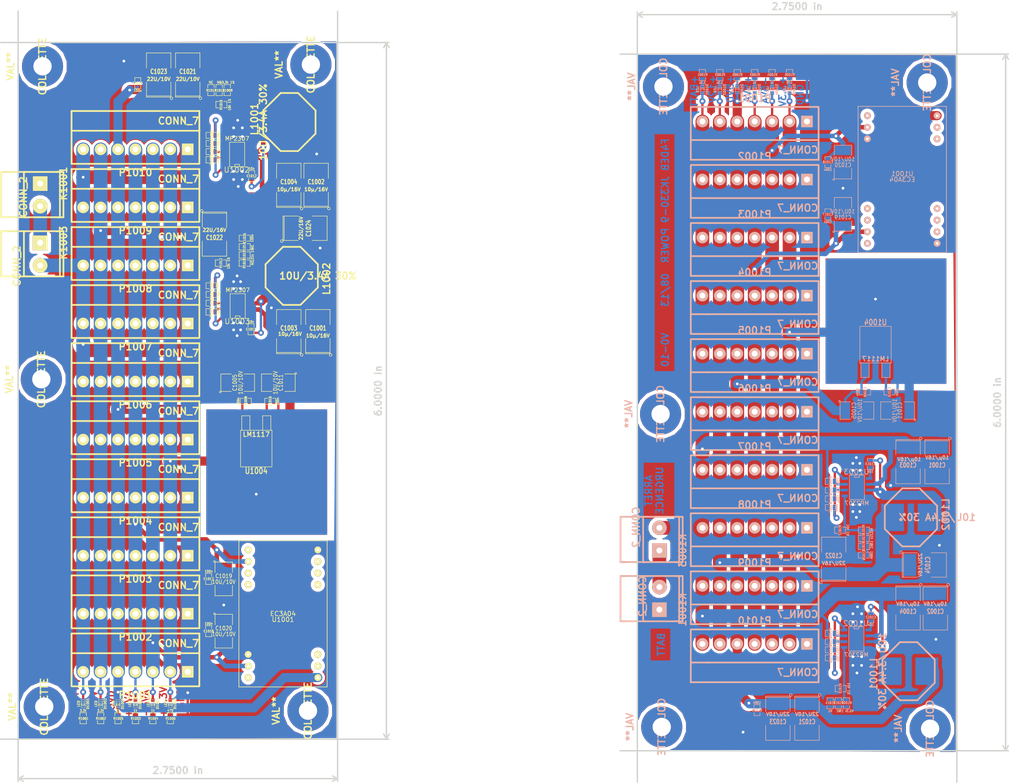
<source format=kicad_pcb>
(kicad_pcb (version 3) (host pcbnew "(2013-07-07 BZR 4022)-stable")
  (title_block (title "JK330-9 POWER") (rev V0-10) (company F4DEB))
  (layers (15 Dessus.Cu signal) (0 Dessous.Cu signal))
  (net 0 "")
  (net 1 +12V)
  (net 2 +3.3V)
  (net 3 +5VA)
  (net 4 +5VD)
  (net 5 +BATT)
  (net 6 -5VA)
  (net 7 GND)
  (net 8 N-0000010)
  (net 9 N-0000011)
  (net 10 N-0000012)
  (net 11 N-0000013)
  (net 12 N-0000021)
  (net 13 N-0000022)
  (net 14 N-0000023)
  (net 15 N-0000024)
  (net 16 N-0000025)
  (net 17 N-0000026)
  (net 18 N-0000027)
  (net 19 N-0000028)
  (net 20 N-0000029)
  (net 21 N-0000030)
  (net 22 N-0000031)
  (net 23 N-0000032)
  (net 24 N-0000033)
  (net 25 N-000008)
  (net 26 N-000009)
  (module COLONETTE (layer Dessous.Cu) (at 187.198 106.934 270)
    (fp_text reference COLONETTE)
    (fp_text value VAL**)
    (pad 1 thru_hole circle (at 0 0 270) (size 8.99922 8.99922) (drill 4.0005) (layers *.Cu))
  )
  (module COLONETTE (layer Dessous.Cu) (at 187.452 175.387 270)
    (fp_text reference COLONETTE)
    (fp_text value VAL**)
    (pad 1 thru_hole circle (at 0 0 270) (size 8.99922 8.99922) (drill 4.0005) (layers *.Cu))
  )
  (module COLONETTE (layer Dessous.Cu) (at 187.833 35.306 270)
    (fp_text reference COLONETTE)
    (fp_text value VAL**)
    (pad 1 thru_hole circle (at 0 0 270) (size 8.99922 8.99922) (drill 4.0005) (layers *.Cu))
  )
  (module COLONETTE (layer Dessous.Cu) (at 246.126 175.768 270)
    (fp_text reference COLONETTE)
    (fp_text value VAL**)
    (pad 1 thru_hole circle (at 0 0 270) (size 8.99922 8.99922) (drill 4.0005) (layers *.Cu))
  )
  (module COLONETTE (layer Dessous.Cu) (at 245.491 34.417 270)
    (fp_text reference COLONETTE)
    (fp_text value VAL**)
    (pad 1 thru_hole circle (at 0 0 270) (size 8.99922 8.99922) (drill 4.0005) (layers *.Cu))
  )
  (module SO8_WITH_EP (layer Dessous.Cu) (at 230.124 122.936 270)
    (fp_text reference U1003)
    (fp_text value MP2307)
    (pad 8 smd rect (at -1.905 2.667 270) (size 0.59944 1.39954) (layers Dessous.Cu Dessous.Pate Dessous.Masque) (net 21 N-0000030))
    (pad 1 smd rect (at -1.905 -2.667 270) (size 0.59944 1.39954) (layers Dessous.Cu Dessous.Pate Dessous.Masque) (net 22 N-0000031))
    (pad 7 smd rect (at -0.635 2.667 270) (size 0.59944 1.39954) (layers Dessous.Cu Dessous.Pate Dessous.Masque) (net 20 N-0000029))
    (pad 6 smd rect (at 0.635 2.667 270) (size 0.59944 1.39954) (layers Dessous.Cu Dessous.Pate Dessous.Masque) (net 14 N-0000023))
    (pad 5 smd rect (at 1.905 2.667 270) (size 0.59944 1.39954) (layers Dessous.Cu Dessous.Pate Dessous.Masque) (net 24 N-0000033))
    (pad 2 smd rect (at -0.635 -2.667 270) (size 0.59944 1.39954) (layers Dessous.Cu Dessous.Pate Dessous.Masque) (net 5 +BATT))
    (pad 3 smd rect (at 0.635 -2.667 270) (size 0.59944 1.39954) (layers Dessous.Cu Dessous.Pate Dessous.Masque) (net 23 N-0000032))
    (pad 4 smd rect (at 1.905 -2.667 270) (size 0.59944 1.39954) (layers Dessous.Cu Dessous.Pate Dessous.Masque) (net 7 GND))
    (pad 9 smd rect (at 0 0 270) (size 4.0005 2.79908) (layers Dessous.Cu Dessous.Pate Dessous.Masque) (net 7 GND))
  )
  (module SO8_WITH_EP (layer Dessous.Cu) (at 229.997 156.083 270)
    (fp_text reference U1002)
    (fp_text value MP2307)
    (pad 8 smd rect (at -1.905 2.667 270) (size 0.59944 1.39954) (layers Dessous.Cu Dessous.Pate Dessous.Masque) (net 12 N-0000021))
    (pad 1 smd rect (at -1.905 -2.667 270) (size 0.59944 1.39954) (layers Dessous.Cu Dessous.Pate Dessous.Masque) (net 11 N-0000013))
    (pad 7 smd rect (at -0.635 2.667 270) (size 0.59944 1.39954) (layers Dessous.Cu Dessous.Pate Dessous.Masque) (net 13 N-0000022))
    (pad 6 smd rect (at 0.635 2.667 270) (size 0.59944 1.39954) (layers Dessous.Cu Dessous.Pate Dessous.Masque) (net 10 N-0000012))
    (pad 5 smd rect (at 1.905 2.667 270) (size 0.59944 1.39954) (layers Dessous.Cu Dessous.Pate Dessous.Masque) (net 9 N-0000011))
    (pad 2 smd rect (at -0.635 -2.667 270) (size 0.59944 1.39954) (layers Dessous.Cu Dessous.Pate Dessous.Masque) (net 5 +BATT))
    (pad 3 smd rect (at 0.635 -2.667 270) (size 0.59944 1.39954) (layers Dessous.Cu Dessous.Pate Dessous.Masque) (net 8 N-0000010))
    (pad 4 smd rect (at 1.905 -2.667 270) (size 0.59944 1.39954) (layers Dessous.Cu Dessous.Pate Dessous.Masque) (net 7 GND))
    (pad 9 smd rect (at 0 0 270) (size 4.0005 2.79908) (layers Dessous.Cu Dessous.Pate Dessous.Masque) (net 7 GND))
  )
  (module WEIDMULLER2-508 (layer Dessous.Cu) (at 186.944 136.779 90)
    (fp_text reference K1003)
    (fp_text value CONN_2)
    (pad 1 thru_hole rect (at 0 0 90) (size 3.2004 3.2004) (drill 1.30048) (layers *.Cu *.Mask Dessous.SilkS) (net 26 N-000009))
    (pad 2 thru_hole circle (at 4.953 0 90) (size 3.2004 3.2004) (drill 1.30048) (layers *.Cu *.Mask Dessous.SilkS) (net 5 +BATT))
  )
  (module SELF10 (layer Dessous.Cu) (at 247.65 129.54 90)
    (fp_text reference L1002)
    (fp_text value "10U/3.4A 30%")
    (pad 1 smd rect (at 0 -1.744 90) (size 5.99948 5) (layers Dessous.Cu Dessous.Pate Dessous.Masque) (net 23 N-0000032))
    (pad 2 smd rect (at 0 -9.744 90) (size 6 5) (layers Dessous.Cu Dessous.Pate Dessous.Masque) (net 1 +12V))
  )
  (module SELF10 (layer Dessous.Cu) (at 235.712 163.195 270)
    (fp_text reference L1001)
    (fp_text value "10U/3.4A 30%")
    (pad 1 smd rect (at 0 -1.694 270) (size 5.99948 5) (layers Dessous.Cu Dessous.Pate Dessous.Masque) (net 8 N-0000010))
    (pad 2 smd rect (at 0 -9.694 270) (size 5.99948 5) (layers Dessous.Cu Dessous.Pate Dessous.Masque) (net 4 +5VD))
  )
  (module WEIDMULLER2-508 (layer Dessous.Cu) (at 186.944 149.733 90)
    (fp_text reference K1001)
    (fp_text value CONN_2)
    (pad 1 thru_hole rect (at 0 0 90) (size 3.2004 3.2004) (drill 1.30048) (layers *.Cu *.Mask Dessous.SilkS) (net 7 GND))
    (pad 2 thru_hole circle (at 4.953 0 90) (size 3.2004 3.2004) (drill 1.30048) (layers *.Cu *.Mask Dessous.SilkS) (net 26 N-000009))
  )
  (module DPAK2 (layer Dessous.Cu) (at 234.188 97.282 180)
    (fp_text reference U1004)
    (fp_text value LM1117)
    (pad 1 smd rect (at -2.286 0 180) (size 1.651 3.048) (layers Dessous.Cu Dessous.Pate Dessous.Masque) (net 7 GND))
    (pad 2 smd rect (at 0 6.35 180) (size 6.096 6.096) (layers Dessous.Cu Dessous.Pate Dessous.Masque) (net 2 +3.3V))
    (pad 3 smd rect (at 2.286 0 180) (size 1.651 3.048) (layers Dessous.Cu Dessous.Pate Dessous.Masque) (net 4 +5VD))
  )
  (module EC3A (layer Dessous.Cu) (at 240.03 55.626 180)
    (fp_text reference U1001)
    (fp_text value EC3A04)
    (pad 1 thru_hole circle (at -7.62 13.97 180) (size 1.5 1.5) (drill 0.6) (layers *.Cu *.Mask Dessous.SilkS) (net 4 +5VD))
    (pad 2 thru_hole circle (at -7.62 11.43 180) (size 1.5 1.5) (drill 0.6) (layers *.Cu *.Mask Dessous.SilkS))
    (pad 3 thru_hole circle (at -7.62 8.89 180) (size 1.5 1.5) (drill 0.6) (layers *.Cu *.Mask Dessous.SilkS))
    (pad 9 thru_hole circle (at -7.62 -6.35 180) (size 1.5 1.5) (drill 0.6) (layers *.Cu *.Mask Dessous.SilkS))
    (pad 10 thru_hole circle (at -7.62 -8.89 180) (size 1.5 1.5) (drill 0.6) (layers *.Cu *.Mask Dessous.SilkS))
    (pad 11 thru_hole circle (at -7.62 -11.43 180) (size 1.5 1.5) (drill 0.6) (layers *.Cu *.Mask Dessous.SilkS))
    (pad 12 thru_hole circle (at -7.62 -13.97 180) (size 1.5 1.5) (drill 0.6) (layers *.Cu *.Mask Dessous.SilkS) (net 7 GND))
    (pad 13 thru_hole circle (at 7.62 -13.97 180) (size 1.5 1.5) (drill 0.6) (layers *.Cu *.Mask Dessous.SilkS))
    (pad 14 thru_hole circle (at 7.62 -11.43 180) (size 1.5 1.5) (drill 0.6) (layers *.Cu *.Mask Dessous.SilkS) (net 3 +5VA))
    (pad 15 thru_hole circle (at 7.62 -8.89 180) (size 1.5 1.5) (drill 0.6) (layers *.Cu *.Mask Dessous.SilkS))
    (pad 16 thru_hole circle (at 7.62 -6.35 180) (size 1.5 1.5) (drill 0.6) (layers *.Cu *.Mask Dessous.SilkS))
    (pad 22 thru_hole circle (at 7.62 8.89 180) (size 1.5 1.5) (drill 0.6) (layers *.Cu *.Mask Dessous.SilkS) (net 7 GND))
    (pad 23 thru_hole circle (at 7.62 11.43 180) (size 1.5 1.5) (drill 0.6) (layers *.Cu *.Mask Dessous.SilkS) (net 6 -5VA))
    (pad 24 thru_hole circle (at 7.62 13.97 180) (size 1.5 1.5) (drill 0.6) (layers *.Cu *.Mask Dessous.SilkS))
  )
  (module LED-0603 (layer Dessous.Cu) (at 215.392 35.941 90)
    (fp_text reference D1006)
    (fp_text value LED)
    (pad 1 smd rect (at -0.7493 0 90) (size 0.79756 0.79756) (layers Dessous.Cu Dessous.Pate Dessous.Masque) (net 2 +3.3V))
    (pad 2 smd rect (at 0.7493 0 90) (size 0.79756 0.79756) (layers Dessous.Cu Dessous.Pate Dessous.Masque) (net 19 N-0000028))
  )
  (module LED-0603 (layer Dessous.Cu) (at 203.962 35.941 90)
    (fp_text reference D1005)
    (fp_text value LED)
    (pad 1 smd rect (at -0.7493 0 90) (size 0.79756 0.79756) (layers Dessous.Cu Dessous.Pate Dessous.Masque) (net 4 +5VD))
    (pad 2 smd rect (at 0.7493 0 90) (size 0.79756 0.79756) (layers Dessous.Cu Dessous.Pate Dessous.Masque) (net 18 N-0000027))
  )
  (module LED-0603 (layer Dessous.Cu) (at 211.582 35.941 90)
    (fp_text reference D1004)
    (fp_text value LED)
    (pad 1 smd rect (at -0.7493 0 90) (size 0.79756 0.79756) (layers Dessous.Cu Dessous.Pate Dessous.Masque) (net 6 -5VA))
    (pad 2 smd rect (at 0.7493 0 90) (size 0.79756 0.79756) (layers Dessous.Cu Dessous.Pate Dessous.Masque) (net 17 N-0000026))
  )
  (module LED-0603 (layer Dessous.Cu) (at 207.772 35.941 90)
    (fp_text reference D1003)
    (fp_text value LED)
    (pad 1 smd rect (at -0.7493 0 90) (size 0.79756 0.79756) (layers Dessous.Cu Dessous.Pate Dessous.Masque) (net 3 +5VA))
    (pad 2 smd rect (at 0.7493 0 90) (size 0.79756 0.79756) (layers Dessous.Cu Dessous.Pate Dessous.Masque) (net 16 N-0000025))
  )
  (module LED-0603 (layer Dessous.Cu) (at 200.152 35.941 90)
    (fp_text reference D1002)
    (fp_text value LED)
    (pad 1 smd rect (at -0.7493 0 90) (size 0.79756 0.79756) (layers Dessous.Cu Dessous.Pate Dessous.Masque) (net 1 +12V))
    (pad 2 smd rect (at 0.7493 0 90) (size 0.79756 0.79756) (layers Dessous.Cu Dessous.Pate Dessous.Masque) (net 15 N-0000024))
  )
  (module LED-0603 (layer Dessous.Cu) (at 196.342 35.941 90)
    (fp_text reference D1001)
    (fp_text value LED)
    (pad 1 smd rect (at -0.7493 0 90) (size 0.79756 0.79756) (layers Dessous.Cu Dessous.Pate Dessous.Masque) (net 5 +BATT))
    (pad 2 smd rect (at 0.7493 0 90) (size 0.79756 0.79756) (layers Dessous.Cu Dessous.Pate Dessous.Masque) (net 25 N-000008))
  )
  (module PHONCONT-7-D-3-81 (layer Dessous.Cu) (at 207.772 81.026 180)
    (fp_text reference P1004)
    (fp_text value CONN_7)
    (pad 1 thru_hole rect (at -11.43 0 180) (size 2.54 2.54) (drill 1.30048) (layers *.Cu *.Mask Dessous.SilkS) (net 7 GND))
    (pad 2 thru_hole circle (at -7.62 0 180) (size 2.54 2.54) (drill 1.30048) (layers *.Cu *.Mask Dessous.SilkS) (net 2 +3.3V))
    (pad 3 thru_hole circle (at -3.81 0 180) (size 2.54 2.54) (drill 1.30048) (layers *.Cu *.Mask Dessous.SilkS) (net 6 -5VA))
    (pad 4 thru_hole circle (at 0 0 180) (size 2.54 2.54) (drill 1.30048) (layers *.Cu *.Mask Dessous.SilkS) (net 3 +5VA))
    (pad 5 thru_hole circle (at 3.81 0 180) (size 2.54 2.54) (drill 1.30048) (layers *.Cu *.Mask Dessous.SilkS) (net 4 +5VD))
    (pad 6 thru_hole circle (at 7.62 0 180) (size 2.54 2.54) (drill 1.30048) (layers *.Cu *.Mask Dessous.SilkS) (net 1 +12V))
    (pad 7 thru_hole circle (at 11.43 0 180) (size 2.54 2.54) (drill 1.30048) (layers *.Cu *.Mask Dessous.SilkS) (net 5 +BATT))
  )
  (module PHONCONT-7-D-3-81 (layer Dessous.Cu) (at 207.772 131.826 180)
    (fp_text reference P1008)
    (fp_text value CONN_7)
    (pad 1 thru_hole rect (at -11.43 0 180) (size 2.54 2.54) (drill 1.30048) (layers *.Cu *.Mask Dessous.SilkS) (net 7 GND))
    (pad 2 thru_hole circle (at -7.62 0 180) (size 2.54 2.54) (drill 1.30048) (layers *.Cu *.Mask Dessous.SilkS) (net 2 +3.3V))
    (pad 3 thru_hole circle (at -3.81 0 180) (size 2.54 2.54) (drill 1.30048) (layers *.Cu *.Mask Dessous.SilkS) (net 6 -5VA))
    (pad 4 thru_hole circle (at 0 0 180) (size 2.54 2.54) (drill 1.30048) (layers *.Cu *.Mask Dessous.SilkS) (net 3 +5VA))
    (pad 5 thru_hole circle (at 3.81 0 180) (size 2.54 2.54) (drill 1.30048) (layers *.Cu *.Mask Dessous.SilkS) (net 4 +5VD))
    (pad 6 thru_hole circle (at 7.62 0 180) (size 2.54 2.54) (drill 1.30048) (layers *.Cu *.Mask Dessous.SilkS) (net 1 +12V))
    (pad 7 thru_hole circle (at 11.43 0 180) (size 2.54 2.54) (drill 1.30048) (layers *.Cu *.Mask Dessous.SilkS) (net 5 +BATT))
  )
  (module PHONCONT-7-D-3-81 (layer Dessous.Cu) (at 207.772 68.326 180)
    (fp_text reference P1003)
    (fp_text value CONN_7)
    (pad 1 thru_hole rect (at -11.43 0 180) (size 2.54 2.54) (drill 1.30048) (layers *.Cu *.Mask Dessous.SilkS) (net 7 GND))
    (pad 2 thru_hole circle (at -7.62 0 180) (size 2.54 2.54) (drill 1.30048) (layers *.Cu *.Mask Dessous.SilkS) (net 2 +3.3V))
    (pad 3 thru_hole circle (at -3.81 0 180) (size 2.54 2.54) (drill 1.30048) (layers *.Cu *.Mask Dessous.SilkS) (net 6 -5VA))
    (pad 4 thru_hole circle (at 0 0 180) (size 2.54 2.54) (drill 1.30048) (layers *.Cu *.Mask Dessous.SilkS) (net 3 +5VA))
    (pad 5 thru_hole circle (at 3.81 0 180) (size 2.54 2.54) (drill 1.30048) (layers *.Cu *.Mask Dessous.SilkS) (net 4 +5VD))
    (pad 6 thru_hole circle (at 7.62 0 180) (size 2.54 2.54) (drill 1.30048) (layers *.Cu *.Mask Dessous.SilkS) (net 1 +12V))
    (pad 7 thru_hole circle (at 11.43 0 180) (size 2.54 2.54) (drill 1.30048) (layers *.Cu *.Mask Dessous.SilkS) (net 5 +BATT))
  )
  (module PHONCONT-7-D-3-81 (layer Dessous.Cu) (at 207.772 119.126 180)
    (fp_text reference P1007)
    (fp_text value CONN_7)
    (pad 1 thru_hole rect (at -11.43 0 180) (size 2.54 2.54) (drill 1.30048) (layers *.Cu *.Mask Dessous.SilkS) (net 7 GND))
    (pad 2 thru_hole circle (at -7.62 0 180) (size 2.54 2.54) (drill 1.30048) (layers *.Cu *.Mask Dessous.SilkS) (net 2 +3.3V))
    (pad 3 thru_hole circle (at -3.81 0 180) (size 2.54 2.54) (drill 1.30048) (layers *.Cu *.Mask Dessous.SilkS) (net 6 -5VA))
    (pad 4 thru_hole circle (at 0 0 180) (size 2.54 2.54) (drill 1.30048) (layers *.Cu *.Mask Dessous.SilkS) (net 3 +5VA))
    (pad 5 thru_hole circle (at 3.81 0 180) (size 2.54 2.54) (drill 1.30048) (layers *.Cu *.Mask Dessous.SilkS) (net 4 +5VD))
    (pad 6 thru_hole circle (at 7.62 0 180) (size 2.54 2.54) (drill 1.30048) (layers *.Cu *.Mask Dessous.SilkS) (net 1 +12V))
    (pad 7 thru_hole circle (at 11.43 0 180) (size 2.54 2.54) (drill 1.30048) (layers *.Cu *.Mask Dessous.SilkS) (net 5 +BATT))
  )
  (module PHONCONT-7-D-3-81 (layer Dessous.Cu) (at 207.772 55.626 180)
    (fp_text reference P1002)
    (fp_text value CONN_7)
    (pad 1 thru_hole rect (at -11.43 0 180) (size 2.54 2.54) (drill 1.30048) (layers *.Cu *.Mask Dessous.SilkS) (net 7 GND))
    (pad 2 thru_hole circle (at -7.62 0 180) (size 2.54 2.54) (drill 1.30048) (layers *.Cu *.Mask Dessous.SilkS) (net 2 +3.3V))
    (pad 3 thru_hole circle (at -3.81 0 180) (size 2.54 2.54) (drill 1.30048) (layers *.Cu *.Mask Dessous.SilkS) (net 6 -5VA))
    (pad 4 thru_hole circle (at 0 0 180) (size 2.54 2.54) (drill 1.30048) (layers *.Cu *.Mask Dessous.SilkS) (net 3 +5VA))
    (pad 5 thru_hole circle (at 3.81 0 180) (size 2.54 2.54) (drill 1.30048) (layers *.Cu *.Mask Dessous.SilkS) (net 4 +5VD))
    (pad 6 thru_hole circle (at 7.62 0 180) (size 2.54 2.54) (drill 1.30048) (layers *.Cu *.Mask Dessous.SilkS) (net 1 +12V))
    (pad 7 thru_hole circle (at 11.43 0 180) (size 2.54 2.54) (drill 1.30048) (layers *.Cu *.Mask Dessous.SilkS) (net 5 +BATT))
  )
  (module PHONCONT-7-D-3-81 (layer Dessous.Cu) (at 207.772 106.426 180)
    (fp_text reference P1006)
    (fp_text value CONN_7)
    (pad 1 thru_hole rect (at -11.43 0 180) (size 2.54 2.54) (drill 1.30048) (layers *.Cu *.Mask Dessous.SilkS) (net 7 GND))
    (pad 2 thru_hole circle (at -7.62 0 180) (size 2.54 2.54) (drill 1.30048) (layers *.Cu *.Mask Dessous.SilkS) (net 2 +3.3V))
    (pad 3 thru_hole circle (at -3.81 0 180) (size 2.54 2.54) (drill 1.30048) (layers *.Cu *.Mask Dessous.SilkS) (net 6 -5VA))
    (pad 4 thru_hole circle (at 0 0 180) (size 2.54 2.54) (drill 1.30048) (layers *.Cu *.Mask Dessous.SilkS) (net 3 +5VA))
    (pad 5 thru_hole circle (at 3.81 0 180) (size 2.54 2.54) (drill 1.30048) (layers *.Cu *.Mask Dessous.SilkS) (net 4 +5VD))
    (pad 6 thru_hole circle (at 7.62 0 180) (size 2.54 2.54) (drill 1.30048) (layers *.Cu *.Mask Dessous.SilkS) (net 1 +12V))
    (pad 7 thru_hole circle (at 11.43 0 180) (size 2.54 2.54) (drill 1.30048) (layers *.Cu *.Mask Dessous.SilkS) (net 5 +BATT))
  )
  (module PHONCONT-7-D-3-81 (layer Dessous.Cu) (at 207.772 144.526 180)
    (fp_text reference P1009)
    (fp_text value CONN_7)
    (pad 1 thru_hole rect (at -11.43 0 180) (size 2.54 2.54) (drill 1.30048) (layers *.Cu *.Mask Dessous.SilkS) (net 7 GND))
    (pad 2 thru_hole circle (at -7.62 0 180) (size 2.54 2.54) (drill 1.30048) (layers *.Cu *.Mask Dessous.SilkS) (net 2 +3.3V))
    (pad 3 thru_hole circle (at -3.81 0 180) (size 2.54 2.54) (drill 1.30048) (layers *.Cu *.Mask Dessous.SilkS) (net 6 -5VA))
    (pad 4 thru_hole circle (at 0 0 180) (size 2.54 2.54) (drill 1.30048) (layers *.Cu *.Mask Dessous.SilkS) (net 3 +5VA))
    (pad 5 thru_hole circle (at 3.81 0 180) (size 2.54 2.54) (drill 1.30048) (layers *.Cu *.Mask Dessous.SilkS) (net 4 +5VD))
    (pad 6 thru_hole circle (at 7.62 0 180) (size 2.54 2.54) (drill 1.30048) (layers *.Cu *.Mask Dessous.SilkS) (net 1 +12V))
    (pad 7 thru_hole circle (at 11.43 0 180) (size 2.54 2.54) (drill 1.30048) (layers *.Cu *.Mask Dessous.SilkS) (net 5 +BATT))
  )
  (module PHONCONT-7-D-3-81 (layer Dessous.Cu) (at 207.772 93.726 180)
    (fp_text reference P1005)
    (fp_text value CONN_7)
    (pad 1 thru_hole rect (at -11.43 0 180) (size 2.54 2.54) (drill 1.30048) (layers *.Cu *.Mask Dessous.SilkS) (net 7 GND))
    (pad 2 thru_hole circle (at -7.62 0 180) (size 2.54 2.54) (drill 1.30048) (layers *.Cu *.Mask Dessous.SilkS) (net 2 +3.3V))
    (pad 3 thru_hole circle (at -3.81 0 180) (size 2.54 2.54) (drill 1.30048) (layers *.Cu *.Mask Dessous.SilkS) (net 6 -5VA))
    (pad 4 thru_hole circle (at 0 0 180) (size 2.54 2.54) (drill 1.30048) (layers *.Cu *.Mask Dessous.SilkS) (net 3 +5VA))
    (pad 5 thru_hole circle (at 3.81 0 180) (size 2.54 2.54) (drill 1.30048) (layers *.Cu *.Mask Dessous.SilkS) (net 4 +5VD))
    (pad 6 thru_hole circle (at 7.62 0 180) (size 2.54 2.54) (drill 1.30048) (layers *.Cu *.Mask Dessous.SilkS) (net 1 +12V))
    (pad 7 thru_hole circle (at 11.43 0 180) (size 2.54 2.54) (drill 1.30048) (layers *.Cu *.Mask Dessous.SilkS) (net 5 +BATT))
  )
  (module PHONCONT-7-D-3-81 (layer Dessous.Cu) (at 207.772 157.226 180)
    (fp_text reference P1010)
    (fp_text value CONN_7)
    (pad 1 thru_hole rect (at -11.43 0 180) (size 2.54 2.54) (drill 1.30048) (layers *.Cu *.Mask Dessous.SilkS) (net 7 GND))
    (pad 2 thru_hole circle (at -7.62 0 180) (size 2.54 2.54) (drill 1.30048) (layers *.Cu *.Mask Dessous.SilkS) (net 2 +3.3V))
    (pad 3 thru_hole circle (at -3.81 0 180) (size 2.54 2.54) (drill 1.30048) (layers *.Cu *.Mask Dessous.SilkS) (net 6 -5VA))
    (pad 4 thru_hole circle (at 0 0 180) (size 2.54 2.54) (drill 1.30048) (layers *.Cu *.Mask Dessous.SilkS) (net 3 +5VA))
    (pad 5 thru_hole circle (at 3.81 0 180) (size 2.54 2.54) (drill 1.30048) (layers *.Cu *.Mask Dessous.SilkS) (net 4 +5VD))
    (pad 6 thru_hole circle (at 7.62 0 180) (size 2.54 2.54) (drill 1.30048) (layers *.Cu *.Mask Dessous.SilkS) (net 1 +12V))
    (pad 7 thru_hole circle (at 11.43 0 180) (size 2.54 2.54) (drill 1.30048) (layers *.Cu *.Mask Dessous.SilkS) (net 5 +BATT))
  )
  (module SM0603_Capa (layer Dessous.Cu) (at 233.045 117.856 90)
    (fp_text reference C1013)
    (fp_text value 10n)
    (pad 1 smd rect (at -0.762 0 90) (size 0.635 1.143) (layers Dessous.Cu Dessous.Pate Dessous.Masque) (net 22 N-0000031))
    (pad 2 smd rect (at 0.762 0 90) (size 0.635 1.143) (layers Dessous.Cu Dessous.Pate Dessous.Masque) (net 23 N-0000032))
  )
  (module SM0603_Capa (layer Dessous.Cu) (at 224.409 127.381 180)
    (fp_text reference C1007)
    (fp_text value 100n)
    (pad 1 smd rect (at -0.762 0 180) (size 0.635 1.143) (layers Dessous.Cu Dessous.Pate Dessous.Masque) (net 21 N-0000030))
    (pad 2 smd rect (at 0.762 0 180) (size 0.635 1.143) (layers Dessous.Cu Dessous.Pate Dessous.Masque) (net 7 GND))
  )
  (module SM0603_Capa (layer Dessous.Cu) (at 224.409 123.571 180)
    (fp_text reference C1010)
    (fp_text value 3.3n)
    (pad 1 smd rect (at -0.762 0 180) (size 0.635 1.143) (layers Dessous.Cu Dessous.Pate Dessous.Masque) (net 14 N-0000023))
    (pad 2 smd rect (at 0.762 0 180) (size 0.635 1.143) (layers Dessous.Cu Dessous.Pate Dessous.Masque) (net 7 GND))
  )
  (module SM0603_Capa (layer Dessous.Cu) (at 224.409 125.476 180)
    (fp_text reference C1015)
    (fp_text value 100p)
    (pad 1 smd rect (at -0.762 0 180) (size 0.635 1.143) (layers Dessous.Cu Dessous.Pate Dessous.Masque) (net 14 N-0000023))
    (pad 2 smd rect (at 0.762 0 180) (size 0.635 1.143) (layers Dessous.Cu Dessous.Pate Dessous.Masque) (net 7 GND))
  )
  (module SM0603_Capa (layer Dessous.Cu) (at 208.28 171.704 270)
    (fp_text reference C1025)
    (fp_text value 100n)
    (pad 1 smd rect (at -0.762 0 270) (size 0.635 1.143) (layers Dessous.Cu Dessous.Pate Dessous.Masque) (net 4 +5VD))
    (pad 2 smd rect (at 0.762 0 270) (size 0.635 1.143) (layers Dessous.Cu Dessous.Pate Dessous.Masque) (net 7 GND))
  )
  (module SM0603_Capa (layer Dessous.Cu) (at 231.648 137.795 180)
    (fp_text reference C1026)
    (fp_text value 100n)
    (pad 1 smd rect (at -0.762 0 180) (size 0.635 1.143) (layers Dessous.Cu Dessous.Pate Dessous.Masque) (net 1 +12V))
    (pad 2 smd rect (at 0.762 0 180) (size 0.635 1.143) (layers Dessous.Cu Dessous.Pate Dessous.Masque) (net 7 GND))
  )
  (module SM0603_Capa (layer Dessous.Cu) (at 224.409 158.496 180)
    (fp_text reference C1014)
    (fp_text value 100p)
    (pad 1 smd rect (at -0.762 0 180) (size 0.635 1.143) (layers Dessous.Cu Dessous.Pate Dessous.Masque) (net 10 N-0000012))
    (pad 2 smd rect (at 0.762 0 180) (size 0.635 1.143) (layers Dessous.Cu Dessous.Pate Dessous.Masque) (net 7 GND))
  )
  (module SM0603_Capa (layer Dessous.Cu) (at 237.236 102.108 180)
    (fp_text reference C1016)
    (fp_text value 100n)
    (pad 1 smd rect (at -0.762 0 180) (size 0.635 1.143) (layers Dessous.Cu Dessous.Pate Dessous.Masque) (net 2 +3.3V))
    (pad 2 smd rect (at 0.762 0 180) (size 0.635 1.143) (layers Dessous.Cu Dessous.Pate Dessous.Masque) (net 7 GND))
  )
  (module SM0603_Capa (layer Dessous.Cu) (at 231.902 102.108)
    (fp_text reference C1008)
    (fp_text value 100n)
    (pad 1 smd rect (at -0.762 0) (size 0.635 1.143) (layers Dessous.Cu Dessous.Pate Dessous.Masque) (net 4 +5VD))
    (pad 2 smd rect (at 0.762 0) (size 0.635 1.143) (layers Dessous.Cu Dessous.Pate Dessous.Masque) (net 7 GND))
  )
  (module SM0603_Capa (layer Dessous.Cu) (at 224.409 160.274 180)
    (fp_text reference C1006)
    (fp_text value 100n)
    (pad 1 smd rect (at -0.762 0 180) (size 0.635 1.143) (layers Dessous.Cu Dessous.Pate Dessous.Masque) (net 12 N-0000021))
    (pad 2 smd rect (at 0.762 0 180) (size 0.635 1.143) (layers Dessous.Cu Dessous.Pate Dessous.Masque) (net 7 GND))
  )
  (module SM0603_Capa (layer Dessous.Cu) (at 233.172 151.384 90)
    (fp_text reference C1012)
    (fp_text value 10n)
    (pad 1 smd rect (at -0.762 0 90) (size 0.635 1.143) (layers Dessous.Cu Dessous.Pate Dessous.Masque) (net 11 N-0000013))
    (pad 2 smd rect (at 0.762 0 90) (size 0.635 1.143) (layers Dessous.Cu Dessous.Pate Dessous.Masque) (net 8 N-0000010))
  )
  (module SM0603_Capa (layer Dessous.Cu) (at 223.774 51.816 90)
    (fp_text reference C1018)
    (fp_text value 100n)
    (pad 1 smd rect (at -0.762 0 90) (size 0.635 1.143) (layers Dessous.Cu Dessous.Pate Dessous.Masque) (net 7 GND))
    (pad 2 smd rect (at 0.762 0 90) (size 0.635 1.143) (layers Dessous.Cu Dessous.Pate Dessous.Masque) (net 6 -5VA))
  )
  (module SM0603_Capa (layer Dessous.Cu) (at 223.774 63.246 90)
    (fp_text reference C1017)
    (fp_text value 100n)
    (pad 1 smd rect (at -0.762 0 90) (size 0.635 1.143) (layers Dessous.Cu Dessous.Pate Dessous.Masque) (net 3 +5VA))
    (pad 2 smd rect (at 0.762 0 90) (size 0.635 1.143) (layers Dessous.Cu Dessous.Pate Dessous.Masque) (net 7 GND))
  )
  (module SM0603_Capa (layer Dessous.Cu) (at 224.409 156.718 180)
    (fp_text reference C1009)
    (fp_text value 3.3n)
    (pad 1 smd rect (at -0.762 0 180) (size 0.635 1.143) (layers Dessous.Cu Dessous.Pate Dessous.Masque) (net 10 N-0000012))
    (pad 2 smd rect (at 0.762 0 180) (size 0.635 1.143) (layers Dessous.Cu Dessous.Pate Dessous.Masque) (net 7 GND))
  )
  (module SM0603_Resistor (layer Dessous.Cu) (at 224.409 154.94 180)
    (fp_text reference R1008)
    (fp_text value 100k)
    (pad 1 smd rect (at -0.762 0 180) (size 0.635 1.143) (layers Dessous.Cu Dessous.Pate Dessous.Masque) (net 13 N-0000022))
    (pad 2 smd rect (at 0.762 0 180) (size 0.635 1.143) (layers Dessous.Cu Dessous.Pate Dessous.Masque) (net 5 +BATT))
  )
  (module SM0603_Resistor (layer Dessous.Cu) (at 226.568 167.005 180)
    (fp_text reference R1010)
    (fp_text value "10k 1%")
    (pad 1 smd rect (at -0.762 0 180) (size 0.635 1.143) (layers Dessous.Cu Dessous.Pate Dessous.Masque) (net 9 N-0000011))
    (pad 2 smd rect (at 0.762 0 180) (size 0.635 1.143) (layers Dessous.Cu Dessous.Pate Dessous.Masque) (net 7 GND))
  )
  (module SM0603_Resistor (layer Dessous.Cu) (at 224.409 121.666 180)
    (fp_text reference R1007)
    (fp_text value 100k)
    (pad 1 smd rect (at -0.762 0 180) (size 0.635 1.143) (layers Dessous.Cu Dessous.Pate Dessous.Masque) (net 20 N-0000029))
    (pad 2 smd rect (at 0.762 0 180) (size 0.635 1.143) (layers Dessous.Cu Dessous.Pate Dessous.Masque) (net 5 +BATT))
  )
  (module SM0603_Resistor (layer Dessous.Cu) (at 227.838 170.18 90)
    (fp_text reference R1009)
    (fp_text value "45.3k 1%")
    (pad 1 smd rect (at -0.762 0 90) (size 0.635 1.143) (layers Dessous.Cu Dessous.Pate Dessous.Masque) (net 4 +5VD))
    (pad 2 smd rect (at 0.762 0 90) (size 0.635 1.143) (layers Dessous.Cu Dessous.Pate Dessous.Masque) (net 9 N-0000011))
  )
  (module SM0603_Resistor (layer Dessous.Cu) (at 224.282 170.18 90)
    (fp_text reference R1014)
    (fp_text value NC)
    (pad 1 smd rect (at -0.762 0 90) (size 0.635 1.143) (layers Dessous.Cu Dessous.Pate Dessous.Masque) (net 4 +5VD))
    (pad 2 smd rect (at 0.762 0 90) (size 0.635 1.143) (layers Dessous.Cu Dessous.Pate Dessous.Masque) (net 9 N-0000011))
  )
  (module SM0603_Resistor (layer Dessous.Cu) (at 231.648 135.89 180)
    (fp_text reference R1016)
    (fp_text value NC)
    (pad 1 smd rect (at -0.762 0 180) (size 0.635 1.143) (layers Dessous.Cu Dessous.Pate Dessous.Masque) (net 1 +12V))
    (pad 2 smd rect (at 0.762 0 180) (size 0.635 1.143) (layers Dessous.Cu Dessous.Pate Dessous.Masque) (net 24 N-0000033))
  )
  (module SM0603_Resistor (layer Dessous.Cu) (at 231.648 132.334 180)
    (fp_text reference R1015)
    (fp_text value NC)
    (pad 1 smd rect (at -0.762 0 180) (size 0.635 1.143) (layers Dessous.Cu Dessous.Pate Dessous.Masque) (net 1 +12V))
    (pad 2 smd rect (at 0.762 0 180) (size 0.635 1.143) (layers Dessous.Cu Dessous.Pate Dessous.Masque) (net 24 N-0000033))
  )
  (module SM0603_Resistor (layer Dessous.Cu) (at 196.342 32.766 90)
    (fp_text reference R1001)
    (fp_text value 3.3k)
    (pad 1 smd rect (at -0.762 0 90) (size 0.635 1.143) (layers Dessous.Cu Dessous.Pate Dessous.Masque) (net 25 N-000008))
    (pad 2 smd rect (at 0.762 0 90) (size 0.635 1.143) (layers Dessous.Cu Dessous.Pate Dessous.Masque) (net 7 GND))
  )
  (module SM0603_Resistor (layer Dessous.Cu) (at 215.392 32.766 90)
    (fp_text reference R1006)
    (fp_text value 470)
    (pad 1 smd rect (at -0.762 0 90) (size 0.635 1.143) (layers Dessous.Cu Dessous.Pate Dessous.Masque) (net 19 N-0000028))
    (pad 2 smd rect (at 0.762 0 90) (size 0.635 1.143) (layers Dessous.Cu Dessous.Pate Dessous.Masque) (net 7 GND))
  )
  (module SM0603_Resistor (layer Dessous.Cu) (at 203.962 32.766 90)
    (fp_text reference R1005)
    (fp_text value 1k)
    (pad 1 smd rect (at -0.762 0 90) (size 0.635 1.143) (layers Dessous.Cu Dessous.Pate Dessous.Masque) (net 18 N-0000027))
    (pad 2 smd rect (at 0.762 0 90) (size 0.635 1.143) (layers Dessous.Cu Dessous.Pate Dessous.Masque) (net 7 GND))
  )
  (module SM0603_Resistor (layer Dessous.Cu) (at 211.582 32.766 90)
    (fp_text reference R1004)
    (fp_text value 1k)
    (pad 1 smd rect (at -0.762 0 90) (size 0.635 1.143) (layers Dessous.Cu Dessous.Pate Dessous.Masque) (net 17 N-0000026))
    (pad 2 smd rect (at 0.762 0 90) (size 0.635 1.143) (layers Dessous.Cu Dessous.Pate Dessous.Masque) (net 7 GND))
  )
  (module SM0603_Resistor (layer Dessous.Cu) (at 200.152 32.766 90)
    (fp_text reference R1002)
    (fp_text value 3.3k)
    (pad 1 smd rect (at -0.762 0 90) (size 0.635 1.143) (layers Dessous.Cu Dessous.Pate Dessous.Masque) (net 15 N-0000024))
    (pad 2 smd rect (at 0.762 0 90) (size 0.635 1.143) (layers Dessous.Cu Dessous.Pate Dessous.Masque) (net 7 GND))
  )
  (module SM0603_Resistor (layer Dessous.Cu) (at 207.772 32.766 90)
    (fp_text reference R1003)
    (fp_text value 1k)
    (pad 1 smd rect (at -0.762 0 90) (size 0.635 1.143) (layers Dessous.Cu Dessous.Pate Dessous.Masque) (net 16 N-0000025))
    (pad 2 smd rect (at 0.762 0 90) (size 0.635 1.143) (layers Dessous.Cu Dessous.Pate Dessous.Masque) (net 7 GND))
  )
  (module SM0603_Resistor (layer Dessous.Cu) (at 226.06 170.18 90)
    (fp_text reference R1013)
    (fp_text value NC)
    (pad 1 smd rect (at -0.762 0 90) (size 0.635 1.143) (layers Dessous.Cu Dessous.Pate Dessous.Masque) (net 4 +5VD))
    (pad 2 smd rect (at 0.762 0 90) (size 0.635 1.143) (layers Dessous.Cu Dessous.Pate Dessous.Masque) (net 9 N-0000011))
  )
  (module SM0603_Resistor (layer Dessous.Cu) (at 226.441 132.334 180)
    (fp_text reference R1012)
    (fp_text value "10k 1%")
    (pad 1 smd rect (at -0.762 0 180) (size 0.635 1.143) (layers Dessous.Cu Dessous.Pate Dessous.Masque) (net 24 N-0000033))
    (pad 2 smd rect (at 0.762 0 180) (size 0.635 1.143) (layers Dessous.Cu Dessous.Pate Dessous.Masque) (net 7 GND))
  )
  (module SM0603_Resistor (layer Dessous.Cu) (at 231.648 134.112 180)
    (fp_text reference R1011)
    (fp_text value "121k 1%")
    (pad 1 smd rect (at -0.762 0 180) (size 0.635 1.143) (layers Dessous.Cu Dessous.Pate Dessous.Masque) (net 1 +12V))
    (pad 2 smd rect (at 0.762 0 180) (size 0.635 1.143) (layers Dessous.Cu Dessous.Pate Dessous.Masque) (net 24 N-0000033))
  )
  (module SM1812L (layer Dessous.Cu) (at 230.124 106.172)
    (fp_text reference C1005)
    (fp_text value 10U/10V)
    (pad 1 smd rect (at -2.54 0) (size 2.032 3.556) (layers Dessous.Cu Dessous.Pate Dessous.Masque) (net 4 +5VD))
    (pad 2 smd rect (at 2.54 0) (size 2.032 3.556) (layers Dessous.Cu Dessous.Pate Dessous.Masque) (net 7 GND))
  )
  (module SM1812L (layer Dessous.Cu) (at 239.014 106.172 180)
    (fp_text reference C1011)
    (fp_text value 10U/10V)
    (pad 1 smd rect (at -2.54 0 180) (size 2.032 3.556) (layers Dessous.Cu Dessous.Pate Dessous.Masque) (net 2 +3.3V))
    (pad 2 smd rect (at 2.54 0 180) (size 2.032 3.556) (layers Dessous.Cu Dessous.Pate Dessous.Masque) (net 7 GND))
  )
  (module SM1812L (layer Dessous.Cu) (at 227.076 51.816 90)
    (fp_text reference C1020)
    (fp_text value 10U/10V)
    (pad 1 smd rect (at -2.54 0 90) (size 2.032 3.556) (layers Dessous.Cu Dessous.Pate Dessous.Masque) (net 7 GND))
    (pad 2 smd rect (at 2.54 0 90) (size 2.032 3.556) (layers Dessous.Cu Dessous.Pate Dessous.Masque) (net 6 -5VA))
  )
  (module SM1812L (layer Dessous.Cu) (at 227.076 63.246 90)
    (fp_text reference C1019)
    (fp_text value 10U/10V)
    (pad 1 smd rect (at -2.54 0 90) (size 2.032 3.556) (layers Dessous.Cu Dessous.Pate Dessous.Masque) (net 3 +5VA))
    (pad 2 smd rect (at 2.54 0 90) (size 2.032 3.556) (layers Dessous.Cu Dessous.Pate Dessous.Masque) (net 7 GND))
  )
  (module SM2112L (layer Dessous.Cu) (at 241.3 149.352 270)
    (fp_text reference C1004)
    (fp_text value 10µ/16V)
    (pad 2 smd rect (at 3.175 0 270) (size 2.794 4.826) (layers Dessous.Cu Dessous.Pate Dessous.Masque) (net 7 GND))
    (pad 1 smd rect (at -3.175 0 270) (size 2.794 4.826) (layers Dessous.Cu Dessous.Pate Dessous.Masque) (net 5 +BATT))
  )
  (module SM2112L (layer Dessous.Cu) (at 225.044 138.684 90)
    (fp_text reference C1022)
    (fp_text value 22U/16V)
    (pad 2 smd rect (at 3.175 0 90) (size 2.794 4.826) (layers Dessous.Cu Dessous.Pate Dessous.Masque) (net 7 GND))
    (pad 1 smd rect (at -3.175 0 90) (size 2.794 4.826) (layers Dessous.Cu Dessous.Pate Dessous.Masque) (net 1 +12V))
  )
  (module SM2112L (layer Dessous.Cu) (at 244.856 139.954)
    (fp_text reference C1024)
    (fp_text value 22U/16V)
    (pad 2 smd rect (at 3.175 0) (size 2.794 4.826) (layers Dessous.Cu Dessous.Pate Dessous.Masque) (net 7 GND))
    (pad 1 smd rect (at -3.175 0) (size 2.794 4.826) (layers Dessous.Cu Dessous.Pate Dessous.Masque) (net 1 +12V))
  )
  (module SM2112L (layer Dessous.Cu) (at 219.202 173.482 270)
    (fp_text reference C1021)
    (fp_text value 22U/10V)
    (pad 2 smd rect (at 3.175 0 270) (size 2.794 4.826) (layers Dessous.Cu Dessous.Pate Dessous.Masque) (net 7 GND))
    (pad 1 smd rect (at -3.175 0 270) (size 2.794 4.826) (layers Dessous.Cu Dessous.Pate Dessous.Masque) (net 4 +5VD))
  )
  (module SM2112L (layer Dessous.Cu) (at 247.65 117.348 270)
    (fp_text reference C1001)
    (fp_text value 10µ/16V)
    (pad 2 smd rect (at 3.175 0 270) (size 2.794 4.826) (layers Dessous.Cu Dessous.Pate Dessous.Masque) (net 7 GND))
    (pad 1 smd rect (at -3.175 0 270) (size 2.794 4.826) (layers Dessous.Cu Dessous.Pate Dessous.Masque) (net 5 +BATT))
  )
  (module SM2112L (layer Dessous.Cu) (at 212.852 173.482 270)
    (fp_text reference C1023)
    (fp_text value 22U/10V)
    (pad 2 smd rect (at 3.175 0 270) (size 2.794 4.826) (layers Dessous.Cu Dessous.Pate Dessous.Masque) (net 7 GND))
    (pad 1 smd rect (at -3.175 0 270) (size 2.794 4.826) (layers Dessous.Cu Dessous.Pate Dessous.Masque) (net 4 +5VD))
  )
  (module SM2112L (layer Dessous.Cu) (at 247.269 149.352 270)
    (fp_text reference C1002)
    (fp_text value 10µ/16V)
    (pad 2 smd rect (at 3.175 0 270) (size 2.794 4.826) (layers Dessous.Cu Dessous.Pate Dessous.Masque) (net 7 GND))
    (pad 1 smd rect (at -3.175 0 270) (size 2.794 4.826) (layers Dessous.Cu Dessous.Pate Dessous.Masque) (net 5 +BATT))
  )
  (module SM2112L (layer Dessous.Cu) (at 241.3 117.348 270)
    (fp_text reference C1003)
    (fp_text value 10µ/16V)
    (pad 2 smd rect (at 3.175 0 270) (size 2.794 4.826) (layers Dessous.Cu Dessous.Pate Dessous.Masque) (net 7 GND))
    (pad 1 smd rect (at -3.175 0 270) (size 2.794 4.826) (layers Dessous.Cu Dessous.Pate Dessous.Masque) (net 5 +BATT))
  )
  (module PHONCONT-7-D-3-81 (layer Dessous.Cu) (at 207.772 42.926 180)
    (fp_text reference P1001)
    (fp_text value CONN_7)
    (pad 1 thru_hole rect (at -11.43 0 180) (size 2.54 2.54) (drill 1.30048) (layers *.Cu *.Mask Dessous.SilkS) (net 7 GND))
    (pad 2 thru_hole circle (at -7.62 0 180) (size 2.54 2.54) (drill 1.30048) (layers *.Cu *.Mask Dessous.SilkS) (net 2 +3.3V))
    (pad 3 thru_hole circle (at -3.81 0 180) (size 2.54 2.54) (drill 1.30048) (layers *.Cu *.Mask Dessous.SilkS) (net 6 -5VA))
    (pad 4 thru_hole circle (at 0 0 180) (size 2.54 2.54) (drill 1.30048) (layers *.Cu *.Mask Dessous.SilkS) (net 3 +5VA))
    (pad 5 thru_hole circle (at 3.81 0 180) (size 2.54 2.54) (drill 1.30048) (layers *.Cu *.Mask Dessous.SilkS) (net 4 +5VD))
    (pad 6 thru_hole circle (at 7.62 0 180) (size 2.54 2.54) (drill 1.30048) (layers *.Cu *.Mask Dessous.SilkS) (net 1 +12V))
    (pad 7 thru_hole circle (at 11.43 0 180) (size 2.54 2.54) (drill 1.30048) (layers *.Cu *.Mask Dessous.SilkS) (net 5 +BATT))
  )
  (module PHONCONT-7-D-3-81 (layer Dessus.Cu) (at 72.39 163.322 180)
    (fp_text reference P1001)
    (fp_text value CONN_7)
    (pad 1 thru_hole rect (at -11.43 0 180) (size 2.54 2.54) (drill 1.30048) (layers *.Cu *.Mask Dessus.SilkS) (net 7 GND))
    (pad 2 thru_hole circle (at -7.62 0 180) (size 2.54 2.54) (drill 1.30048) (layers *.Cu *.Mask Dessus.SilkS) (net 2 +3.3V))
    (pad 3 thru_hole circle (at -3.81 0 180) (size 2.54 2.54) (drill 1.30048) (layers *.Cu *.Mask Dessus.SilkS) (net 6 -5VA))
    (pad 4 thru_hole circle (at 0 0 180) (size 2.54 2.54) (drill 1.30048) (layers *.Cu *.Mask Dessus.SilkS) (net 3 +5VA))
    (pad 5 thru_hole circle (at 3.81 0 180) (size 2.54 2.54) (drill 1.30048) (layers *.Cu *.Mask Dessus.SilkS) (net 4 +5VD))
    (pad 6 thru_hole circle (at 7.62 0 180) (size 2.54 2.54) (drill 1.30048) (layers *.Cu *.Mask Dessus.SilkS) (net 1 +12V))
    (pad 7 thru_hole circle (at 11.43 0 180) (size 2.54 2.54) (drill 1.30048) (layers *.Cu *.Mask Dessus.SilkS) (net 5 +BATT))
  )
  (module SM2112L (layer Dessus.Cu) (at 105.918 88.9 90)
    (fp_text reference C1003)
    (fp_text value 10µ/16V)
    (pad 2 smd rect (at 3.175 0 90) (size 2.794 4.826) (layers Dessus.Cu Dessus.Pate Dessus.Masque) (net 7 GND))
    (pad 1 smd rect (at -3.175 0 90) (size 2.794 4.826) (layers Dessus.Cu Dessus.Pate Dessus.Masque) (net 5 +BATT))
  )
  (module SM2112L (layer Dessus.Cu) (at 111.887 56.896 90)
    (fp_text reference C1002)
    (fp_text value 10µ/16V)
    (pad 2 smd rect (at 3.175 0 90) (size 2.794 4.826) (layers Dessus.Cu Dessus.Pate Dessus.Masque) (net 7 GND))
    (pad 1 smd rect (at -3.175 0 90) (size 2.794 4.826) (layers Dessus.Cu Dessus.Pate Dessus.Masque) (net 5 +BATT))
  )
  (module SM2112L (layer Dessus.Cu) (at 77.47 32.766 90)
    (fp_text reference C1023)
    (fp_text value 22U/10V)
    (pad 2 smd rect (at 3.175 0 90) (size 2.794 4.826) (layers Dessus.Cu Dessus.Pate Dessus.Masque) (net 7 GND))
    (pad 1 smd rect (at -3.175 0 90) (size 2.794 4.826) (layers Dessus.Cu Dessus.Pate Dessus.Masque) (net 4 +5VD))
  )
  (module SM2112L (layer Dessus.Cu) (at 112.268 88.9 90)
    (fp_text reference C1001)
    (fp_text value 10µ/16V)
    (pad 2 smd rect (at 3.175 0 90) (size 2.794 4.826) (layers Dessus.Cu Dessus.Pate Dessus.Masque) (net 7 GND))
    (pad 1 smd rect (at -3.175 0 90) (size 2.794 4.826) (layers Dessus.Cu Dessus.Pate Dessus.Masque) (net 5 +BATT))
  )
  (module SM2112L (layer Dessus.Cu) (at 83.82 32.766 90)
    (fp_text reference C1021)
    (fp_text value 22U/10V)
    (pad 2 smd rect (at 3.175 0 90) (size 2.794 4.826) (layers Dessus.Cu Dessus.Pate Dessus.Masque) (net 7 GND))
    (pad 1 smd rect (at -3.175 0 90) (size 2.794 4.826) (layers Dessus.Cu Dessus.Pate Dessus.Masque) (net 4 +5VD))
  )
  (module SM2112L (layer Dessus.Cu) (at 109.474 66.294)
    (fp_text reference C1024)
    (fp_text value 22U/16V)
    (pad 2 smd rect (at 3.175 0) (size 2.794 4.826) (layers Dessus.Cu Dessus.Pate Dessus.Masque) (net 7 GND))
    (pad 1 smd rect (at -3.175 0) (size 2.794 4.826) (layers Dessus.Cu Dessus.Pate Dessus.Masque) (net 1 +12V))
  )
  (module SM2112L (layer Dessus.Cu) (at 89.662 67.564 270)
    (fp_text reference C1022)
    (fp_text value 22U/16V)
    (pad 2 smd rect (at 3.175 0 270) (size 2.794 4.826) (layers Dessus.Cu Dessus.Pate Dessus.Masque) (net 7 GND))
    (pad 1 smd rect (at -3.175 0 270) (size 2.794 4.826) (layers Dessus.Cu Dessus.Pate Dessus.Masque) (net 1 +12V))
  )
  (module SM2112L (layer Dessus.Cu) (at 105.918 56.896 90)
    (fp_text reference C1004)
    (fp_text value 10µ/16V)
    (pad 2 smd rect (at 3.175 0 90) (size 2.794 4.826) (layers Dessus.Cu Dessus.Pate Dessus.Masque) (net 7 GND))
    (pad 1 smd rect (at -3.175 0 90) (size 2.794 4.826) (layers Dessus.Cu Dessus.Pate Dessus.Masque) (net 5 +BATT))
  )
  (module SM1812L (layer Dessus.Cu) (at 91.694 143.002 270)
    (fp_text reference C1019)
    (fp_text value 10U/10V)
    (pad 1 smd rect (at -2.54 0 270) (size 2.032 3.556) (layers Dessus.Cu Dessus.Pate Dessus.Masque) (net 3 +5VA))
    (pad 2 smd rect (at 2.54 0 270) (size 2.032 3.556) (layers Dessus.Cu Dessus.Pate Dessus.Masque) (net 7 GND))
  )
  (module SM1812L (layer Dessus.Cu) (at 91.694 154.432 270)
    (fp_text reference C1020)
    (fp_text value 10U/10V)
    (pad 1 smd rect (at -2.54 0 270) (size 2.032 3.556) (layers Dessus.Cu Dessus.Pate Dessus.Masque) (net 7 GND))
    (pad 2 smd rect (at 2.54 0 270) (size 2.032 3.556) (layers Dessus.Cu Dessus.Pate Dessus.Masque) (net 6 -5VA))
  )
  (module SM1812L (layer Dessus.Cu) (at 103.632 100.076 180)
    (fp_text reference C1011)
    (fp_text value 10U/10V)
    (pad 1 smd rect (at -2.54 0 180) (size 2.032 3.556) (layers Dessus.Cu Dessus.Pate Dessus.Masque) (net 2 +3.3V))
    (pad 2 smd rect (at 2.54 0 180) (size 2.032 3.556) (layers Dessus.Cu Dessus.Pate Dessus.Masque) (net 7 GND))
  )
  (module SM1812L (layer Dessus.Cu) (at 94.742 100.076)
    (fp_text reference C1005)
    (fp_text value 10U/10V)
    (pad 1 smd rect (at -2.54 0) (size 2.032 3.556) (layers Dessus.Cu Dessus.Pate Dessus.Masque) (net 4 +5VD))
    (pad 2 smd rect (at 2.54 0) (size 2.032 3.556) (layers Dessus.Cu Dessus.Pate Dessus.Masque) (net 7 GND))
  )
  (module SM0603_Resistor (layer Dessus.Cu) (at 96.266 72.136 180)
    (fp_text reference R1011)
    (fp_text value "121k 1%")
    (pad 1 smd rect (at -0.762 0 180) (size 0.635 1.143) (layers Dessus.Cu Dessus.Pate Dessus.Masque) (net 1 +12V))
    (pad 2 smd rect (at 0.762 0 180) (size 0.635 1.143) (layers Dessus.Cu Dessus.Pate Dessus.Masque) (net 24 N-0000033))
  )
  (module SM0603_Resistor (layer Dessus.Cu) (at 91.059 73.914 180)
    (fp_text reference R1012)
    (fp_text value "10k 1%")
    (pad 1 smd rect (at -0.762 0 180) (size 0.635 1.143) (layers Dessus.Cu Dessus.Pate Dessus.Masque) (net 24 N-0000033))
    (pad 2 smd rect (at 0.762 0 180) (size 0.635 1.143) (layers Dessus.Cu Dessus.Pate Dessus.Masque) (net 7 GND))
  )
  (module SM0603_Resistor (layer Dessus.Cu) (at 90.678 36.068 270)
    (fp_text reference R1013)
    (fp_text value NC)
    (pad 1 smd rect (at -0.762 0 270) (size 0.635 1.143) (layers Dessus.Cu Dessus.Pate Dessus.Masque) (net 4 +5VD))
    (pad 2 smd rect (at 0.762 0 270) (size 0.635 1.143) (layers Dessus.Cu Dessus.Pate Dessus.Masque) (net 9 N-0000011))
  )
  (module SM0603_Resistor (layer Dessus.Cu) (at 72.39 173.482 270)
    (fp_text reference R1003)
    (fp_text value 1k)
    (pad 1 smd rect (at -0.762 0 270) (size 0.635 1.143) (layers Dessus.Cu Dessus.Pate Dessus.Masque) (net 16 N-0000025))
    (pad 2 smd rect (at 0.762 0 270) (size 0.635 1.143) (layers Dessus.Cu Dessus.Pate Dessus.Masque) (net 7 GND))
  )
  (module SM0603_Resistor (layer Dessus.Cu) (at 64.77 173.482 270)
    (fp_text reference R1002)
    (fp_text value 3.3k)
    (pad 1 smd rect (at -0.762 0 270) (size 0.635 1.143) (layers Dessus.Cu Dessus.Pate Dessus.Masque) (net 15 N-0000024))
    (pad 2 smd rect (at 0.762 0 270) (size 0.635 1.143) (layers Dessus.Cu Dessus.Pate Dessus.Masque) (net 7 GND))
  )
  (module SM0603_Resistor (layer Dessus.Cu) (at 76.2 173.482 270)
    (fp_text reference R1004)
    (fp_text value 1k)
    (pad 1 smd rect (at -0.762 0 270) (size 0.635 1.143) (layers Dessus.Cu Dessus.Pate Dessus.Masque) (net 17 N-0000026))
    (pad 2 smd rect (at 0.762 0 270) (size 0.635 1.143) (layers Dessus.Cu Dessus.Pate Dessus.Masque) (net 7 GND))
  )
  (module SM0603_Resistor (layer Dessus.Cu) (at 68.58 173.482 270)
    (fp_text reference R1005)
    (fp_text value 1k)
    (pad 1 smd rect (at -0.762 0 270) (size 0.635 1.143) (layers Dessus.Cu Dessus.Pate Dessus.Masque) (net 18 N-0000027))
    (pad 2 smd rect (at 0.762 0 270) (size 0.635 1.143) (layers Dessus.Cu Dessus.Pate Dessus.Masque) (net 7 GND))
  )
  (module SM0603_Resistor (layer Dessus.Cu) (at 80.01 173.482 270)
    (fp_text reference R1006)
    (fp_text value 470)
    (pad 1 smd rect (at -0.762 0 270) (size 0.635 1.143) (layers Dessus.Cu Dessus.Pate Dessus.Masque) (net 19 N-0000028))
    (pad 2 smd rect (at 0.762 0 270) (size 0.635 1.143) (layers Dessus.Cu Dessus.Pate Dessus.Masque) (net 7 GND))
  )
  (module SM0603_Resistor (layer Dessus.Cu) (at 60.96 173.482 270)
    (fp_text reference R1001)
    (fp_text value 3.3k)
    (pad 1 smd rect (at -0.762 0 270) (size 0.635 1.143) (layers Dessus.Cu Dessus.Pate Dessus.Masque) (net 25 N-000008))
    (pad 2 smd rect (at 0.762 0 270) (size 0.635 1.143) (layers Dessus.Cu Dessus.Pate Dessus.Masque) (net 7 GND))
  )
  (module SM0603_Resistor (layer Dessus.Cu) (at 96.266 73.914 180)
    (fp_text reference R1015)
    (fp_text value NC)
    (pad 1 smd rect (at -0.762 0 180) (size 0.635 1.143) (layers Dessus.Cu Dessus.Pate Dessus.Masque) (net 1 +12V))
    (pad 2 smd rect (at 0.762 0 180) (size 0.635 1.143) (layers Dessus.Cu Dessus.Pate Dessus.Masque) (net 24 N-0000033))
  )
  (module SM0603_Resistor (layer Dessus.Cu) (at 96.266 70.358 180)
    (fp_text reference R1016)
    (fp_text value NC)
    (pad 1 smd rect (at -0.762 0 180) (size 0.635 1.143) (layers Dessus.Cu Dessus.Pate Dessus.Masque) (net 1 +12V))
    (pad 2 smd rect (at 0.762 0 180) (size 0.635 1.143) (layers Dessus.Cu Dessus.Pate Dessus.Masque) (net 24 N-0000033))
  )
  (module SM0603_Resistor (layer Dessus.Cu) (at 88.9 36.068 270)
    (fp_text reference R1014)
    (fp_text value NC)
    (pad 1 smd rect (at -0.762 0 270) (size 0.635 1.143) (layers Dessus.Cu Dessus.Pate Dessus.Masque) (net 4 +5VD))
    (pad 2 smd rect (at 0.762 0 270) (size 0.635 1.143) (layers Dessus.Cu Dessus.Pate Dessus.Masque) (net 9 N-0000011))
  )
  (module SM0603_Resistor (layer Dessus.Cu) (at 92.456 36.068 270)
    (fp_text reference R1009)
    (fp_text value "45.3k 1%")
    (pad 1 smd rect (at -0.762 0 270) (size 0.635 1.143) (layers Dessus.Cu Dessus.Pate Dessus.Masque) (net 4 +5VD))
    (pad 2 smd rect (at 0.762 0 270) (size 0.635 1.143) (layers Dessus.Cu Dessus.Pate Dessus.Masque) (net 9 N-0000011))
  )
  (module SM0603_Resistor (layer Dessus.Cu) (at 89.027 84.582 180)
    (fp_text reference R1007)
    (fp_text value 100k)
    (pad 1 smd rect (at -0.762 0 180) (size 0.635 1.143) (layers Dessus.Cu Dessus.Pate Dessus.Masque) (net 20 N-0000029))
    (pad 2 smd rect (at 0.762 0 180) (size 0.635 1.143) (layers Dessus.Cu Dessus.Pate Dessus.Masque) (net 5 +BATT))
  )
  (module SM0603_Resistor (layer Dessus.Cu) (at 91.186 39.243 180)
    (fp_text reference R1010)
    (fp_text value "10k 1%")
    (pad 1 smd rect (at -0.762 0 180) (size 0.635 1.143) (layers Dessus.Cu Dessus.Pate Dessus.Masque) (net 9 N-0000011))
    (pad 2 smd rect (at 0.762 0 180) (size 0.635 1.143) (layers Dessus.Cu Dessus.Pate Dessus.Masque) (net 7 GND))
  )
  (module SM0603_Resistor (layer Dessus.Cu) (at 89.027 51.308 180)
    (fp_text reference R1008)
    (fp_text value 100k)
    (pad 1 smd rect (at -0.762 0 180) (size 0.635 1.143) (layers Dessus.Cu Dessus.Pate Dessus.Masque) (net 13 N-0000022))
    (pad 2 smd rect (at 0.762 0 180) (size 0.635 1.143) (layers Dessus.Cu Dessus.Pate Dessus.Masque) (net 5 +BATT))
  )
  (module SM0603_Capa (layer Dessus.Cu) (at 89.027 49.53 180)
    (fp_text reference C1009)
    (fp_text value 3.3n)
    (pad 1 smd rect (at -0.762 0 180) (size 0.635 1.143) (layers Dessus.Cu Dessus.Pate Dessus.Masque) (net 10 N-0000012))
    (pad 2 smd rect (at 0.762 0 180) (size 0.635 1.143) (layers Dessus.Cu Dessus.Pate Dessus.Masque) (net 7 GND))
  )
  (module SM0603_Capa (layer Dessus.Cu) (at 88.392 143.002 270)
    (fp_text reference C1017)
    (fp_text value 100n)
    (pad 1 smd rect (at -0.762 0 270) (size 0.635 1.143) (layers Dessus.Cu Dessus.Pate Dessus.Masque) (net 3 +5VA))
    (pad 2 smd rect (at 0.762 0 270) (size 0.635 1.143) (layers Dessus.Cu Dessus.Pate Dessus.Masque) (net 7 GND))
  )
  (module SM0603_Capa (layer Dessus.Cu) (at 88.392 154.432 270)
    (fp_text reference C1018)
    (fp_text value 100n)
    (pad 1 smd rect (at -0.762 0 270) (size 0.635 1.143) (layers Dessus.Cu Dessus.Pate Dessus.Masque) (net 7 GND))
    (pad 2 smd rect (at 0.762 0 270) (size 0.635 1.143) (layers Dessus.Cu Dessus.Pate Dessus.Masque) (net 6 -5VA))
  )
  (module SM0603_Capa (layer Dessus.Cu) (at 97.79 54.864 270)
    (fp_text reference C1012)
    (fp_text value 10n)
    (pad 1 smd rect (at -0.762 0 270) (size 0.635 1.143) (layers Dessus.Cu Dessus.Pate Dessus.Masque) (net 11 N-0000013))
    (pad 2 smd rect (at 0.762 0 270) (size 0.635 1.143) (layers Dessus.Cu Dessus.Pate Dessus.Masque) (net 8 N-0000010))
  )
  (module SM0603_Capa (layer Dessus.Cu) (at 89.027 45.974 180)
    (fp_text reference C1006)
    (fp_text value 100n)
    (pad 1 smd rect (at -0.762 0 180) (size 0.635 1.143) (layers Dessus.Cu Dessus.Pate Dessus.Masque) (net 12 N-0000021))
    (pad 2 smd rect (at 0.762 0 180) (size 0.635 1.143) (layers Dessus.Cu Dessus.Pate Dessus.Masque) (net 7 GND))
  )
  (module SM0603_Capa (layer Dessus.Cu) (at 96.52 104.14)
    (fp_text reference C1008)
    (fp_text value 100n)
    (pad 1 smd rect (at -0.762 0) (size 0.635 1.143) (layers Dessus.Cu Dessus.Pate Dessus.Masque) (net 4 +5VD))
    (pad 2 smd rect (at 0.762 0) (size 0.635 1.143) (layers Dessus.Cu Dessus.Pate Dessus.Masque) (net 7 GND))
  )
  (module SM0603_Capa (layer Dessus.Cu) (at 101.854 104.14 180)
    (fp_text reference C1016)
    (fp_text value 100n)
    (pad 1 smd rect (at -0.762 0 180) (size 0.635 1.143) (layers Dessus.Cu Dessus.Pate Dessus.Masque) (net 2 +3.3V))
    (pad 2 smd rect (at 0.762 0 180) (size 0.635 1.143) (layers Dessus.Cu Dessus.Pate Dessus.Masque) (net 7 GND))
  )
  (module SM0603_Capa (layer Dessus.Cu) (at 89.027 47.752 180)
    (fp_text reference C1014)
    (fp_text value 100p)
    (pad 1 smd rect (at -0.762 0 180) (size 0.635 1.143) (layers Dessus.Cu Dessus.Pate Dessus.Masque) (net 10 N-0000012))
    (pad 2 smd rect (at 0.762 0 180) (size 0.635 1.143) (layers Dessus.Cu Dessus.Pate Dessus.Masque) (net 7 GND))
  )
  (module SM0603_Capa (layer Dessus.Cu) (at 96.266 68.453 180)
    (fp_text reference C1026)
    (fp_text value 100n)
    (pad 1 smd rect (at -0.762 0 180) (size 0.635 1.143) (layers Dessus.Cu Dessus.Pate Dessus.Masque) (net 1 +12V))
    (pad 2 smd rect (at 0.762 0 180) (size 0.635 1.143) (layers Dessus.Cu Dessus.Pate Dessus.Masque) (net 7 GND))
  )
  (module SM0603_Capa (layer Dessus.Cu) (at 72.898 34.544 90)
    (fp_text reference C1025)
    (fp_text value 100n)
    (pad 1 smd rect (at -0.762 0 90) (size 0.635 1.143) (layers Dessus.Cu Dessus.Pate Dessus.Masque) (net 4 +5VD))
    (pad 2 smd rect (at 0.762 0 90) (size 0.635 1.143) (layers Dessus.Cu Dessus.Pate Dessus.Masque) (net 7 GND))
  )
  (module SM0603_Capa (layer Dessus.Cu) (at 89.027 80.772 180)
    (fp_text reference C1015)
    (fp_text value 100p)
    (pad 1 smd rect (at -0.762 0 180) (size 0.635 1.143) (layers Dessus.Cu Dessus.Pate Dessus.Masque) (net 14 N-0000023))
    (pad 2 smd rect (at 0.762 0 180) (size 0.635 1.143) (layers Dessus.Cu Dessus.Pate Dessus.Masque) (net 7 GND))
  )
  (module SM0603_Capa (layer Dessus.Cu) (at 89.027 82.677 180)
    (fp_text reference C1010)
    (fp_text value 3.3n)
    (pad 1 smd rect (at -0.762 0 180) (size 0.635 1.143) (layers Dessus.Cu Dessus.Pate Dessus.Masque) (net 14 N-0000023))
    (pad 2 smd rect (at 0.762 0 180) (size 0.635 1.143) (layers Dessus.Cu Dessus.Pate Dessus.Masque) (net 7 GND))
  )
  (module SM0603_Capa (layer Dessus.Cu) (at 89.027 78.867 180)
    (fp_text reference C1007)
    (fp_text value 100n)
    (pad 1 smd rect (at -0.762 0 180) (size 0.635 1.143) (layers Dessus.Cu Dessus.Pate Dessus.Masque) (net 21 N-0000030))
    (pad 2 smd rect (at 0.762 0 180) (size 0.635 1.143) (layers Dessus.Cu Dessus.Pate Dessus.Masque) (net 7 GND))
  )
  (module SM0603_Capa (layer Dessus.Cu) (at 97.663 88.392 270)
    (fp_text reference C1013)
    (fp_text value 10n)
    (pad 1 smd rect (at -0.762 0 270) (size 0.635 1.143) (layers Dessus.Cu Dessus.Pate Dessus.Masque) (net 22 N-0000031))
    (pad 2 smd rect (at 0.762 0 270) (size 0.635 1.143) (layers Dessus.Cu Dessus.Pate Dessus.Masque) (net 23 N-0000032))
  )
  (module PHONCONT-7-D-3-81 (layer Dessus.Cu) (at 72.39 49.022 180)
    (fp_text reference P1010)
    (fp_text value CONN_7)
    (pad 1 thru_hole rect (at -11.43 0 180) (size 2.54 2.54) (drill 1.30048) (layers *.Cu *.Mask Dessus.SilkS) (net 7 GND))
    (pad 2 thru_hole circle (at -7.62 0 180) (size 2.54 2.54) (drill 1.30048) (layers *.Cu *.Mask Dessus.SilkS) (net 2 +3.3V))
    (pad 3 thru_hole circle (at -3.81 0 180) (size 2.54 2.54) (drill 1.30048) (layers *.Cu *.Mask Dessus.SilkS) (net 6 -5VA))
    (pad 4 thru_hole circle (at 0 0 180) (size 2.54 2.54) (drill 1.30048) (layers *.Cu *.Mask Dessus.SilkS) (net 3 +5VA))
    (pad 5 thru_hole circle (at 3.81 0 180) (size 2.54 2.54) (drill 1.30048) (layers *.Cu *.Mask Dessus.SilkS) (net 4 +5VD))
    (pad 6 thru_hole circle (at 7.62 0 180) (size 2.54 2.54) (drill 1.30048) (layers *.Cu *.Mask Dessus.SilkS) (net 1 +12V))
    (pad 7 thru_hole circle (at 11.43 0 180) (size 2.54 2.54) (drill 1.30048) (layers *.Cu *.Mask Dessus.SilkS) (net 5 +BATT))
  )
  (module PHONCONT-7-D-3-81 (layer Dessus.Cu) (at 72.39 112.522 180)
    (fp_text reference P1005)
    (fp_text value CONN_7)
    (pad 1 thru_hole rect (at -11.43 0 180) (size 2.54 2.54) (drill 1.30048) (layers *.Cu *.Mask Dessus.SilkS) (net 7 GND))
    (pad 2 thru_hole circle (at -7.62 0 180) (size 2.54 2.54) (drill 1.30048) (layers *.Cu *.Mask Dessus.SilkS) (net 2 +3.3V))
    (pad 3 thru_hole circle (at -3.81 0 180) (size 2.54 2.54) (drill 1.30048) (layers *.Cu *.Mask Dessus.SilkS) (net 6 -5VA))
    (pad 4 thru_hole circle (at 0 0 180) (size 2.54 2.54) (drill 1.30048) (layers *.Cu *.Mask Dessus.SilkS) (net 3 +5VA))
    (pad 5 thru_hole circle (at 3.81 0 180) (size 2.54 2.54) (drill 1.30048) (layers *.Cu *.Mask Dessus.SilkS) (net 4 +5VD))
    (pad 6 thru_hole circle (at 7.62 0 180) (size 2.54 2.54) (drill 1.30048) (layers *.Cu *.Mask Dessus.SilkS) (net 1 +12V))
    (pad 7 thru_hole circle (at 11.43 0 180) (size 2.54 2.54) (drill 1.30048) (layers *.Cu *.Mask Dessus.SilkS) (net 5 +BATT))
  )
  (module PHONCONT-7-D-3-81 (layer Dessus.Cu) (at 72.39 61.722 180)
    (fp_text reference P1009)
    (fp_text value CONN_7)
    (pad 1 thru_hole rect (at -11.43 0 180) (size 2.54 2.54) (drill 1.30048) (layers *.Cu *.Mask Dessus.SilkS) (net 7 GND))
    (pad 2 thru_hole circle (at -7.62 0 180) (size 2.54 2.54) (drill 1.30048) (layers *.Cu *.Mask Dessus.SilkS) (net 2 +3.3V))
    (pad 3 thru_hole circle (at -3.81 0 180) (size 2.54 2.54) (drill 1.30048) (layers *.Cu *.Mask Dessus.SilkS) (net 6 -5VA))
    (pad 4 thru_hole circle (at 0 0 180) (size 2.54 2.54) (drill 1.30048) (layers *.Cu *.Mask Dessus.SilkS) (net 3 +5VA))
    (pad 5 thru_hole circle (at 3.81 0 180) (size 2.54 2.54) (drill 1.30048) (layers *.Cu *.Mask Dessus.SilkS) (net 4 +5VD))
    (pad 6 thru_hole circle (at 7.62 0 180) (size 2.54 2.54) (drill 1.30048) (layers *.Cu *.Mask Dessus.SilkS) (net 1 +12V))
    (pad 7 thru_hole circle (at 11.43 0 180) (size 2.54 2.54) (drill 1.30048) (layers *.Cu *.Mask Dessus.SilkS) (net 5 +BATT))
  )
  (module PHONCONT-7-D-3-81 (layer Dessus.Cu) (at 72.39 99.822 180)
    (fp_text reference P1006)
    (fp_text value CONN_7)
    (pad 1 thru_hole rect (at -11.43 0 180) (size 2.54 2.54) (drill 1.30048) (layers *.Cu *.Mask Dessus.SilkS) (net 7 GND))
    (pad 2 thru_hole circle (at -7.62 0 180) (size 2.54 2.54) (drill 1.30048) (layers *.Cu *.Mask Dessus.SilkS) (net 2 +3.3V))
    (pad 3 thru_hole circle (at -3.81 0 180) (size 2.54 2.54) (drill 1.30048) (layers *.Cu *.Mask Dessus.SilkS) (net 6 -5VA))
    (pad 4 thru_hole circle (at 0 0 180) (size 2.54 2.54) (drill 1.30048) (layers *.Cu *.Mask Dessus.SilkS) (net 3 +5VA))
    (pad 5 thru_hole circle (at 3.81 0 180) (size 2.54 2.54) (drill 1.30048) (layers *.Cu *.Mask Dessus.SilkS) (net 4 +5VD))
    (pad 6 thru_hole circle (at 7.62 0 180) (size 2.54 2.54) (drill 1.30048) (layers *.Cu *.Mask Dessus.SilkS) (net 1 +12V))
    (pad 7 thru_hole circle (at 11.43 0 180) (size 2.54 2.54) (drill 1.30048) (layers *.Cu *.Mask Dessus.SilkS) (net 5 +BATT))
  )
  (module PHONCONT-7-D-3-81 (layer Dessus.Cu) (at 72.39 150.622 180)
    (fp_text reference P1002)
    (fp_text value CONN_7)
    (pad 1 thru_hole rect (at -11.43 0 180) (size 2.54 2.54) (drill 1.30048) (layers *.Cu *.Mask Dessus.SilkS) (net 7 GND))
    (pad 2 thru_hole circle (at -7.62 0 180) (size 2.54 2.54) (drill 1.30048) (layers *.Cu *.Mask Dessus.SilkS) (net 2 +3.3V))
    (pad 3 thru_hole circle (at -3.81 0 180) (size 2.54 2.54) (drill 1.30048) (layers *.Cu *.Mask Dessus.SilkS) (net 6 -5VA))
    (pad 4 thru_hole circle (at 0 0 180) (size 2.54 2.54) (drill 1.30048) (layers *.Cu *.Mask Dessus.SilkS) (net 3 +5VA))
    (pad 5 thru_hole circle (at 3.81 0 180) (size 2.54 2.54) (drill 1.30048) (layers *.Cu *.Mask Dessus.SilkS) (net 4 +5VD))
    (pad 6 thru_hole circle (at 7.62 0 180) (size 2.54 2.54) (drill 1.30048) (layers *.Cu *.Mask Dessus.SilkS) (net 1 +12V))
    (pad 7 thru_hole circle (at 11.43 0 180) (size 2.54 2.54) (drill 1.30048) (layers *.Cu *.Mask Dessus.SilkS) (net 5 +BATT))
  )
  (module PHONCONT-7-D-3-81 (layer Dessus.Cu) (at 72.39 87.122 180)
    (fp_text reference P1007)
    (fp_text value CONN_7)
    (pad 1 thru_hole rect (at -11.43 0 180) (size 2.54 2.54) (drill 1.30048) (layers *.Cu *.Mask Dessus.SilkS) (net 7 GND))
    (pad 2 thru_hole circle (at -7.62 0 180) (size 2.54 2.54) (drill 1.30048) (layers *.Cu *.Mask Dessus.SilkS) (net 2 +3.3V))
    (pad 3 thru_hole circle (at -3.81 0 180) (size 2.54 2.54) (drill 1.30048) (layers *.Cu *.Mask Dessus.SilkS) (net 6 -5VA))
    (pad 4 thru_hole circle (at 0 0 180) (size 2.54 2.54) (drill 1.30048) (layers *.Cu *.Mask Dessus.SilkS) (net 3 +5VA))
    (pad 5 thru_hole circle (at 3.81 0 180) (size 2.54 2.54) (drill 1.30048) (layers *.Cu *.Mask Dessus.SilkS) (net 4 +5VD))
    (pad 6 thru_hole circle (at 7.62 0 180) (size 2.54 2.54) (drill 1.30048) (layers *.Cu *.Mask Dessus.SilkS) (net 1 +12V))
    (pad 7 thru_hole circle (at 11.43 0 180) (size 2.54 2.54) (drill 1.30048) (layers *.Cu *.Mask Dessus.SilkS) (net 5 +BATT))
  )
  (module PHONCONT-7-D-3-81 (layer Dessus.Cu) (at 72.39 137.922 180)
    (fp_text reference P1003)
    (fp_text value CONN_7)
    (pad 1 thru_hole rect (at -11.43 0 180) (size 2.54 2.54) (drill 1.30048) (layers *.Cu *.Mask Dessus.SilkS) (net 7 GND))
    (pad 2 thru_hole circle (at -7.62 0 180) (size 2.54 2.54) (drill 1.30048) (layers *.Cu *.Mask Dessus.SilkS) (net 2 +3.3V))
    (pad 3 thru_hole circle (at -3.81 0 180) (size 2.54 2.54) (drill 1.30048) (layers *.Cu *.Mask Dessus.SilkS) (net 6 -5VA))
    (pad 4 thru_hole circle (at 0 0 180) (size 2.54 2.54) (drill 1.30048) (layers *.Cu *.Mask Dessus.SilkS) (net 3 +5VA))
    (pad 5 thru_hole circle (at 3.81 0 180) (size 2.54 2.54) (drill 1.30048) (layers *.Cu *.Mask Dessus.SilkS) (net 4 +5VD))
    (pad 6 thru_hole circle (at 7.62 0 180) (size 2.54 2.54) (drill 1.30048) (layers *.Cu *.Mask Dessus.SilkS) (net 1 +12V))
    (pad 7 thru_hole circle (at 11.43 0 180) (size 2.54 2.54) (drill 1.30048) (layers *.Cu *.Mask Dessus.SilkS) (net 5 +BATT))
  )
  (module PHONCONT-7-D-3-81 (layer Dessus.Cu) (at 72.39 74.422 180)
    (fp_text reference P1008)
    (fp_text value CONN_7)
    (pad 1 thru_hole rect (at -11.43 0 180) (size 2.54 2.54) (drill 1.30048) (layers *.Cu *.Mask Dessus.SilkS) (net 7 GND))
    (pad 2 thru_hole circle (at -7.62 0 180) (size 2.54 2.54) (drill 1.30048) (layers *.Cu *.Mask Dessus.SilkS) (net 2 +3.3V))
    (pad 3 thru_hole circle (at -3.81 0 180) (size 2.54 2.54) (drill 1.30048) (layers *.Cu *.Mask Dessus.SilkS) (net 6 -5VA))
    (pad 4 thru_hole circle (at 0 0 180) (size 2.54 2.54) (drill 1.30048) (layers *.Cu *.Mask Dessus.SilkS) (net 3 +5VA))
    (pad 5 thru_hole circle (at 3.81 0 180) (size 2.54 2.54) (drill 1.30048) (layers *.Cu *.Mask Dessus.SilkS) (net 4 +5VD))
    (pad 6 thru_hole circle (at 7.62 0 180) (size 2.54 2.54) (drill 1.30048) (layers *.Cu *.Mask Dessus.SilkS) (net 1 +12V))
    (pad 7 thru_hole circle (at 11.43 0 180) (size 2.54 2.54) (drill 1.30048) (layers *.Cu *.Mask Dessus.SilkS) (net 5 +BATT))
  )
  (module PHONCONT-7-D-3-81 (layer Dessus.Cu) (at 72.39 125.222 180)
    (fp_text reference P1004)
    (fp_text value CONN_7)
    (pad 1 thru_hole rect (at -11.43 0 180) (size 2.54 2.54) (drill 1.30048) (layers *.Cu *.Mask Dessus.SilkS) (net 7 GND))
    (pad 2 thru_hole circle (at -7.62 0 180) (size 2.54 2.54) (drill 1.30048) (layers *.Cu *.Mask Dessus.SilkS) (net 2 +3.3V))
    (pad 3 thru_hole circle (at -3.81 0 180) (size 2.54 2.54) (drill 1.30048) (layers *.Cu *.Mask Dessus.SilkS) (net 6 -5VA))
    (pad 4 thru_hole circle (at 0 0 180) (size 2.54 2.54) (drill 1.30048) (layers *.Cu *.Mask Dessus.SilkS) (net 3 +5VA))
    (pad 5 thru_hole circle (at 3.81 0 180) (size 2.54 2.54) (drill 1.30048) (layers *.Cu *.Mask Dessus.SilkS) (net 4 +5VD))
    (pad 6 thru_hole circle (at 7.62 0 180) (size 2.54 2.54) (drill 1.30048) (layers *.Cu *.Mask Dessus.SilkS) (net 1 +12V))
    (pad 7 thru_hole circle (at 11.43 0 180) (size 2.54 2.54) (drill 1.30048) (layers *.Cu *.Mask Dessus.SilkS) (net 5 +BATT))
  )
  (module LED-0603 (layer Dessus.Cu) (at 60.96 170.307 270)
    (fp_text reference D1001)
    (fp_text value LED)
    (pad 1 smd rect (at -0.7493 0 270) (size 0.79756 0.79756) (layers Dessus.Cu Dessus.Pate Dessus.Masque) (net 5 +BATT))
    (pad 2 smd rect (at 0.7493 0 270) (size 0.79756 0.79756) (layers Dessus.Cu Dessus.Pate Dessus.Masque) (net 25 N-000008))
  )
  (module LED-0603 (layer Dessus.Cu) (at 64.77 170.307 270)
    (fp_text reference D1002)
    (fp_text value LED)
    (pad 1 smd rect (at -0.7493 0 270) (size 0.79756 0.79756) (layers Dessus.Cu Dessus.Pate Dessus.Masque) (net 1 +12V))
    (pad 2 smd rect (at 0.7493 0 270) (size 0.79756 0.79756) (layers Dessus.Cu Dessus.Pate Dessus.Masque) (net 15 N-0000024))
  )
  (module LED-0603 (layer Dessus.Cu) (at 72.39 170.307 270)
    (fp_text reference D1003)
    (fp_text value LED)
    (pad 1 smd rect (at -0.7493 0 270) (size 0.79756 0.79756) (layers Dessus.Cu Dessus.Pate Dessus.Masque) (net 3 +5VA))
    (pad 2 smd rect (at 0.7493 0 270) (size 0.79756 0.79756) (layers Dessus.Cu Dessus.Pate Dessus.Masque) (net 16 N-0000025))
  )
  (module LED-0603 (layer Dessus.Cu) (at 76.2 170.307 270)
    (fp_text reference D1004)
    (fp_text value LED)
    (pad 1 smd rect (at -0.7493 0 270) (size 0.79756 0.79756) (layers Dessus.Cu Dessus.Pate Dessus.Masque) (net 6 -5VA))
    (pad 2 smd rect (at 0.7493 0 270) (size 0.79756 0.79756) (layers Dessus.Cu Dessus.Pate Dessus.Masque) (net 17 N-0000026))
  )
  (module LED-0603 (layer Dessus.Cu) (at 68.58 170.307 270)
    (fp_text reference D1005)
    (fp_text value LED)
    (pad 1 smd rect (at -0.7493 0 270) (size 0.79756 0.79756) (layers Dessus.Cu Dessus.Pate Dessus.Masque) (net 4 +5VD))
    (pad 2 smd rect (at 0.7493 0 270) (size 0.79756 0.79756) (layers Dessus.Cu Dessus.Pate Dessus.Masque) (net 18 N-0000027))
  )
  (module LED-0603 (layer Dessus.Cu) (at 80.01 170.307 270)
    (fp_text reference D1006)
    (fp_text value LED)
    (pad 1 smd rect (at -0.7493 0 270) (size 0.79756 0.79756) (layers Dessus.Cu Dessus.Pate Dessus.Masque) (net 2 +3.3V))
    (pad 2 smd rect (at 0.7493 0 270) (size 0.79756 0.79756) (layers Dessus.Cu Dessus.Pate Dessus.Masque) (net 19 N-0000028))
  )
  (module EC3A (layer Dessus.Cu) (at 104.648 150.622 180)
    (fp_text reference U1001)
    (fp_text value EC3A04)
    (pad 1 thru_hole circle (at -7.62 -13.97 180) (size 1.5 1.5) (drill 0.6) (layers *.Cu *.Mask Dessus.SilkS) (net 4 +5VD))
    (pad 2 thru_hole circle (at -7.62 -11.43 180) (size 1.5 1.5) (drill 0.6) (layers *.Cu *.Mask Dessus.SilkS))
    (pad 3 thru_hole circle (at -7.62 -8.89 180) (size 1.5 1.5) (drill 0.6) (layers *.Cu *.Mask Dessus.SilkS))
    (pad 9 thru_hole circle (at -7.62 6.35 180) (size 1.5 1.5) (drill 0.6) (layers *.Cu *.Mask Dessus.SilkS))
    (pad 10 thru_hole circle (at -7.62 8.89 180) (size 1.5 1.5) (drill 0.6) (layers *.Cu *.Mask Dessus.SilkS))
    (pad 11 thru_hole circle (at -7.62 11.43 180) (size 1.5 1.5) (drill 0.6) (layers *.Cu *.Mask Dessus.SilkS))
    (pad 12 thru_hole circle (at -7.62 13.97 180) (size 1.5 1.5) (drill 0.6) (layers *.Cu *.Mask Dessus.SilkS) (net 7 GND))
    (pad 13 thru_hole circle (at 7.62 13.97 180) (size 1.5 1.5) (drill 0.6) (layers *.Cu *.Mask Dessus.SilkS))
    (pad 14 thru_hole circle (at 7.62 11.43 180) (size 1.5 1.5) (drill 0.6) (layers *.Cu *.Mask Dessus.SilkS) (net 3 +5VA))
    (pad 15 thru_hole circle (at 7.62 8.89 180) (size 1.5 1.5) (drill 0.6) (layers *.Cu *.Mask Dessus.SilkS))
    (pad 16 thru_hole circle (at 7.62 6.35 180) (size 1.5 1.5) (drill 0.6) (layers *.Cu *.Mask Dessus.SilkS))
    (pad 22 thru_hole circle (at 7.62 -8.89 180) (size 1.5 1.5) (drill 0.6) (layers *.Cu *.Mask Dessus.SilkS) (net 7 GND))
    (pad 23 thru_hole circle (at 7.62 -11.43 180) (size 1.5 1.5) (drill 0.6) (layers *.Cu *.Mask Dessus.SilkS) (net 6 -5VA))
    (pad 24 thru_hole circle (at 7.62 -13.97 180) (size 1.5 1.5) (drill 0.6) (layers *.Cu *.Mask Dessus.SilkS))
  )
  (module DPAK2 (layer Dessus.Cu) (at 98.806 108.966 180)
    (fp_text reference U1004)
    (fp_text value LM1117)
    (pad 1 smd rect (at -2.286 0 180) (size 1.651 3.048) (layers Dessus.Cu Dessus.Pate Dessus.Masque) (net 7 GND))
    (pad 2 smd rect (at 0 -6.35 180) (size 6.096 6.096) (layers Dessus.Cu Dessus.Pate Dessus.Masque) (net 2 +3.3V))
    (pad 3 smd rect (at 2.286 0 180) (size 1.651 3.048) (layers Dessus.Cu Dessus.Pate Dessus.Masque) (net 4 +5VD))
  )
  (module WEIDMULLER2-508 (layer Dessus.Cu) (at 51.562 56.515 270)
    (fp_text reference K1001)
    (fp_text value CONN_2)
    (pad 1 thru_hole rect (at 0 0 270) (size 3.2004 3.2004) (drill 1.30048) (layers *.Cu *.Mask Dessus.SilkS) (net 7 GND))
    (pad 2 thru_hole circle (at 4.953 0 270) (size 3.2004 3.2004) (drill 1.30048) (layers *.Cu *.Mask Dessus.SilkS) (net 26 N-000009))
  )
  (module SELF10 (layer Dessus.Cu) (at 100.33 43.053 90)
    (fp_text reference L1001)
    (fp_text value "10U/3.4A 30%")
    (pad 1 smd rect (at 0 1.694 90) (size 5.99948 5) (layers Dessus.Cu Dessus.Pate Dessus.Masque) (net 8 N-0000010))
    (pad 2 smd rect (at 0 9.694 90) (size 5.99948 5) (layers Dessus.Cu Dessus.Pate Dessus.Masque) (net 4 +5VD))
  )
  (module SELF10 (layer Dessus.Cu) (at 112.268 76.708 270)
    (fp_text reference L1002)
    (fp_text value "10U/3.4A 30%")
    (pad 1 smd rect (at 0 1.744 270) (size 5.99948 5) (layers Dessus.Cu Dessus.Pate Dessus.Masque) (net 23 N-0000032))
    (pad 2 smd rect (at 0 9.744 270) (size 6 5) (layers Dessus.Cu Dessus.Pate Dessus.Masque) (net 1 +12V))
  )
  (module WEIDMULLER2-508 (layer Dessus.Cu) (at 51.562 69.469 270)
    (fp_text reference K1003)
    (fp_text value CONN_2)
    (pad 1 thru_hole rect (at 0 0 270) (size 3.2004 3.2004) (drill 1.30048) (layers *.Cu *.Mask Dessus.SilkS) (net 26 N-000009))
    (pad 2 thru_hole circle (at 4.953 0 270) (size 3.2004 3.2004) (drill 1.30048) (layers *.Cu *.Mask Dessus.SilkS) (net 5 +BATT))
  )
  (module SO8_WITH_EP (layer Dessus.Cu) (at 94.615 50.165 90)
    (fp_text reference U1002)
    (fp_text value MP2307)
    (pad 8 smd rect (at -1.905 -2.667 90) (size 0.59944 1.39954) (layers Dessus.Cu Dessus.Pate Dessus.Masque) (net 12 N-0000021))
    (pad 1 smd rect (at -1.905 2.667 90) (size 0.59944 1.39954) (layers Dessus.Cu Dessus.Pate Dessus.Masque) (net 11 N-0000013))
    (pad 7 smd rect (at -0.635 -2.667 90) (size 0.59944 1.39954) (layers Dessus.Cu Dessus.Pate Dessus.Masque) (net 13 N-0000022))
    (pad 6 smd rect (at 0.635 -2.667 90) (size 0.59944 1.39954) (layers Dessus.Cu Dessus.Pate Dessus.Masque) (net 10 N-0000012))
    (pad 5 smd rect (at 1.905 -2.667 90) (size 0.59944 1.39954) (layers Dessus.Cu Dessus.Pate Dessus.Masque) (net 9 N-0000011))
    (pad 2 smd rect (at -0.635 2.667 90) (size 0.59944 1.39954) (layers Dessus.Cu Dessus.Pate Dessus.Masque) (net 5 +BATT))
    (pad 3 smd rect (at 0.635 2.667 90) (size 0.59944 1.39954) (layers Dessus.Cu Dessus.Pate Dessus.Masque) (net 8 N-0000010))
    (pad 4 smd rect (at 1.905 2.667 90) (size 0.59944 1.39954) (layers Dessus.Cu Dessus.Pate Dessus.Masque) (net 7 GND))
    (pad 9 smd rect (at 0 0 90) (size 4.0005 2.79908) (layers Dessus.Cu Dessus.Pate Dessus.Masque) (net 7 GND))
  )
  (module SO8_WITH_EP (layer Dessus.Cu) (at 94.742 83.312 90)
    (fp_text reference U1003)
    (fp_text value MP2307)
    (pad 8 smd rect (at -1.905 -2.667 90) (size 0.59944 1.39954) (layers Dessus.Cu Dessus.Pate Dessus.Masque) (net 21 N-0000030))
    (pad 1 smd rect (at -1.905 2.667 90) (size 0.59944 1.39954) (layers Dessus.Cu Dessus.Pate Dessus.Masque) (net 22 N-0000031))
    (pad 7 smd rect (at -0.635 -2.667 90) (size 0.59944 1.39954) (layers Dessus.Cu Dessus.Pate Dessus.Masque) (net 20 N-0000029))
    (pad 6 smd rect (at 0.635 -2.667 90) (size 0.59944 1.39954) (layers Dessus.Cu Dessus.Pate Dessus.Masque) (net 14 N-0000023))
    (pad 5 smd rect (at 1.905 -2.667 90) (size 0.59944 1.39954) (layers Dessus.Cu Dessus.Pate Dessus.Masque) (net 24 N-0000033))
    (pad 2 smd rect (at -0.635 2.667 90) (size 0.59944 1.39954) (layers Dessus.Cu Dessus.Pate Dessus.Masque) (net 5 +BATT))
    (pad 3 smd rect (at 0.635 2.667 90) (size 0.59944 1.39954) (layers Dessus.Cu Dessus.Pate Dessus.Masque) (net 23 N-0000032))
    (pad 4 smd rect (at 1.905 2.667 90) (size 0.59944 1.39954) (layers Dessus.Cu Dessus.Pate Dessus.Masque) (net 7 GND))
    (pad 9 smd rect (at 0 0 90) (size 4.0005 2.79908) (layers Dessus.Cu Dessus.Pate Dessus.Masque) (net 7 GND))
  )
  (module COLONETTE (layer Dessus.Cu) (at 110.109 171.831 90)
    (fp_text reference COLONETTE)
    (fp_text value VAL**)
    (pad 1 thru_hole circle (at 0 0 90) (size 8.99922 8.99922) (drill 4.0005) (layers *.Cu))
  )
  (module COLONETTE (layer Dessus.Cu) (at 110.744 30.48 90)
    (fp_text reference COLONETTE)
    (fp_text value VAL**)
    (pad 1 thru_hole circle (at 0 0 90) (size 8.99922 8.99922) (drill 4.0005) (layers *.Cu))
  )
  (module COLONETTE (layer Dessus.Cu) (at 52.451 170.942 90)
    (fp_text reference COLONETTE)
    (fp_text value VAL**)
    (pad 1 thru_hole circle (at 0 0 90) (size 8.99922 8.99922) (drill 4.0005) (layers *.Cu))
  )
  (module COLONETTE (layer Dessus.Cu) (at 52.07 30.861 90)
    (fp_text reference COLONETTE)
    (fp_text value VAL**)
    (pad 1 thru_hole circle (at 0 0 90) (size 8.99922 8.99922) (drill 4.0005) (layers *.Cu))
  )
  (module COLONETTE (layer Dessus.Cu) (at 51.816 99.314 90)
    (fp_text reference COLONETTE)
    (fp_text value VAL**)
    (pad 1 thru_hole circle (at 0 0 90) (size 8.99922 8.99922) (drill 4.0005) (layers *.Cu))
  )
  (gr_text BATT (at 187.325 157.353 90) (layer Dessous.Cu) (effects (font (size 1.5 1.5) (thickness 0.3)) (justify mirror)))
  (gr_text "ARRET\nURGENCE" (at 185.801 123.698 90) (layer Dessous.Cu) (effects (font (size 1.5 1.5) (thickness 0.3)) (justify mirror)))
  (gr_text +BATT (at 194.564 36.322 90) (layer Dessous.Cu) (effects (font (size 1.5 1.5) (thickness 0.3)) (justify mirror)))
  (gr_text +12V (at 198.628 35.814 90) (layer Dessous.Cu) (effects (font (size 1.5 1.5) (thickness 0.3)) (justify mirror)))
  (gr_text +5VD (at 202.438 35.814 90) (layer Dessous.Cu) (effects (font (size 1.5 1.5) (thickness 0.3)) (justify mirror)))
  (gr_text +5VA (at 206.248 35.814 90) (layer Dessous.Cu) (effects (font (size 1.5 1.5) (thickness 0.3)) (justify mirror)))
  (gr_text -5VA (at 210.058 36.068 90) (layer Dessous.Cu) (effects (font (size 1.5 1.5) (thickness 0.3)) (justify mirror)))
  (gr_text +3.3V (at 213.868 36.322 90) (layer Dessous.Cu) (effects (font (size 1.5 1.5) (thickness 0.3)) (justify mirror)))
  (gr_text GND (at 217.678 37.084 90) (layer Dessous.Cu) (effects (font (size 1.5 1.5) (thickness 0.3)) (justify mirror)))
  (gr_text "F4DEB JK330-9 POWER  08/13     V0-10" (at 188.214 71.628 90) (layer Dessous.Cu) (effects (font (size 1.5 1.5) (thickness 0.3)) (justify mirror)))
  (gr_text "F4DEB JK330-9 POWER  08/13     V0-10" (at 52.832 134.62 90) (layer Dessus.Cu) (effects (font (size 1.5 1.5) (thickness 0.3))))
  (gr_text GND (at 82.296 169.164 90) (layer Dessus.Cu) (effects (font (size 1.5 1.5) (thickness 0.3))))
  (gr_text +3.3V (at 78.486 169.926 90) (layer Dessus.Cu) (effects (font (size 1.5 1.5) (thickness 0.3))))
  (gr_text -5VA (at 74.676 170.18 90) (layer Dessus.Cu) (effects (font (size 1.5 1.5) (thickness 0.3))))
  (gr_text +5VA (at 70.866 170.434 90) (layer Dessus.Cu) (effects (font (size 1.5 1.5) (thickness 0.3))))
  (gr_text +5VD (at 67.056 170.434 90) (layer Dessus.Cu) (effects (font (size 1.5 1.5) (thickness 0.3))))
  (gr_text +12V (at 63.246 170.434 90) (layer Dessus.Cu) (effects (font (size 1.5 1.5) (thickness 0.3))))
  (gr_text +BATT (at 59.182 169.926 90) (layer Dessus.Cu) (effects (font (size 1.5 1.5) (thickness 0.3))))
  (gr_text "ARRET\nURGENCE" (at 50.419 82.55 90) (layer Dessus.Cu) (effects (font (size 1.5 1.5) (thickness 0.3))))
  (gr_text BATT (at 51.943 48.895 90) (layer Dessus.Cu) (effects (font (size 1.5 1.5) (thickness 0.3))))
  (segment (start 200.152 42.926) (end 200.152 55.626) (width 2) (layer Dessus.Cu) (net 1))
  (segment (start 200.152 55.626) (end 200.152 68.326) (width 2) (layer Dessus.Cu) (net 1))
  (segment (start 200.152 68.326) (end 200.152 81.026) (width 2) (layer Dessus.Cu) (net 1))
  (segment (start 200.152 94.361) (end 200.152 93.726) (width 2) (layer Dessus.Cu) (net 1))
  (segment (start 200.152 81.026) (end 200.152 94.361) (width 2) (layer Dessus.Cu) (net 1))
  (segment (start 200.152 93.726) (end 200.152 106.426) (width 2) (layer Dessus.Cu) (net 1))
  (segment (start 200.152 106.426) (end 200.152 119.126) (width 2) (layer Dessus.Cu) (net 1))
  (segment (start 200.152 119.126) (end 200.152 131.826) (width 2) (layer Dessus.Cu) (net 1))
  (segment (start 200.152 157.226) (end 200.152 144.526) (width 3) (layer Dessus.Cu) (net 1))
  (segment (start 200.152 139.446) (end 200.152 131.826) (width 3) (layer Dessus.Cu) (net 1))
  (segment (start 200.152 144.526) (end 200.152 139.446) (width 3) (layer Dessus.Cu) (net 1))
  (segment (start 200.152 131.826) (end 200.152 42.926) (width 3) (layer Dessus.Cu) (net 1))
  (via (at 200.152 38.481) (size 1.3) (layers Dessus.Cu Dessous.Cu) (net 1))
  (segment (start 200.152 38.481) (end 200.152 36.6903) (width 0.5) (layer Dessous.Cu) (net 1))
  (segment (start 200.152 42.926) (end 200.152 38.481) (width 0.5) (layer Dessus.Cu) (net 1))
  (segment (start 235.712 132.334) (end 232.41 132.334) (width 0.5) (layer Dessous.Cu) (net 1))
  (segment (start 232.41 132.334) (end 232.41 134.112) (width 0.5) (layer Dessous.Cu) (net 1))
  (segment (start 232.41 134.112) (end 232.41 135.89) (width 0.5) (layer Dessous.Cu) (net 1))
  (segment (start 219.202 139.446) (end 200.152 139.446) (width 2) (layer Dessous.Cu) (net 1))
  (via (at 200.152 139.446) (size 1.3) (layers Dessus.Cu Dessous.Cu) (net 1))
  (segment (start 228.6 141.859) (end 225.044 141.859) (width 2) (layer Dessous.Cu) (net 1))
  (segment (start 221.615 141.859) (end 219.202 139.446) (width 2) (layer Dessous.Cu) (net 1))
  (segment (start 225.044 141.859) (end 221.615 141.859) (width 2) (layer Dessous.Cu) (net 1))
  (segment (start 235.712 140.335) (end 234.061 141.986) (width 3) (layer Dessous.Cu) (net 1))
  (segment (start 234.061 141.986) (end 228.6 141.986) (width 3) (layer Dessous.Cu) (net 1))
  (segment (start 228.6 141.986) (end 228.6 141.859) (width 3) (layer Dessous.Cu) (net 1))
  (segment (start 235.712 137.668) (end 235.712 140.335) (width 3) (layer Dessous.Cu) (net 1))
  (segment (start 235.712 132.334) (end 235.712 137.668) (width 3) (layer Dessous.Cu) (net 1))
  (segment (start 232.41 135.89) (end 232.41 137.795) (width 0.5) (layer Dessous.Cu) (net 1))
  (segment (start 235.712 130.048) (end 236.22 129.54) (width 3) (layer Dessous.Cu) (net 1))
  (segment (start 235.712 137.668) (end 235.712 130.048) (width 3) (layer Dessous.Cu) (net 1))
  (segment (start 235.712 139.954) (end 235.712 140.335) (width 3) (layer Dessous.Cu) (net 1))
  (segment (start 241.681 139.954) (end 235.712 139.954) (width 3) (layer Dessous.Cu) (net 1))
  (segment (start 106.299 66.294) (end 100.33 66.294) (width 3) (layer Dessus.Cu) (net 1))
  (segment (start 100.33 66.294) (end 100.33 65.913) (width 3) (layer Dessus.Cu) (net 1))
  (segment (start 100.33 68.58) (end 100.33 76.2) (width 3) (layer Dessus.Cu) (net 1))
  (segment (start 100.33 76.2) (end 100.838 76.708) (width 3) (layer Dessus.Cu) (net 1))
  (segment (start 97.028 70.358) (end 97.028 68.453) (width 0.5) (layer Dessus.Cu) (net 1))
  (segment (start 100.33 73.914) (end 100.33 68.58) (width 3) (layer Dessus.Cu) (net 1))
  (segment (start 100.33 68.58) (end 100.33 65.913) (width 3) (layer Dessus.Cu) (net 1))
  (segment (start 93.218 64.262) (end 93.218 64.389) (width 3) (layer Dessus.Cu) (net 1))
  (segment (start 98.679 64.262) (end 93.218 64.262) (width 3) (layer Dessus.Cu) (net 1))
  (segment (start 100.33 65.913) (end 98.679 64.262) (width 3) (layer Dessus.Cu) (net 1))
  (segment (start 89.662 64.389) (end 86.233 64.389) (width 2) (layer Dessus.Cu) (net 1))
  (segment (start 86.233 64.389) (end 83.82 66.802) (width 2) (layer Dessus.Cu) (net 1))
  (segment (start 93.218 64.389) (end 89.662 64.389) (width 2) (layer Dessus.Cu) (net 1))
  (via (at 64.77 66.802) (size 1.3) (layers Dessus.Cu Dessous.Cu) (net 1))
  (segment (start 83.82 66.802) (end 64.77 66.802) (width 2) (layer Dessus.Cu) (net 1))
  (segment (start 97.028 72.136) (end 97.028 70.358) (width 0.5) (layer Dessus.Cu) (net 1))
  (segment (start 97.028 73.914) (end 97.028 72.136) (width 0.5) (layer Dessus.Cu) (net 1))
  (segment (start 100.33 73.914) (end 97.028 73.914) (width 0.5) (layer Dessus.Cu) (net 1))
  (segment (start 64.77 163.322) (end 64.77 167.767) (width 0.5) (layer Dessous.Cu) (net 1))
  (segment (start 64.77 167.767) (end 64.77 169.5577) (width 0.5) (layer Dessus.Cu) (net 1))
  (via (at 64.77 167.767) (size 1.3) (layers Dessus.Cu Dessous.Cu) (net 1))
  (segment (start 64.77 74.422) (end 64.77 163.322) (width 3) (layer Dessous.Cu) (net 1))
  (segment (start 64.77 61.722) (end 64.77 66.802) (width 3) (layer Dessous.Cu) (net 1))
  (segment (start 64.77 66.802) (end 64.77 74.422) (width 3) (layer Dessous.Cu) (net 1))
  (segment (start 64.77 49.022) (end 64.77 61.722) (width 3) (layer Dessous.Cu) (net 1))
  (segment (start 64.77 87.122) (end 64.77 74.422) (width 2) (layer Dessous.Cu) (net 1))
  (segment (start 64.77 99.822) (end 64.77 87.122) (width 2) (layer Dessous.Cu) (net 1))
  (segment (start 64.77 112.522) (end 64.77 99.822) (width 2) (layer Dessous.Cu) (net 1))
  (segment (start 64.77 125.222) (end 64.77 111.887) (width 2) (layer Dessous.Cu) (net 1))
  (segment (start 64.77 111.887) (end 64.77 112.522) (width 2) (layer Dessous.Cu) (net 1))
  (segment (start 64.77 137.922) (end 64.77 125.222) (width 2) (layer Dessous.Cu) (net 1))
  (segment (start 64.77 150.622) (end 64.77 137.922) (width 2) (layer Dessous.Cu) (net 1))
  (segment (start 64.77 163.322) (end 64.77 150.622) (width 2) (layer Dessous.Cu) (net 1))
  (segment (start 215.392 42.926) (end 215.392 55.626) (width 2) (layer Dessus.Cu) (net 2))
  (segment (start 215.392 68.326) (end 215.392 55.626) (width 2) (layer Dessus.Cu) (net 2))
  (segment (start 215.392 68.326) (end 215.392 81.026) (width 2) (layer Dessus.Cu) (net 2))
  (segment (start 215.392 81.026) (end 215.392 93.726) (width 2) (layer Dessus.Cu) (net 2))
  (segment (start 215.392 93.726) (end 215.392 106.426) (width 2) (layer Dessus.Cu) (net 2))
  (segment (start 215.392 119.126) (end 215.392 106.426) (width 2) (layer Dessus.Cu) (net 2))
  (segment (start 215.392 119.126) (end 215.392 131.826) (width 2) (layer Dessus.Cu) (net 2))
  (segment (start 215.392 144.526) (end 215.392 131.826) (width 2) (layer Dessus.Cu) (net 2))
  (segment (start 215.392 157.226) (end 215.392 144.526) (width 2) (layer Dessus.Cu) (net 2))
  (segment (start 215.392 42.926) (end 215.392 157.226) (width 3) (layer Dessus.Cu) (net 2))
  (via (at 215.392 38.481) (size 1.3) (layers Dessus.Cu Dessous.Cu) (net 2))
  (segment (start 215.392 38.481) (end 215.392 36.6903) (width 0.5) (layer Dessous.Cu) (net 2))
  (segment (start 215.392 42.926) (end 215.392 38.481) (width 0.5) (layer Dessus.Cu) (net 2))
  (segment (start 239.014 102.108) (end 237.998 102.108) (width 0.5) (layer Dessous.Cu) (net 2))
  (segment (start 240.538 102.108) (end 239.014 102.108) (width 0.5) (layer Dessous.Cu) (net 2))
  (segment (start 241.554 103.124) (end 240.538 102.108) (width 0.5) (layer Dessous.Cu) (net 2))
  (segment (start 241.554 106.172) (end 241.554 103.124) (width 0.5) (layer Dessous.Cu) (net 2))
  (segment (start 239.014 91.694) (end 238.252 90.932) (width 0.5) (layer Dessous.Cu) (net 2))
  (segment (start 238.252 90.932) (end 234.188 90.932) (width 0.5) (layer Dessous.Cu) (net 2))
  (segment (start 239.014 102.108) (end 239.014 91.694) (width 0.5) (layer Dessous.Cu) (net 2))
  (segment (start 228.6 90.932) (end 226.695 89.027) (width 2) (layer Dessous.Cu) (net 2))
  (segment (start 226.695 89.027) (end 215.392 89.027) (width 2) (layer Dessous.Cu) (net 2))
  (via (at 215.392 89.027) (size 1.3) (layers Dessus.Cu Dessous.Cu) (net 2))
  (segment (start 215.392 89.027) (end 215.392 93.726) (width 2) (layer Dessus.Cu) (net 2))
  (segment (start 234.188 90.932) (end 228.6 90.932) (width 2) (layer Dessous.Cu) (net 2))
  (segment (start 240.538 90.932) (end 241.554 91.948) (width 2) (layer Dessous.Cu) (net 2))
  (segment (start 241.554 91.948) (end 241.554 106.172) (width 2) (layer Dessous.Cu) (net 2))
  (segment (start 234.188 90.932) (end 240.538 90.932) (width 2) (layer Dessous.Cu) (net 2))
  (via (at 234.188 81.788) (size 1.3) (layers Dessus.Cu Dessous.Cu) (net 2))
  (segment (start 234.188 81.788) (end 234.188 80.01) (width 2) (layer Dessus.Cu) (net 2))
  (segment (start 234.188 90.932) (end 234.188 81.788) (width 2) (layer Dessous.Cu) (net 2))
  (segment (start 98.806 115.316) (end 98.806 124.46) (width 2) (layer Dessus.Cu) (net 2))
  (segment (start 98.806 124.46) (end 98.806 126.238) (width 2) (layer Dessous.Cu) (net 2))
  (via (at 98.806 124.46) (size 1.3) (layers Dessus.Cu Dessous.Cu) (net 2))
  (segment (start 98.806 115.316) (end 105.156 115.316) (width 2) (layer Dessus.Cu) (net 2))
  (segment (start 106.172 114.3) (end 106.172 100.076) (width 2) (layer Dessus.Cu) (net 2))
  (segment (start 105.156 115.316) (end 106.172 114.3) (width 2) (layer Dessus.Cu) (net 2))
  (segment (start 98.806 115.316) (end 93.218 115.316) (width 2) (layer Dessus.Cu) (net 2))
  (segment (start 80.01 117.221) (end 80.01 112.522) (width 2) (layer Dessous.Cu) (net 2))
  (via (at 80.01 117.221) (size 1.3) (layers Dessus.Cu Dessous.Cu) (net 2))
  (segment (start 91.313 117.221) (end 80.01 117.221) (width 2) (layer Dessus.Cu) (net 2))
  (segment (start 93.218 115.316) (end 91.313 117.221) (width 2) (layer Dessus.Cu) (net 2))
  (segment (start 103.632 104.14) (end 103.632 114.554) (width 0.5) (layer Dessus.Cu) (net 2))
  (segment (start 102.87 115.316) (end 98.806 115.316) (width 0.5) (layer Dessus.Cu) (net 2))
  (segment (start 103.632 114.554) (end 102.87 115.316) (width 0.5) (layer Dessus.Cu) (net 2))
  (segment (start 106.172 100.076) (end 106.172 103.124) (width 0.5) (layer Dessus.Cu) (net 2))
  (segment (start 106.172 103.124) (end 105.156 104.14) (width 0.5) (layer Dessus.Cu) (net 2))
  (segment (start 105.156 104.14) (end 103.632 104.14) (width 0.5) (layer Dessus.Cu) (net 2))
  (segment (start 103.632 104.14) (end 102.616 104.14) (width 0.5) (layer Dessus.Cu) (net 2))
  (segment (start 80.01 163.322) (end 80.01 167.767) (width 0.5) (layer Dessous.Cu) (net 2))
  (segment (start 80.01 167.767) (end 80.01 169.5577) (width 0.5) (layer Dessus.Cu) (net 2))
  (via (at 80.01 167.767) (size 1.3) (layers Dessus.Cu Dessous.Cu) (net 2))
  (segment (start 80.01 163.322) (end 80.01 49.022) (width 3) (layer Dessous.Cu) (net 2))
  (segment (start 80.01 49.022) (end 80.01 61.722) (width 2) (layer Dessous.Cu) (net 2))
  (segment (start 80.01 61.722) (end 80.01 74.422) (width 2) (layer Dessous.Cu) (net 2))
  (segment (start 80.01 87.122) (end 80.01 74.422) (width 2) (layer Dessous.Cu) (net 2))
  (segment (start 80.01 87.122) (end 80.01 99.822) (width 2) (layer Dessous.Cu) (net 2))
  (segment (start 80.01 112.522) (end 80.01 99.822) (width 2) (layer Dessous.Cu) (net 2))
  (segment (start 80.01 125.222) (end 80.01 112.522) (width 2) (layer Dessous.Cu) (net 2))
  (segment (start 80.01 137.922) (end 80.01 125.222) (width 2) (layer Dessous.Cu) (net 2))
  (segment (start 80.01 137.922) (end 80.01 150.622) (width 2) (layer Dessous.Cu) (net 2))
  (segment (start 80.01 163.322) (end 80.01 150.622) (width 2) (layer Dessous.Cu) (net 2))
  (segment (start 207.772 42.926) (end 207.772 55.626) (width 2) (layer Dessus.Cu) (net 3))
  (segment (start 207.772 55.626) (end 207.772 68.326) (width 2) (layer Dessus.Cu) (net 3))
  (segment (start 207.772 68.326) (end 207.772 81.026) (width 2) (layer Dessus.Cu) (net 3))
  (segment (start 207.772 81.026) (end 207.772 93.726) (width 2) (layer Dessus.Cu) (net 3))
  (segment (start 207.772 93.726) (end 207.772 106.426) (width 2) (layer Dessus.Cu) (net 3))
  (segment (start 207.772 106.426) (end 207.772 119.126) (width 2) (layer Dessus.Cu) (net 3))
  (segment (start 207.772 119.126) (end 207.772 131.826) (width 2) (layer Dessus.Cu) (net 3))
  (segment (start 207.772 131.826) (end 207.772 144.526) (width 2) (layer Dessus.Cu) (net 3))
  (segment (start 207.772 144.526) (end 207.772 157.226) (width 2) (layer Dessus.Cu) (net 3))
  (segment (start 207.772 75.184) (end 207.772 42.926) (width 3) (layer Dessus.Cu) (net 3))
  (segment (start 207.772 157.226) (end 207.772 75.184) (width 3) (layer Dessus.Cu) (net 3))
  (segment (start 228.092 67.056) (end 225.552 69.596) (width 1) (layer Dessus.Cu) (net 3))
  (via (at 225.552 69.596) (size 1.3) (layers Dessus.Cu Dessous.Cu) (net 3))
  (segment (start 225.552 69.596) (end 225.552 65.786) (width 1) (layer Dessous.Cu) (net 3))
  (segment (start 230.632 67.056) (end 228.092 67.056) (width 1) (layer Dessus.Cu) (net 3))
  (via (at 207.772 38.481) (size 1.3) (layers Dessus.Cu Dessous.Cu) (net 3))
  (segment (start 207.772 38.481) (end 207.772 36.6903) (width 0.5) (layer Dessous.Cu) (net 3))
  (segment (start 207.772 42.926) (end 207.772 38.481) (width 0.5) (layer Dessus.Cu) (net 3))
  (segment (start 228.092 67.056) (end 225.552 69.596) (width 1) (layer Dessus.Cu) (net 3))
  (segment (start 232.41 67.056) (end 228.092 67.056) (width 1) (layer Dessus.Cu) (net 3))
  (segment (start 225.552 65.786) (end 223.774 64.008) (width 0.5) (layer Dessous.Cu) (net 3))
  (segment (start 227.076 65.786) (end 225.552 65.786) (width 0.5) (layer Dessous.Cu) (net 3))
  (segment (start 223.266 71.882) (end 211.074 71.882) (width 1) (layer Dessous.Cu) (net 3))
  (segment (start 211.074 71.882) (end 207.772 75.184) (width 1) (layer Dessous.Cu) (net 3))
  (via (at 207.772 75.184) (size 1.3) (layers Dessus.Cu Dessous.Cu) (net 3))
  (segment (start 225.552 69.596) (end 223.266 71.882) (width 1) (layer Dessous.Cu) (net 3))
  (segment (start 90.17 136.652) (end 87.884 134.366) (width 1) (layer Dessus.Cu) (net 3))
  (via (at 72.39 131.064) (size 1.3) (layers Dessus.Cu Dessous.Cu) (net 3))
  (segment (start 75.692 134.366) (end 72.39 131.064) (width 1) (layer Dessus.Cu) (net 3))
  (segment (start 87.884 134.366) (end 75.692 134.366) (width 1) (layer Dessus.Cu) (net 3))
  (segment (start 91.694 140.462) (end 90.17 140.462) (width 0.5) (layer Dessus.Cu) (net 3))
  (segment (start 90.17 140.462) (end 88.392 142.24) (width 0.5) (layer Dessus.Cu) (net 3))
  (segment (start 97.028 139.192) (end 92.71 139.192) (width 1) (layer Dessous.Cu) (net 3))
  (segment (start 92.71 139.192) (end 90.17 136.652) (width 1) (layer Dessous.Cu) (net 3))
  (segment (start 72.39 163.322) (end 72.39 167.767) (width 0.5) (layer Dessous.Cu) (net 3))
  (segment (start 72.39 167.767) (end 72.39 169.5577) (width 0.5) (layer Dessus.Cu) (net 3))
  (via (at 72.39 167.767) (size 1.3) (layers Dessus.Cu Dessous.Cu) (net 3))
  (segment (start 95.25 139.192) (end 92.71 139.192) (width 1) (layer Dessous.Cu) (net 3))
  (segment (start 90.17 136.652) (end 90.17 140.462) (width 1) (layer Dessus.Cu) (net 3))
  (via (at 90.17 136.652) (size 1.3) (layers Dessus.Cu Dessous.Cu) (net 3))
  (segment (start 92.71 139.192) (end 90.17 136.652) (width 1) (layer Dessous.Cu) (net 3))
  (segment (start 72.39 49.022) (end 72.39 131.064) (width 3) (layer Dessous.Cu) (net 3))
  (segment (start 72.39 131.064) (end 72.39 163.322) (width 3) (layer Dessous.Cu) (net 3))
  (segment (start 72.39 61.722) (end 72.39 49.022) (width 2) (layer Dessous.Cu) (net 3))
  (segment (start 72.39 74.422) (end 72.39 61.722) (width 2) (layer Dessous.Cu) (net 3))
  (segment (start 72.39 87.122) (end 72.39 74.422) (width 2) (layer Dessous.Cu) (net 3))
  (segment (start 72.39 99.822) (end 72.39 87.122) (width 2) (layer Dessous.Cu) (net 3))
  (segment (start 72.39 112.522) (end 72.39 99.822) (width 2) (layer Dessous.Cu) (net 3))
  (segment (start 72.39 125.222) (end 72.39 112.522) (width 2) (layer Dessous.Cu) (net 3))
  (segment (start 72.39 137.922) (end 72.39 125.222) (width 2) (layer Dessous.Cu) (net 3))
  (segment (start 72.39 150.622) (end 72.39 137.922) (width 2) (layer Dessous.Cu) (net 3))
  (segment (start 72.39 163.322) (end 72.39 150.622) (width 2) (layer Dessous.Cu) (net 3))
  (segment (start 203.962 157.226) (end 203.962 144.526) (width 2) (layer Dessus.Cu) (net 4))
  (segment (start 203.962 144.526) (end 203.962 131.826) (width 2) (layer Dessus.Cu) (net 4))
  (segment (start 203.962 131.826) (end 203.962 119.126) (width 2) (layer Dessus.Cu) (net 4))
  (segment (start 203.962 119.126) (end 203.962 106.426) (width 2) (layer Dessus.Cu) (net 4))
  (segment (start 203.962 106.426) (end 203.962 93.726) (width 2) (layer Dessus.Cu) (net 4))
  (segment (start 203.962 93.726) (end 203.962 81.026) (width 2) (layer Dessus.Cu) (net 4))
  (segment (start 203.962 81.026) (end 203.962 68.326) (width 2) (layer Dessus.Cu) (net 4))
  (segment (start 203.962 68.326) (end 203.962 55.626) (width 2) (layer Dessus.Cu) (net 4))
  (segment (start 203.962 55.626) (end 203.962 42.926) (width 2) (layer Dessus.Cu) (net 4))
  (segment (start 203.962 100.33) (end 203.962 157.226) (width 3) (layer Dessus.Cu) (net 4))
  (segment (start 203.962 42.926) (end 203.962 100.33) (width 3) (layer Dessus.Cu) (net 4))
  (via (at 203.962 38.481) (size 1.3) (layers Dessus.Cu Dessous.Cu) (net 4))
  (segment (start 203.962 38.481) (end 203.962 36.6903) (width 0.5) (layer Dessous.Cu) (net 4))
  (segment (start 203.962 42.926) (end 203.962 38.481) (width 0.5) (layer Dessus.Cu) (net 4))
  (segment (start 231.902 99.06) (end 231.14 99.822) (width 0.5) (layer Dessous.Cu) (net 4))
  (segment (start 231.14 99.822) (end 231.14 102.108) (width 0.5) (layer Dessous.Cu) (net 4))
  (segment (start 231.902 97.282) (end 231.902 99.06) (width 0.5) (layer Dessous.Cu) (net 4))
  (segment (start 227.584 103.632) (end 229.108 102.108) (width 0.5) (layer Dessous.Cu) (net 4))
  (segment (start 229.108 102.108) (end 231.14 102.108) (width 0.5) (layer Dessous.Cu) (net 4))
  (segment (start 227.584 106.172) (end 227.584 103.632) (width 0.5) (layer Dessous.Cu) (net 4))
  (segment (start 212.852 170.307) (end 219.202 170.307) (width 2) (layer Dessous.Cu) (net 4))
  (segment (start 203.962 167.64) (end 206.502 170.18) (width 2) (layer Dessus.Cu) (net 4))
  (via (at 206.502 170.18) (size 1.3) (layers Dessus.Cu Dessous.Cu) (net 4))
  (segment (start 206.502 170.18) (end 206.629 170.307) (width 2) (layer Dessous.Cu) (net 4))
  (segment (start 206.629 170.307) (end 212.852 170.307) (width 2) (layer Dessous.Cu) (net 4))
  (segment (start 225.298 106.172) (end 219.456 100.33) (width 2) (layer Dessous.Cu) (net 4))
  (segment (start 219.456 100.33) (end 203.962 100.33) (width 2) (layer Dessous.Cu) (net 4))
  (via (at 203.962 100.33) (size 1.3) (layers Dessus.Cu Dessous.Cu) (net 4))
  (segment (start 227.584 106.172) (end 225.298 106.172) (width 2) (layer Dessous.Cu) (net 4))
  (segment (start 224.282 170.942) (end 226.06 170.942) (width 0.5) (layer Dessous.Cu) (net 4))
  (segment (start 226.06 170.942) (end 227.838 170.942) (width 0.5) (layer Dessous.Cu) (net 4))
  (segment (start 221.869 170.307) (end 222.504 170.942) (width 0.5) (layer Dessous.Cu) (net 4))
  (segment (start 222.504 170.942) (end 224.282 170.942) (width 0.5) (layer Dessous.Cu) (net 4))
  (segment (start 219.202 170.307) (end 221.869 170.307) (width 0.5) (layer Dessous.Cu) (net 4))
  (segment (start 221.107 170.307) (end 224.536 173.736) (width 2) (layer Dessous.Cu) (net 4))
  (segment (start 224.536 173.736) (end 235.458 173.736) (width 2) (layer Dessous.Cu) (net 4))
  (segment (start 235.458 173.736) (end 239.776 169.418) (width 2) (layer Dessous.Cu) (net 4))
  (segment (start 239.776 169.418) (end 243.84 169.418) (width 2) (layer Dessous.Cu) (net 4))
  (segment (start 243.84 169.418) (end 247.142 166.116) (width 2) (layer Dessous.Cu) (net 4))
  (segment (start 247.142 166.116) (end 247.142 163.195) (width 2) (layer Dessous.Cu) (net 4))
  (segment (start 219.202 170.307) (end 221.107 170.307) (width 2) (layer Dessous.Cu) (net 4))
  (segment (start 203.962 157.226) (end 203.962 167.64) (width 2) (layer Dessus.Cu) (net 4))
  (segment (start 206.502 170.18) (end 207.518 170.18) (width 0.5) (layer Dessus.Cu) (net 4))
  (segment (start 207.518 170.18) (end 208.28 170.942) (width 0.5) (layer Dessus.Cu) (net 4))
  (segment (start 208.28 170.942) (end 207.518 170.18) (width 0.5) (layer Dessus.Cu) (net 4))
  (segment (start 207.518 170.18) (end 206.502 170.18) (width 0.5) (layer Dessus.Cu) (net 4))
  (segment (start 205.232 35.052) (end 203.962 36.322) (width 2) (layer Dessus.Cu) (net 4))
  (segment (start 203.962 36.322) (end 203.962 42.926) (width 2) (layer Dessus.Cu) (net 4))
  (segment (start 223.52 35.052) (end 205.232 35.052) (width 2) (layer Dessus.Cu) (net 4))
  (segment (start 233.68 35.052) (end 240.284 41.656) (width 2) (layer Dessus.Cu) (net 4))
  (segment (start 240.284 41.656) (end 247.65 41.656) (width 2) (layer Dessus.Cu) (net 4))
  (segment (start 223.52 35.052) (end 233.68 35.052) (width 2) (layer Dessus.Cu) (net 4))
  (segment (start 88.138 171.196) (end 98.298 171.196) (width 2) (layer Dessous.Cu) (net 4))
  (segment (start 104.902 164.592) (end 112.268 164.592) (width 2) (layer Dessous.Cu) (net 4))
  (segment (start 98.298 171.196) (end 104.902 164.592) (width 2) (layer Dessous.Cu) (net 4))
  (segment (start 88.138 171.196) (end 69.85 171.196) (width 2) (layer Dessous.Cu) (net 4))
  (segment (start 68.58 169.926) (end 68.58 163.322) (width 2) (layer Dessous.Cu) (net 4))
  (segment (start 69.85 171.196) (end 68.58 169.926) (width 2) (layer Dessous.Cu) (net 4))
  (segment (start 72.136 36.068) (end 71.12 36.068) (width 0.5) (layer Dessous.Cu) (net 4))
  (segment (start 72.898 35.306) (end 72.136 36.068) (width 0.5) (layer Dessous.Cu) (net 4))
  (segment (start 72.136 36.068) (end 72.898 35.306) (width 0.5) (layer Dessous.Cu) (net 4))
  (segment (start 71.12 36.068) (end 72.136 36.068) (width 0.5) (layer Dessous.Cu) (net 4))
  (segment (start 68.58 49.022) (end 68.58 38.608) (width 2) (layer Dessous.Cu) (net 4))
  (segment (start 83.82 35.941) (end 85.725 35.941) (width 2) (layer Dessus.Cu) (net 4))
  (segment (start 111.76 40.132) (end 111.76 43.053) (width 2) (layer Dessus.Cu) (net 4))
  (segment (start 108.458 36.83) (end 111.76 40.132) (width 2) (layer Dessus.Cu) (net 4))
  (segment (start 104.394 36.83) (end 108.458 36.83) (width 2) (layer Dessus.Cu) (net 4))
  (segment (start 100.076 32.512) (end 104.394 36.83) (width 2) (layer Dessus.Cu) (net 4))
  (segment (start 89.154 32.512) (end 100.076 32.512) (width 2) (layer Dessus.Cu) (net 4))
  (segment (start 85.725 35.941) (end 89.154 32.512) (width 2) (layer Dessus.Cu) (net 4))
  (segment (start 83.82 35.941) (end 86.487 35.941) (width 0.5) (layer Dessus.Cu) (net 4))
  (segment (start 87.122 35.306) (end 88.9 35.306) (width 0.5) (layer Dessus.Cu) (net 4))
  (segment (start 86.487 35.941) (end 87.122 35.306) (width 0.5) (layer Dessus.Cu) (net 4))
  (segment (start 90.678 35.306) (end 92.456 35.306) (width 0.5) (layer Dessus.Cu) (net 4))
  (segment (start 88.9 35.306) (end 90.678 35.306) (width 0.5) (layer Dessus.Cu) (net 4))
  (segment (start 92.202 100.076) (end 89.916 100.076) (width 2) (layer Dessus.Cu) (net 4))
  (via (at 68.58 105.918) (size 1.3) (layers Dessus.Cu Dessous.Cu) (net 4))
  (segment (start 84.074 105.918) (end 68.58 105.918) (width 2) (layer Dessus.Cu) (net 4))
  (segment (start 89.916 100.076) (end 84.074 105.918) (width 2) (layer Dessus.Cu) (net 4))
  (segment (start 71.247 35.941) (end 77.47 35.941) (width 2) (layer Dessus.Cu) (net 4))
  (segment (start 71.12 36.068) (end 71.247 35.941) (width 2) (layer Dessus.Cu) (net 4))
  (via (at 71.12 36.068) (size 1.3) (layers Dessus.Cu Dessous.Cu) (net 4))
  (segment (start 68.58 38.608) (end 71.12 36.068) (width 2) (layer Dessous.Cu) (net 4))
  (segment (start 77.47 35.941) (end 83.82 35.941) (width 2) (layer Dessus.Cu) (net 4))
  (segment (start 92.202 100.076) (end 92.202 102.616) (width 0.5) (layer Dessus.Cu) (net 4))
  (segment (start 93.726 104.14) (end 95.758 104.14) (width 0.5) (layer Dessus.Cu) (net 4))
  (segment (start 92.202 102.616) (end 93.726 104.14) (width 0.5) (layer Dessus.Cu) (net 4))
  (segment (start 96.52 108.966) (end 96.52 107.188) (width 0.5) (layer Dessus.Cu) (net 4))
  (segment (start 95.758 106.426) (end 95.758 104.14) (width 0.5) (layer Dessus.Cu) (net 4))
  (segment (start 96.52 107.188) (end 95.758 106.426) (width 0.5) (layer Dessus.Cu) (net 4))
  (segment (start 68.58 163.322) (end 68.58 167.767) (width 0.5) (layer Dessous.Cu) (net 4))
  (segment (start 68.58 167.767) (end 68.58 169.5577) (width 0.5) (layer Dessus.Cu) (net 4))
  (via (at 68.58 167.767) (size 1.3) (layers Dessus.Cu Dessous.Cu) (net 4))
  (segment (start 68.58 163.322) (end 68.58 105.918) (width 3) (layer Dessous.Cu) (net 4))
  (segment (start 68.58 105.918) (end 68.58 49.022) (width 3) (layer Dessous.Cu) (net 4))
  (segment (start 68.58 150.622) (end 68.58 163.322) (width 2) (layer Dessous.Cu) (net 4))
  (segment (start 68.58 137.922) (end 68.58 150.622) (width 2) (layer Dessous.Cu) (net 4))
  (segment (start 68.58 125.222) (end 68.58 137.922) (width 2) (layer Dessous.Cu) (net 4))
  (segment (start 68.58 112.522) (end 68.58 125.222) (width 2) (layer Dessous.Cu) (net 4))
  (segment (start 68.58 99.822) (end 68.58 112.522) (width 2) (layer Dessous.Cu) (net 4))
  (segment (start 68.58 87.122) (end 68.58 99.822) (width 2) (layer Dessous.Cu) (net 4))
  (segment (start 68.58 74.422) (end 68.58 87.122) (width 2) (layer Dessous.Cu) (net 4))
  (segment (start 68.58 61.722) (end 68.58 74.422) (width 2) (layer Dessous.Cu) (net 4))
  (segment (start 68.58 49.022) (end 68.58 61.722) (width 2) (layer Dessous.Cu) (net 4))
  (segment (start 196.342 42.926) (end 196.342 55.626) (width 2) (layer Dessus.Cu) (net 5))
  (segment (start 196.342 55.626) (end 196.342 68.326) (width 2) (layer Dessus.Cu) (net 5))
  (segment (start 196.342 68.326) (end 196.342 81.026) (width 2) (layer Dessus.Cu) (net 5))
  (segment (start 196.342 81.026) (end 196.342 93.726) (width 2) (layer Dessus.Cu) (net 5))
  (segment (start 196.342 93.726) (end 196.342 106.426) (width 2) (layer Dessus.Cu) (net 5))
  (segment (start 196.342 106.426) (end 196.342 119.126) (width 2) (layer Dessus.Cu) (net 5))
  (segment (start 196.342 119.126) (end 196.342 131.826) (width 2) (layer Dessus.Cu) (net 5))
  (segment (start 196.342 151.13) (end 196.342 144.526) (width 3) (layer Dessus.Cu) (net 5))
  (segment (start 196.342 157.226) (end 196.342 151.13) (width 3) (layer Dessus.Cu) (net 5))
  (segment (start 196.342 144.526) (end 196.342 131.826) (width 3) (layer Dessus.Cu) (net 5))
  (segment (start 196.342 114.554) (end 196.342 42.926) (width 3) (layer Dessus.Cu) (net 5))
  (segment (start 196.342 131.826) (end 196.342 114.554) (width 3) (layer Dessus.Cu) (net 5))
  (via (at 196.342 38.481) (size 1.3) (layers Dessus.Cu Dessous.Cu) (net 5))
  (segment (start 196.342 38.481) (end 196.342 36.6903) (width 0.5) (layer Dessous.Cu) (net 5))
  (segment (start 196.342 42.926) (end 196.342 38.481) (width 0.5) (layer Dessus.Cu) (net 5))
  (segment (start 223.647 113.284) (end 197.612 113.284) (width 3) (layer Dessous.Cu) (net 5))
  (segment (start 234.95 113.284) (end 223.647 113.284) (width 3) (layer Dessous.Cu) (net 5))
  (segment (start 197.612 113.284) (end 196.342 114.554) (width 3) (layer Dessous.Cu) (net 5))
  (via (at 196.342 114.554) (size 1.3) (layers Dessus.Cu Dessous.Cu) (net 5))
  (segment (start 223.647 121.666) (end 223.647 113.284) (width 0.5) (layer Dessous.Cu) (net 5))
  (via (at 196.342 151.13) (size 1.3) (layers Dessus.Cu Dessous.Cu) (net 5))
  (segment (start 196.342 151.13) (end 213.614 151.13) (width 3) (layer Dessous.Cu) (net 5))
  (segment (start 220.472 151.13) (end 221.5515 150.0505) (width 3) (layer Dessous.Cu) (net 5))
  (segment (start 235.458 146.304) (end 238.252 146.304) (width 3) (layer Dessous.Cu) (net 5))
  (segment (start 221.5515 150.0505) (end 225.298 146.304) (width 3) (layer Dessous.Cu) (net 5))
  (segment (start 225.298 146.304) (end 235.458 146.304) (width 3) (layer Dessous.Cu) (net 5))
  (segment (start 213.614 151.13) (end 220.472 151.13) (width 3) (layer Dessous.Cu) (net 5))
  (segment (start 223.647 152.146) (end 221.5515 150.0505) (width 0.5) (layer Dessous.Cu) (net 5))
  (segment (start 223.647 154.94) (end 223.647 152.146) (width 0.5) (layer Dessous.Cu) (net 5))
  (segment (start 240.411 113.284) (end 241.3 114.173) (width 3) (layer Dessous.Cu) (net 5))
  (segment (start 237.49 113.284) (end 240.411 113.284) (width 3) (layer Dessous.Cu) (net 5))
  (segment (start 234.95 113.284) (end 237.49 113.284) (width 3) (layer Dessous.Cu) (net 5))
  (segment (start 247.65 114.173) (end 241.3 114.173) (width 3) (layer Dessous.Cu) (net 5))
  (segment (start 234.061 122.301) (end 234.188 122.174) (width 0.5) (layer Dessous.Cu) (net 5))
  (segment (start 234.188 122.174) (end 234.95 122.174) (width 1) (layer Dessous.Cu) (net 5))
  (segment (start 237.49 117.348) (end 236.22 118.618) (width 1) (layer Dessous.Cu) (net 5))
  (segment (start 236.22 118.618) (end 236.22 120.904) (width 1) (layer Dessous.Cu) (net 5))
  (segment (start 236.22 120.904) (end 234.95 122.174) (width 1) (layer Dessous.Cu) (net 5))
  (segment (start 237.49 117.348) (end 237.49 113.284) (width 1) (layer Dessous.Cu) (net 5))
  (segment (start 232.791 122.301) (end 234.061 122.301) (width 0.5) (layer Dessous.Cu) (net 5))
  (segment (start 247.269 146.177) (end 241.3 146.177) (width 3) (layer Dessous.Cu) (net 5))
  (segment (start 234.95 155.448) (end 235.458 154.94) (width 1) (layer Dessous.Cu) (net 5))
  (segment (start 235.458 149.098) (end 235.458 146.304) (width 1) (layer Dessous.Cu) (net 5))
  (segment (start 235.458 154.94) (end 235.458 149.098) (width 1) (layer Dessous.Cu) (net 5))
  (segment (start 232.664 155.448) (end 234.188 155.448) (width 0.5) (layer Dessous.Cu) (net 5))
  (segment (start 234.188 155.448) (end 234.95 155.448) (width 1) (layer Dessous.Cu) (net 5))
  (segment (start 235.458 146.304) (end 235.458 149.098) (width 0.5) (layer Dessous.Cu) (net 5))
  (segment (start 235.585 146.177) (end 235.458 146.304) (width 0.5) (layer Dessous.Cu) (net 5))
  (segment (start 241.3 146.177) (end 235.585 146.177) (width 0.5) (layer Dessous.Cu) (net 5))
  (segment (start 196.342 131.826) (end 186.944 131.826) (width 3) (layer Dessus.Cu) (net 5))
  (segment (start 60.96 74.422) (end 51.562 74.422) (width 3) (layer Dessous.Cu) (net 5))
  (segment (start 105.918 60.071) (end 100.203 60.071) (width 0.5) (layer Dessus.Cu) (net 5))
  (segment (start 100.203 60.071) (end 100.076 59.944) (width 0.5) (layer Dessus.Cu) (net 5))
  (segment (start 100.076 59.944) (end 100.076 57.15) (width 0.5) (layer Dessus.Cu) (net 5))
  (segment (start 98.806 50.8) (end 99.568 50.8) (width 1) (layer Dessus.Cu) (net 5))
  (segment (start 97.282 50.8) (end 98.806 50.8) (width 0.5) (layer Dessus.Cu) (net 5))
  (segment (start 100.076 51.308) (end 100.076 57.15) (width 1) (layer Dessus.Cu) (net 5))
  (segment (start 100.076 57.15) (end 100.076 59.944) (width 1) (layer Dessus.Cu) (net 5))
  (segment (start 99.568 50.8) (end 100.076 51.308) (width 1) (layer Dessus.Cu) (net 5))
  (segment (start 111.887 60.071) (end 105.918 60.071) (width 3) (layer Dessus.Cu) (net 5))
  (segment (start 97.409 83.947) (end 98.679 83.947) (width 0.5) (layer Dessus.Cu) (net 5))
  (segment (start 102.108 88.9) (end 102.108 92.964) (width 1) (layer Dessus.Cu) (net 5))
  (segment (start 100.838 85.344) (end 99.568 84.074) (width 1) (layer Dessus.Cu) (net 5))
  (segment (start 100.838 87.63) (end 100.838 85.344) (width 1) (layer Dessus.Cu) (net 5))
  (segment (start 102.108 88.9) (end 100.838 87.63) (width 1) (layer Dessus.Cu) (net 5))
  (segment (start 98.806 84.074) (end 99.568 84.074) (width 1) (layer Dessus.Cu) (net 5))
  (segment (start 98.679 83.947) (end 98.806 84.074) (width 0.5) (layer Dessus.Cu) (net 5))
  (segment (start 112.268 92.075) (end 105.918 92.075) (width 3) (layer Dessus.Cu) (net 5))
  (segment (start 99.568 92.964) (end 102.108 92.964) (width 3) (layer Dessus.Cu) (net 5))
  (segment (start 102.108 92.964) (end 105.029 92.964) (width 3) (layer Dessus.Cu) (net 5))
  (segment (start 105.029 92.964) (end 105.918 92.075) (width 3) (layer Dessus.Cu) (net 5))
  (segment (start 88.265 51.308) (end 88.265 54.102) (width 0.5) (layer Dessus.Cu) (net 5))
  (segment (start 88.265 54.102) (end 86.1695 56.1975) (width 0.5) (layer Dessus.Cu) (net 5))
  (segment (start 78.232 55.118) (end 85.09 55.118) (width 3) (layer Dessus.Cu) (net 5))
  (segment (start 89.916 59.944) (end 100.076 59.944) (width 3) (layer Dessus.Cu) (net 5))
  (segment (start 86.1695 56.1975) (end 89.916 59.944) (width 3) (layer Dessus.Cu) (net 5))
  (segment (start 100.076 59.944) (end 102.87 59.944) (width 3) (layer Dessus.Cu) (net 5))
  (segment (start 85.09 55.118) (end 86.1695 56.1975) (width 3) (layer Dessus.Cu) (net 5))
  (segment (start 60.96 55.118) (end 78.232 55.118) (width 3) (layer Dessus.Cu) (net 5))
  (via (at 60.96 55.118) (size 1.3) (layers Dessus.Cu Dessous.Cu) (net 5))
  (segment (start 88.265 84.582) (end 88.265 92.964) (width 0.5) (layer Dessus.Cu) (net 5))
  (via (at 60.96 91.694) (size 1.3) (layers Dessus.Cu Dessous.Cu) (net 5))
  (segment (start 62.23 92.964) (end 60.96 91.694) (width 3) (layer Dessus.Cu) (net 5))
  (segment (start 99.568 92.964) (end 88.265 92.964) (width 3) (layer Dessus.Cu) (net 5))
  (segment (start 88.265 92.964) (end 62.23 92.964) (width 3) (layer Dessus.Cu) (net 5))
  (segment (start 60.96 163.322) (end 60.96 167.767) (width 0.5) (layer Dessous.Cu) (net 5))
  (segment (start 60.96 167.767) (end 60.96 169.5577) (width 0.5) (layer Dessus.Cu) (net 5))
  (via (at 60.96 167.767) (size 1.3) (layers Dessus.Cu Dessous.Cu) (net 5))
  (segment (start 60.96 74.422) (end 60.96 91.694) (width 3) (layer Dessous.Cu) (net 5))
  (segment (start 60.96 91.694) (end 60.96 163.322) (width 3) (layer Dessous.Cu) (net 5))
  (segment (start 60.96 61.722) (end 60.96 74.422) (width 3) (layer Dessous.Cu) (net 5))
  (segment (start 60.96 49.022) (end 60.96 55.118) (width 3) (layer Dessous.Cu) (net 5))
  (segment (start 60.96 55.118) (end 60.96 61.722) (width 3) (layer Dessous.Cu) (net 5))
  (segment (start 60.96 87.122) (end 60.96 74.422) (width 2) (layer Dessous.Cu) (net 5))
  (segment (start 60.96 99.822) (end 60.96 87.122) (width 2) (layer Dessous.Cu) (net 5))
  (segment (start 60.96 112.522) (end 60.96 99.822) (width 2) (layer Dessous.Cu) (net 5))
  (segment (start 60.96 125.222) (end 60.96 112.522) (width 2) (layer Dessous.Cu) (net 5))
  (segment (start 60.96 137.922) (end 60.96 125.222) (width 2) (layer Dessous.Cu) (net 5))
  (segment (start 60.96 150.622) (end 60.96 137.922) (width 2) (layer Dessous.Cu) (net 5))
  (segment (start 60.96 163.322) (end 60.96 150.622) (width 2) (layer Dessous.Cu) (net 5))
  (segment (start 211.582 55.626) (end 211.582 42.926) (width 2) (layer Dessus.Cu) (net 6))
  (segment (start 211.582 55.626) (end 211.582 68.326) (width 2) (layer Dessus.Cu) (net 6))
  (segment (start 211.582 81.026) (end 211.582 68.326) (width 2) (layer Dessus.Cu) (net 6))
  (segment (start 211.582 93.726) (end 211.582 81.026) (width 2) (layer Dessus.Cu) (net 6))
  (segment (start 211.582 106.426) (end 211.582 93.726) (width 2) (layer Dessus.Cu) (net 6))
  (segment (start 211.582 157.226) (end 211.582 144.526) (width 2) (layer Dessus.Cu) (net 6))
  (segment (start 211.582 130.556) (end 211.582 131.826) (width 2) (layer Dessus.Cu) (net 6))
  (segment (start 211.582 144.526) (end 211.582 130.556) (width 2) (layer Dessus.Cu) (net 6))
  (segment (start 211.582 131.826) (end 211.582 119.126) (width 2) (layer Dessus.Cu) (net 6))
  (segment (start 211.582 119.126) (end 211.582 106.426) (width 2) (layer Dessus.Cu) (net 6))
  (segment (start 211.582 49.276) (end 211.582 42.926) (width 3) (layer Dessus.Cu) (net 6))
  (segment (start 211.582 157.226) (end 211.582 49.276) (width 3) (layer Dessus.Cu) (net 6))
  (segment (start 227.457 44.196) (end 225.552 46.101) (width 1) (layer Dessus.Cu) (net 6))
  (via (at 225.552 46.101) (size 1.3) (layers Dessus.Cu Dessous.Cu) (net 6))
  (segment (start 230.632 44.196) (end 227.457 44.196) (width 1) (layer Dessus.Cu) (net 6))
  (segment (start 214.757 46.101) (end 211.582 49.276) (width 1) (layer Dessous.Cu) (net 6))
  (via (at 211.582 49.276) (size 1.3) (layers Dessus.Cu Dessous.Cu) (net 6))
  (segment (start 225.552 46.101) (end 214.757 46.101) (width 1) (layer Dessous.Cu) (net 6))
  (via (at 211.582 38.481) (size 1.3) (layers Dessus.Cu Dessous.Cu) (net 6))
  (segment (start 211.582 38.481) (end 211.582 36.6903) (width 0.5) (layer Dessous.Cu) (net 6))
  (segment (start 211.582 42.926) (end 211.582 38.481) (width 0.5) (layer Dessus.Cu) (net 6))
  (segment (start 227.076 47.625) (end 225.552 46.101) (width 1) (layer Dessous.Cu) (net 6))
  (segment (start 227.076 49.276) (end 227.076 47.625) (width 1) (layer Dessous.Cu) (net 6))
  (segment (start 227.457 44.196) (end 225.552 46.101) (width 1) (layer Dessus.Cu) (net 6))
  (segment (start 232.41 44.196) (end 227.457 44.196) (width 1) (layer Dessus.Cu) (net 6))
  (segment (start 225.552 49.276) (end 223.774 51.054) (width 0.5) (layer Dessous.Cu) (net 6))
  (segment (start 227.076 49.276) (end 225.552 49.276) (width 0.5) (layer Dessous.Cu) (net 6))
  (segment (start 91.694 156.972) (end 90.17 156.972) (width 0.5) (layer Dessus.Cu) (net 6))
  (segment (start 90.17 156.972) (end 88.392 155.194) (width 0.5) (layer Dessus.Cu) (net 6))
  (segment (start 97.028 162.052) (end 92.075 162.052) (width 1) (layer Dessous.Cu) (net 6))
  (segment (start 92.075 162.052) (end 90.17 160.147) (width 1) (layer Dessous.Cu) (net 6))
  (segment (start 91.694 156.972) (end 91.694 158.623) (width 1) (layer Dessus.Cu) (net 6))
  (segment (start 91.694 158.623) (end 90.17 160.147) (width 1) (layer Dessus.Cu) (net 6))
  (segment (start 76.2 163.322) (end 76.2 167.767) (width 0.5) (layer Dessous.Cu) (net 6))
  (segment (start 76.2 167.767) (end 76.2 169.5577) (width 0.5) (layer Dessus.Cu) (net 6))
  (via (at 76.2 167.767) (size 1.3) (layers Dessus.Cu Dessous.Cu) (net 6))
  (segment (start 90.17 160.147) (end 79.375 160.147) (width 1) (layer Dessus.Cu) (net 6))
  (via (at 76.2 156.972) (size 1.3) (layers Dessus.Cu Dessous.Cu) (net 6))
  (segment (start 79.375 160.147) (end 76.2 156.972) (width 1) (layer Dessus.Cu) (net 6))
  (segment (start 95.25 162.052) (end 92.075 162.052) (width 1) (layer Dessous.Cu) (net 6))
  (via (at 90.17 160.147) (size 1.3) (layers Dessus.Cu Dessous.Cu) (net 6))
  (segment (start 92.075 162.052) (end 90.17 160.147) (width 1) (layer Dessous.Cu) (net 6))
  (segment (start 76.2 49.022) (end 76.2 156.972) (width 3) (layer Dessous.Cu) (net 6))
  (segment (start 76.2 156.972) (end 76.2 163.322) (width 3) (layer Dessous.Cu) (net 6))
  (segment (start 76.2 87.122) (end 76.2 99.822) (width 2) (layer Dessous.Cu) (net 6))
  (segment (start 76.2 74.422) (end 76.2 87.122) (width 2) (layer Dessous.Cu) (net 6))
  (segment (start 76.2 61.722) (end 76.2 75.692) (width 2) (layer Dessous.Cu) (net 6))
  (segment (start 76.2 75.692) (end 76.2 74.422) (width 2) (layer Dessous.Cu) (net 6))
  (segment (start 76.2 49.022) (end 76.2 61.722) (width 2) (layer Dessous.Cu) (net 6))
  (segment (start 76.2 99.822) (end 76.2 112.522) (width 2) (layer Dessous.Cu) (net 6))
  (segment (start 76.2 112.522) (end 76.2 125.222) (width 2) (layer Dessous.Cu) (net 6))
  (segment (start 76.2 125.222) (end 76.2 137.922) (width 2) (layer Dessous.Cu) (net 6))
  (segment (start 76.2 150.622) (end 76.2 137.922) (width 2) (layer Dessous.Cu) (net 6))
  (segment (start 76.2 150.622) (end 76.2 163.322) (width 2) (layer Dessous.Cu) (net 6))
  (segment (start 219.202 55.626) (end 219.202 42.926) (width 2) (layer Dessus.Cu) (net 7))
  (segment (start 219.202 55.626) (end 219.202 68.326) (width 2) (layer Dessus.Cu) (net 7))
  (segment (start 219.202 68.326) (end 219.202 81.026) (width 2) (layer Dessus.Cu) (net 7))
  (segment (start 219.202 93.726) (end 219.202 81.026) (width 2) (layer Dessus.Cu) (net 7))
  (segment (start 219.202 106.426) (end 219.202 93.726) (width 2) (layer Dessus.Cu) (net 7))
  (segment (start 219.202 106.426) (end 219.202 119.126) (width 2) (layer Dessus.Cu) (net 7))
  (segment (start 219.202 131.826) (end 219.202 119.126) (width 2) (layer Dessus.Cu) (net 7))
  (segment (start 219.202 143.256) (end 219.202 144.526) (width 2) (layer Dessus.Cu) (net 7))
  (segment (start 219.202 131.826) (end 219.202 143.256) (width 2) (layer Dessus.Cu) (net 7))
  (segment (start 219.202 122.047) (end 219.202 42.926) (width 3) (layer Dessus.Cu) (net 7))
  (segment (start 219.202 157.226) (end 219.202 122.047) (width 3) (layer Dessus.Cu) (net 7))
  (segment (start 227.076 57.531) (end 225.552 57.531) (width 1) (layer Dessus.Cu) (net 7))
  (segment (start 221.107 57.531) (end 219.202 55.626) (width 1) (layer Dessus.Cu) (net 7))
  (segment (start 225.552 57.531) (end 221.107 57.531) (width 1) (layer Dessus.Cu) (net 7))
  (segment (start 196.342 32.004) (end 200.152 32.004) (width 0.5) (layer Dessous.Cu) (net 7))
  (segment (start 200.152 32.004) (end 203.962 32.004) (width 0.5) (layer Dessous.Cu) (net 7))
  (segment (start 203.962 32.004) (end 207.772 32.004) (width 0.5) (layer Dessous.Cu) (net 7))
  (segment (start 207.772 32.004) (end 211.582 32.004) (width 0.5) (layer Dessous.Cu) (net 7))
  (segment (start 211.582 32.004) (end 215.392 32.004) (width 0.5) (layer Dessous.Cu) (net 7))
  (segment (start 227.076 57.531) (end 227.076 54.356) (width 1) (layer Dessous.Cu) (net 7))
  (via (at 227.076 57.531) (size 1.3) (layers Dessus.Cu Dessous.Cu) (net 7))
  (segment (start 227.076 57.531) (end 227.076 60.706) (width 1) (layer Dessous.Cu) (net 7))
  (segment (start 232.41 55.372) (end 230.251 57.531) (width 1) (layer Dessus.Cu) (net 7))
  (segment (start 230.251 57.531) (end 227.076 57.531) (width 1) (layer Dessus.Cu) (net 7))
  (segment (start 232.41 46.736) (end 232.41 55.372) (width 1) (layer Dessus.Cu) (net 7))
  (segment (start 225.552 54.356) (end 223.774 52.578) (width 0.5) (layer Dessous.Cu) (net 7))
  (segment (start 227.076 54.356) (end 225.552 54.356) (width 0.5) (layer Dessous.Cu) (net 7))
  (segment (start 225.552 60.706) (end 223.774 62.484) (width 0.5) (layer Dessous.Cu) (net 7))
  (segment (start 227.076 60.706) (end 225.552 60.706) (width 0.5) (layer Dessous.Cu) (net 7))
  (segment (start 232.664 102.108) (end 232.664 106.172) (width 0.5) (layer Dessous.Cu) (net 7))
  (segment (start 236.474 106.172) (end 232.664 106.172) (width 0.5) (layer Dessous.Cu) (net 7))
  (segment (start 236.474 102.108) (end 236.474 106.172) (width 0.5) (layer Dessous.Cu) (net 7))
  (segment (start 236.474 102.108) (end 232.664 102.108) (width 0.5) (layer Dessous.Cu) (net 7))
  (segment (start 236.474 97.282) (end 236.474 102.108) (width 0.5) (layer Dessous.Cu) (net 7))
  (segment (start 231.267 124.841) (end 230.124 123.698) (width 0.5) (layer Dessous.Cu) (net 7))
  (segment (start 230.124 123.698) (end 230.124 122.936) (width 0.5) (layer Dessous.Cu) (net 7))
  (segment (start 232.791 124.841) (end 231.267 124.841) (width 0.5) (layer Dessous.Cu) (net 7))
  (segment (start 230.124 120.142) (end 229.235 119.253) (width 0.5) (layer Dessous.Cu) (net 7))
  (segment (start 229.235 117.729) (end 230.759 117.729) (width 0.5) (layer Dessous.Cu) (net 7))
  (segment (start 230.759 119.253) (end 229.362 119.253) (width 0.5) (layer Dessous.Cu) (net 7))
  (segment (start 230.124 122.936) (end 230.124 120.142) (width 0.5) (layer Dessous.Cu) (net 7))
  (segment (start 230.759 117.729) (end 230.759 119.253) (width 0.5) (layer Dessus.Cu) (net 7))
  (via (at 230.759 117.729) (size 1.3) (layers Dessus.Cu Dessous.Cu) (net 7))
  (via (at 230.759 119.253) (size 1.3) (layers Dessus.Cu Dessous.Cu) (net 7))
  (segment (start 229.235 119.253) (end 229.235 117.729) (width 0.5) (layer Dessus.Cu) (net 7))
  (via (at 229.235 119.253) (size 1.3) (layers Dessus.Cu Dessous.Cu) (net 7))
  (via (at 229.235 117.729) (size 1.3) (layers Dessus.Cu Dessous.Cu) (net 7))
  (segment (start 230.124 122.936) (end 230.124 117.094) (width 3) (layer Dessous.Cu) (net 7))
  (segment (start 230.124 116.205) (end 229.997 116.332) (width 0.5) (layer Dessous.Cu) (net 7))
  (segment (start 229.997 116.332) (end 229.997 116.459) (width 0.5) (layer Dessous.Cu) (net 7))
  (via (at 229.997 116.459) (size 1.3) (layers Dessus.Cu Dessous.Cu) (net 7))
  (segment (start 230.124 117.094) (end 230.124 116.205) (width 0.5) (layer Dessous.Cu) (net 7))
  (segment (start 230.759 117.729) (end 230.124 117.094) (width 0.5) (layer Dessous.Cu) (net 7))
  (segment (start 230.124 125.857) (end 229.235 126.746) (width 0.5) (layer Dessous.Cu) (net 7))
  (via (at 229.235 126.746) (size 1.3) (layers Dessus.Cu Dessous.Cu) (net 7))
  (segment (start 230.124 122.936) (end 230.124 125.857) (width 0.5) (layer Dessous.Cu) (net 7))
  (segment (start 230.124 129.413) (end 229.997 129.54) (width 3) (layer Dessous.Cu) (net 7))
  (segment (start 229.235 128.27) (end 229.235 128.778) (width 0.5) (layer Dessus.Cu) (net 7))
  (via (at 229.235 128.27) (size 1.3) (layers Dessus.Cu Dessous.Cu) (net 7))
  (segment (start 230.759 128.27) (end 230.759 126.746) (width 0.5) (layer Dessus.Cu) (net 7))
  (segment (start 230.124 126.111) (end 230.759 126.746) (width 0.5) (layer Dessous.Cu) (net 7))
  (via (at 230.759 126.746) (size 1.3) (layers Dessus.Cu Dessous.Cu) (net 7))
  (segment (start 230.124 122.936) (end 230.124 126.111) (width 0.5) (layer Dessous.Cu) (net 7))
  (via (at 230.759 128.27) (size 1.3) (layers Dessus.Cu Dessous.Cu) (net 7))
  (segment (start 229.235 128.27) (end 230.759 128.27) (width 0.5) (layer Dessous.Cu) (net 7))
  (via (at 229.997 129.54) (size 1.3) (layers Dessus.Cu Dessous.Cu) (net 7))
  (segment (start 229.235 128.778) (end 229.997 129.54) (width 0.5) (layer Dessus.Cu) (net 7))
  (segment (start 230.124 122.936) (end 230.124 129.413) (width 3) (layer Dessous.Cu) (net 7))
  (segment (start 223.647 123.571) (end 223.647 125.476) (width 0.5) (layer Dessous.Cu) (net 7))
  (segment (start 223.647 130.302) (end 225.679 132.334) (width 0.5) (layer Dessous.Cu) (net 7))
  (segment (start 223.647 127.381) (end 223.647 130.302) (width 0.5) (layer Dessous.Cu) (net 7))
  (segment (start 223.647 125.476) (end 223.647 127.381) (width 0.5) (layer Dessous.Cu) (net 7))
  (segment (start 227.838 131.699) (end 219.329 131.699) (width 0.5) (layer Dessus.Cu) (net 7))
  (segment (start 219.329 131.699) (end 219.202 131.826) (width 0.5) (layer Dessus.Cu) (net 7))
  (segment (start 229.997 129.54) (end 227.838 131.699) (width 0.5) (layer Dessus.Cu) (net 7))
  (via (at 237.49 122.555) (size 1.3) (layers Dessus.Cu Dessous.Cu) (net 7))
  (segment (start 237.49 126.238) (end 237.49 122.555) (width 0.5) (layer Dessus.Cu) (net 7))
  (segment (start 236.982 126.746) (end 237.49 126.238) (width 0.5) (layer Dessus.Cu) (net 7))
  (segment (start 230.759 126.746) (end 236.982 126.746) (width 0.5) (layer Dessus.Cu) (net 7))
  (segment (start 231.14 150.622) (end 230.251 149.733) (width 0.5) (layer Dessus.Cu) (net 7))
  (segment (start 230.251 149.733) (end 230.251 149.098) (width 0.5) (layer Dessus.Cu) (net 7))
  (via (at 230.251 149.098) (size 1.3) (layers Dessus.Cu Dessous.Cu) (net 7))
  (segment (start 229.997 153.162) (end 229.235 152.4) (width 0.5) (layer Dessous.Cu) (net 7))
  (via (at 229.235 152.4) (size 1.3) (layers Dessus.Cu Dessous.Cu) (net 7))
  (segment (start 229.235 152.4) (end 229.235 150.622) (width 0.5) (layer Dessus.Cu) (net 7))
  (via (at 229.235 150.622) (size 1.3) (layers Dessus.Cu Dessous.Cu) (net 7))
  (segment (start 229.235 150.622) (end 231.14 150.622) (width 0.5) (layer Dessous.Cu) (net 7))
  (via (at 231.14 150.622) (size 1.3) (layers Dessus.Cu Dessous.Cu) (net 7))
  (segment (start 229.997 156.083) (end 229.997 153.162) (width 0.5) (layer Dessous.Cu) (net 7))
  (via (at 231.14 152.4) (size 1.3) (layers Dessus.Cu Dessous.Cu) (net 7))
  (segment (start 231.14 150.622) (end 231.14 152.4) (width 0.5) (layer Dessus.Cu) (net 7))
  (segment (start 229.997 156.083) (end 229.997 149.733) (width 3) (layer Dessous.Cu) (net 7))
  (segment (start 229.997 163.449) (end 230.124 163.576) (width 3) (layer Dessous.Cu) (net 7))
  (segment (start 229.997 156.083) (end 229.997 159.258) (width 0.5) (layer Dessous.Cu) (net 7))
  (via (at 230.124 163.576) (size 1.3) (layers Dessus.Cu Dessous.Cu) (net 7))
  (segment (start 230.124 162.814) (end 230.124 163.576) (width 0.5) (layer Dessous.Cu) (net 7))
  (segment (start 229.235 161.925) (end 230.124 162.814) (width 0.5) (layer Dessous.Cu) (net 7))
  (via (at 229.235 161.925) (size 1.3) (layers Dessus.Cu Dessous.Cu) (net 7))
  (segment (start 231.14 161.925) (end 229.235 161.925) (width 0.5) (layer Dessus.Cu) (net 7))
  (via (at 231.14 161.925) (size 1.3) (layers Dessus.Cu Dessous.Cu) (net 7))
  (segment (start 231.14 160.02) (end 231.14 161.925) (width 0.5) (layer Dessous.Cu) (net 7))
  (via (at 231.14 160.02) (size 1.3) (layers Dessus.Cu Dessous.Cu) (net 7))
  (segment (start 229.235 160.02) (end 231.14 160.02) (width 0.5) (layer Dessus.Cu) (net 7))
  (via (at 229.235 160.02) (size 1.3) (layers Dessus.Cu Dessous.Cu) (net 7))
  (segment (start 229.997 159.258) (end 229.235 160.02) (width 0.5) (layer Dessous.Cu) (net 7))
  (segment (start 229.997 156.083) (end 229.997 163.449) (width 3) (layer Dessous.Cu) (net 7))
  (segment (start 227.33 135.509) (end 225.044 135.509) (width 0.5) (layer Dessous.Cu) (net 7))
  (segment (start 229.616 137.795) (end 227.33 135.509) (width 0.5) (layer Dessous.Cu) (net 7))
  (segment (start 230.886 137.795) (end 229.616 137.795) (width 0.5) (layer Dessous.Cu) (net 7))
  (segment (start 225.679 134.874) (end 225.044 135.509) (width 0.5) (layer Dessous.Cu) (net 7))
  (segment (start 225.679 132.334) (end 225.679 134.874) (width 0.5) (layer Dessous.Cu) (net 7))
  (segment (start 247.65 120.523) (end 241.3 120.523) (width 0.5) (layer Dessous.Cu) (net 7))
  (segment (start 239.522 120.523) (end 237.49 122.555) (width 0.5) (layer Dessous.Cu) (net 7))
  (segment (start 241.3 120.523) (end 239.522 120.523) (width 0.5) (layer Dessous.Cu) (net 7))
  (segment (start 212.852 176.657) (end 219.202 176.657) (width 2) (layer Dessous.Cu) (net 7))
  (segment (start 208.28 175.26) (end 209.677 176.657) (width 0.5) (layer Dessous.Cu) (net 7))
  (segment (start 209.677 176.657) (end 212.852 176.657) (width 0.5) (layer Dessous.Cu) (net 7))
  (segment (start 208.28 172.466) (end 208.28 175.26) (width 0.5) (layer Dessous.Cu) (net 7))
  (segment (start 223.647 156.718) (end 223.647 158.496) (width 0.5) (layer Dessous.Cu) (net 7))
  (segment (start 223.647 158.496) (end 223.647 160.274) (width 0.5) (layer Dessous.Cu) (net 7))
  (segment (start 223.647 164.846) (end 225.806 167.005) (width 0.5) (layer Dessous.Cu) (net 7))
  (segment (start 223.647 160.274) (end 223.647 164.846) (width 0.5) (layer Dessous.Cu) (net 7))
  (segment (start 231.648 157.988) (end 229.997 156.337) (width 0.5) (layer Dessous.Cu) (net 7))
  (segment (start 229.997 156.337) (end 229.997 156.083) (width 0.5) (layer Dessous.Cu) (net 7))
  (segment (start 232.664 157.988) (end 231.648 157.988) (width 0.5) (layer Dessous.Cu) (net 7))
  (segment (start 247.269 152.527) (end 241.3 152.527) (width 3) (layer Dessous.Cu) (net 7))
  (segment (start 248.031 135.763) (end 248.158 135.636) (width 3) (layer Dessous.Cu) (net 7))
  (via (at 248.158 135.636) (size 1.3) (layers Dessus.Cu Dessous.Cu) (net 7))
  (segment (start 248.031 139.954) (end 248.031 135.763) (width 3) (layer Dessous.Cu) (net 7))
  (segment (start 247.269 156.083) (end 247.396 156.21) (width 1) (layer Dessous.Cu) (net 7))
  (via (at 247.396 156.21) (size 1.3) (layers Dessus.Cu Dessous.Cu) (net 7))
  (segment (start 247.269 152.527) (end 247.269 156.083) (width 1) (layer Dessous.Cu) (net 7))
  (segment (start 186.944 149.733) (end 186.944 160.528) (width 3) (layer Dessus.Cu) (net 7))
  (segment (start 219.202 173.736) (end 219.202 157.226) (width 3) (layer Dessus.Cu) (net 7))
  (segment (start 216.408 176.53) (end 219.202 173.736) (width 3) (layer Dessus.Cu) (net 7))
  (segment (start 202.946 176.53) (end 205.232 176.53) (width 3) (layer Dessus.Cu) (net 7))
  (segment (start 205.232 176.53) (end 216.408 176.53) (width 3) (layer Dessus.Cu) (net 7))
  (segment (start 186.944 160.528) (end 202.946 176.53) (width 3) (layer Dessus.Cu) (net 7))
  (via (at 205.232 176.53) (size 1.3) (layers Dessus.Cu Dessous.Cu) (net 7))
  (segment (start 219.202 144.526) (end 219.202 157.226) (width 1) (layer Dessus.Cu) (net 7))
  (segment (start 217.678 32.004) (end 219.202 33.528) (width 0.5) (layer Dessous.Cu) (net 7))
  (segment (start 219.202 33.528) (end 219.202 38.354) (width 0.5) (layer Dessous.Cu) (net 7))
  (via (at 219.202 38.354) (size 1.3) (layers Dessus.Cu Dessous.Cu) (net 7))
  (segment (start 219.202 38.354) (end 219.202 42.926) (width 0.5) (layer Dessus.Cu) (net 7))
  (segment (start 215.392 32.004) (end 217.678 32.004) (width 0.5) (layer Dessous.Cu) (net 7))
  (segment (start 80.01 174.244) (end 82.296 174.244) (width 0.5) (layer Dessus.Cu) (net 7))
  (segment (start 83.82 167.894) (end 83.82 163.322) (width 0.5) (layer Dessous.Cu) (net 7))
  (via (at 83.82 167.894) (size 1.3) (layers Dessus.Cu Dessous.Cu) (net 7))
  (segment (start 83.82 172.72) (end 83.82 167.894) (width 0.5) (layer Dessus.Cu) (net 7))
  (segment (start 82.296 174.244) (end 83.82 172.72) (width 0.5) (layer Dessus.Cu) (net 7))
  (segment (start 83.82 61.722) (end 83.82 49.022) (width 1) (layer Dessous.Cu) (net 7))
  (via (at 69.85 29.718) (size 1.3) (layers Dessus.Cu Dessous.Cu) (net 7))
  (segment (start 51.562 45.72) (end 67.564 29.718) (width 3) (layer Dessous.Cu) (net 7))
  (segment (start 69.85 29.718) (end 81.026 29.718) (width 3) (layer Dessous.Cu) (net 7))
  (segment (start 67.564 29.718) (end 69.85 29.718) (width 3) (layer Dessous.Cu) (net 7))
  (segment (start 81.026 29.718) (end 83.82 32.512) (width 3) (layer Dessous.Cu) (net 7))
  (segment (start 83.82 32.512) (end 83.82 49.022) (width 3) (layer Dessous.Cu) (net 7))
  (segment (start 51.562 56.515) (end 51.562 45.72) (width 3) (layer Dessous.Cu) (net 7))
  (segment (start 111.887 53.721) (end 111.887 50.165) (width 1) (layer Dessus.Cu) (net 7))
  (via (at 112.014 50.038) (size 1.3) (layers Dessus.Cu Dessous.Cu) (net 7))
  (segment (start 111.887 50.165) (end 112.014 50.038) (width 1) (layer Dessus.Cu) (net 7))
  (segment (start 112.649 66.294) (end 112.649 70.485) (width 3) (layer Dessus.Cu) (net 7))
  (via (at 112.776 70.612) (size 1.3) (layers Dessus.Cu Dessous.Cu) (net 7))
  (segment (start 112.649 70.485) (end 112.776 70.612) (width 3) (layer Dessus.Cu) (net 7))
  (segment (start 111.887 53.721) (end 105.918 53.721) (width 3) (layer Dessus.Cu) (net 7))
  (segment (start 97.282 48.26) (end 96.266 48.26) (width 0.5) (layer Dessus.Cu) (net 7))
  (segment (start 94.615 49.911) (end 94.615 50.165) (width 0.5) (layer Dessus.Cu) (net 7))
  (segment (start 96.266 48.26) (end 94.615 49.911) (width 0.5) (layer Dessus.Cu) (net 7))
  (segment (start 88.265 45.974) (end 88.265 41.402) (width 0.5) (layer Dessus.Cu) (net 7))
  (segment (start 88.265 41.402) (end 90.424 39.243) (width 0.5) (layer Dessus.Cu) (net 7))
  (segment (start 88.265 47.752) (end 88.265 45.974) (width 0.5) (layer Dessus.Cu) (net 7))
  (segment (start 88.265 49.53) (end 88.265 47.752) (width 0.5) (layer Dessus.Cu) (net 7))
  (segment (start 72.898 33.782) (end 72.898 30.988) (width 0.5) (layer Dessus.Cu) (net 7))
  (segment (start 74.295 29.591) (end 77.47 29.591) (width 0.5) (layer Dessus.Cu) (net 7))
  (segment (start 72.898 30.988) (end 74.295 29.591) (width 0.5) (layer Dessus.Cu) (net 7))
  (segment (start 77.47 29.591) (end 83.82 29.591) (width 2) (layer Dessus.Cu) (net 7))
  (segment (start 105.918 85.725) (end 104.14 85.725) (width 0.5) (layer Dessus.Cu) (net 7))
  (segment (start 104.14 85.725) (end 102.108 83.693) (width 0.5) (layer Dessus.Cu) (net 7))
  (segment (start 112.268 85.725) (end 105.918 85.725) (width 0.5) (layer Dessus.Cu) (net 7))
  (segment (start 90.297 73.914) (end 90.297 71.374) (width 0.5) (layer Dessus.Cu) (net 7))
  (segment (start 90.297 71.374) (end 89.662 70.739) (width 0.5) (layer Dessus.Cu) (net 7))
  (segment (start 95.504 68.453) (end 94.234 68.453) (width 0.5) (layer Dessus.Cu) (net 7))
  (segment (start 94.234 68.453) (end 91.948 70.739) (width 0.5) (layer Dessus.Cu) (net 7))
  (segment (start 91.948 70.739) (end 89.662 70.739) (width 0.5) (layer Dessus.Cu) (net 7))
  (segment (start 94.615 50.165) (end 94.615 42.799) (width 3) (layer Dessus.Cu) (net 7))
  (segment (start 94.615 46.99) (end 93.853 46.228) (width 0.5) (layer Dessus.Cu) (net 7))
  (via (at 93.853 46.228) (size 1.3) (layers Dessus.Cu Dessous.Cu) (net 7))
  (segment (start 93.853 46.228) (end 95.758 46.228) (width 0.5) (layer Dessous.Cu) (net 7))
  (via (at 95.758 46.228) (size 1.3) (layers Dessus.Cu Dessous.Cu) (net 7))
  (segment (start 95.758 46.228) (end 95.758 44.323) (width 0.5) (layer Dessus.Cu) (net 7))
  (via (at 95.758 44.323) (size 1.3) (layers Dessus.Cu Dessous.Cu) (net 7))
  (segment (start 95.758 44.323) (end 93.853 44.323) (width 0.5) (layer Dessous.Cu) (net 7))
  (via (at 93.853 44.323) (size 1.3) (layers Dessus.Cu Dessous.Cu) (net 7))
  (segment (start 93.853 44.323) (end 94.742 43.434) (width 0.5) (layer Dessus.Cu) (net 7))
  (segment (start 94.742 43.434) (end 94.742 42.672) (width 0.5) (layer Dessus.Cu) (net 7))
  (via (at 94.742 42.672) (size 1.3) (layers Dessus.Cu Dessous.Cu) (net 7))
  (segment (start 94.615 50.165) (end 94.615 46.99) (width 0.5) (layer Dessus.Cu) (net 7))
  (segment (start 94.615 42.799) (end 94.742 42.672) (width 3) (layer Dessus.Cu) (net 7))
  (segment (start 94.615 50.165) (end 94.615 56.515) (width 3) (layer Dessus.Cu) (net 7))
  (segment (start 95.758 55.626) (end 95.758 53.848) (width 0.5) (layer Dessous.Cu) (net 7))
  (via (at 95.758 53.848) (size 1.3) (layers Dessus.Cu Dessous.Cu) (net 7))
  (segment (start 94.615 50.165) (end 94.615 53.086) (width 0.5) (layer Dessus.Cu) (net 7))
  (via (at 95.758 55.626) (size 1.3) (layers Dessus.Cu Dessous.Cu) (net 7))
  (segment (start 93.853 55.626) (end 95.758 55.626) (width 0.5) (layer Dessus.Cu) (net 7))
  (via (at 93.853 55.626) (size 1.3) (layers Dessus.Cu Dessous.Cu) (net 7))
  (segment (start 93.853 53.848) (end 93.853 55.626) (width 0.5) (layer Dessous.Cu) (net 7))
  (via (at 93.853 53.848) (size 1.3) (layers Dessus.Cu Dessous.Cu) (net 7))
  (segment (start 94.615 53.086) (end 93.853 53.848) (width 0.5) (layer Dessus.Cu) (net 7))
  (via (at 94.869 57.15) (size 1.3) (layers Dessus.Cu Dessous.Cu) (net 7))
  (segment (start 94.869 56.515) (end 94.869 57.15) (width 0.5) (layer Dessous.Cu) (net 7))
  (segment (start 95.758 55.626) (end 94.869 56.515) (width 0.5) (layer Dessous.Cu) (net 7))
  (segment (start 95.377 79.502) (end 101.6 79.502) (width 0.5) (layer Dessous.Cu) (net 7))
  (segment (start 101.6 79.502) (end 102.108 80.01) (width 0.5) (layer Dessous.Cu) (net 7))
  (segment (start 102.108 80.01) (end 102.108 83.693) (width 0.5) (layer Dessous.Cu) (net 7))
  (via (at 102.108 83.693) (size 1.3) (layers Dessus.Cu Dessous.Cu) (net 7))
  (segment (start 94.615 76.708) (end 92.456 74.549) (width 0.5) (layer Dessous.Cu) (net 7))
  (segment (start 83.947 74.549) (end 83.82 74.422) (width 0.5) (layer Dessous.Cu) (net 7))
  (segment (start 92.456 74.549) (end 83.947 74.549) (width 0.5) (layer Dessous.Cu) (net 7))
  (segment (start 88.265 80.772) (end 88.265 78.867) (width 0.5) (layer Dessus.Cu) (net 7))
  (segment (start 88.265 78.867) (end 88.265 75.946) (width 0.5) (layer Dessus.Cu) (net 7))
  (segment (start 88.265 75.946) (end 90.297 73.914) (width 0.5) (layer Dessus.Cu) (net 7))
  (segment (start 88.265 82.677) (end 88.265 80.772) (width 0.5) (layer Dessus.Cu) (net 7))
  (segment (start 94.742 83.312) (end 94.742 76.835) (width 3) (layer Dessus.Cu) (net 7))
  (segment (start 93.853 77.47) (end 94.615 76.708) (width 0.5) (layer Dessous.Cu) (net 7))
  (via (at 94.615 76.708) (size 1.3) (layers Dessus.Cu Dessous.Cu) (net 7))
  (segment (start 93.853 77.978) (end 95.377 77.978) (width 0.5) (layer Dessus.Cu) (net 7))
  (via (at 95.377 77.978) (size 1.3) (layers Dessus.Cu Dessous.Cu) (net 7))
  (segment (start 94.742 83.312) (end 94.742 80.137) (width 0.5) (layer Dessus.Cu) (net 7))
  (via (at 95.377 79.502) (size 1.3) (layers Dessus.Cu Dessous.Cu) (net 7))
  (segment (start 94.742 80.137) (end 95.377 79.502) (width 0.5) (layer Dessus.Cu) (net 7))
  (segment (start 95.377 77.978) (end 95.377 79.502) (width 0.5) (layer Dessous.Cu) (net 7))
  (via (at 93.853 77.978) (size 1.3) (layers Dessus.Cu Dessous.Cu) (net 7))
  (segment (start 93.853 77.978) (end 93.853 77.47) (width 0.5) (layer Dessous.Cu) (net 7))
  (segment (start 94.742 76.835) (end 94.615 76.708) (width 3) (layer Dessus.Cu) (net 7))
  (segment (start 94.742 83.312) (end 94.742 80.391) (width 0.5) (layer Dessus.Cu) (net 7))
  (via (at 93.853 79.502) (size 1.3) (layers Dessus.Cu Dessous.Cu) (net 7))
  (segment (start 94.742 80.391) (end 93.853 79.502) (width 0.5) (layer Dessus.Cu) (net 7))
  (segment (start 95.377 88.519) (end 94.742 89.154) (width 0.5) (layer Dessus.Cu) (net 7))
  (segment (start 94.742 89.154) (end 94.742 90.043) (width 0.5) (layer Dessus.Cu) (net 7))
  (via (at 94.615 89.789) (size 1.3) (layers Dessus.Cu Dessous.Cu) (net 7))
  (segment (start 94.615 89.916) (end 94.615 89.789) (width 0.5) (layer Dessus.Cu) (net 7))
  (segment (start 94.742 90.043) (end 94.615 89.916) (width 0.5) (layer Dessus.Cu) (net 7))
  (segment (start 94.742 83.312) (end 94.742 89.154) (width 3) (layer Dessus.Cu) (net 7))
  (via (at 93.853 88.519) (size 1.3) (layers Dessus.Cu Dessous.Cu) (net 7))
  (via (at 93.853 86.995) (size 1.3) (layers Dessus.Cu Dessous.Cu) (net 7))
  (segment (start 93.853 86.995) (end 93.853 88.519) (width 0.5) (layer Dessous.Cu) (net 7))
  (via (at 95.377 86.995) (size 1.3) (layers Dessus.Cu Dessous.Cu) (net 7))
  (via (at 95.377 88.519) (size 1.3) (layers Dessus.Cu Dessous.Cu) (net 7))
  (segment (start 95.377 88.519) (end 95.377 86.995) (width 0.5) (layer Dessous.Cu) (net 7))
  (segment (start 94.742 83.312) (end 94.742 86.106) (width 0.5) (layer Dessus.Cu) (net 7))
  (segment (start 95.377 86.995) (end 93.98 86.995) (width 0.5) (layer Dessus.Cu) (net 7))
  (segment (start 93.853 88.519) (end 95.377 88.519) (width 0.5) (layer Dessus.Cu) (net 7))
  (segment (start 94.742 86.106) (end 93.853 86.995) (width 0.5) (layer Dessus.Cu) (net 7))
  (segment (start 97.409 81.407) (end 95.885 81.407) (width 0.5) (layer Dessus.Cu) (net 7))
  (segment (start 94.742 82.55) (end 94.742 83.312) (width 0.5) (layer Dessus.Cu) (net 7))
  (segment (start 95.885 81.407) (end 94.742 82.55) (width 0.5) (layer Dessus.Cu) (net 7))
  (segment (start 101.092 108.966) (end 101.092 104.14) (width 0.5) (layer Dessus.Cu) (net 7))
  (segment (start 101.092 104.14) (end 97.282 104.14) (width 0.5) (layer Dessus.Cu) (net 7))
  (segment (start 101.092 104.14) (end 101.092 100.076) (width 0.5) (layer Dessus.Cu) (net 7))
  (segment (start 101.092 100.076) (end 97.282 100.076) (width 0.5) (layer Dessus.Cu) (net 7))
  (segment (start 97.282 104.14) (end 97.282 100.076) (width 0.5) (layer Dessus.Cu) (net 7))
  (segment (start 91.694 145.542) (end 90.17 145.542) (width 0.5) (layer Dessus.Cu) (net 7))
  (segment (start 90.17 145.542) (end 88.392 143.764) (width 0.5) (layer Dessus.Cu) (net 7))
  (segment (start 91.694 151.892) (end 90.17 151.892) (width 0.5) (layer Dessus.Cu) (net 7))
  (segment (start 90.17 151.892) (end 88.392 153.67) (width 0.5) (layer Dessus.Cu) (net 7))
  (segment (start 97.028 159.512) (end 97.028 150.876) (width 1) (layer Dessous.Cu) (net 7))
  (segment (start 94.869 148.717) (end 91.694 148.717) (width 1) (layer Dessous.Cu) (net 7))
  (segment (start 97.028 150.876) (end 94.869 148.717) (width 1) (layer Dessous.Cu) (net 7))
  (segment (start 91.694 148.717) (end 91.694 145.542) (width 1) (layer Dessus.Cu) (net 7))
  (via (at 91.694 148.717) (size 1.3) (layers Dessus.Cu Dessous.Cu) (net 7))
  (segment (start 91.694 148.717) (end 91.694 151.892) (width 1) (layer Dessus.Cu) (net 7))
  (segment (start 76.2 174.244) (end 80.01 174.244) (width 0.5) (layer Dessus.Cu) (net 7))
  (segment (start 72.39 174.244) (end 76.2 174.244) (width 0.5) (layer Dessus.Cu) (net 7))
  (segment (start 68.58 174.244) (end 72.39 174.244) (width 0.5) (layer Dessus.Cu) (net 7))
  (segment (start 64.77 174.244) (end 68.58 174.244) (width 0.5) (layer Dessus.Cu) (net 7))
  (segment (start 60.96 174.244) (end 64.77 174.244) (width 0.5) (layer Dessus.Cu) (net 7))
  (segment (start 90.17 148.717) (end 85.725 148.717) (width 1) (layer Dessous.Cu) (net 7))
  (segment (start 85.725 148.717) (end 83.82 150.622) (width 1) (layer Dessous.Cu) (net 7))
  (segment (start 91.694 148.717) (end 90.17 148.717) (width 1) (layer Dessous.Cu) (net 7))
  (segment (start 83.82 49.022) (end 83.82 84.201) (width 3) (layer Dessous.Cu) (net 7))
  (segment (start 83.82 84.201) (end 83.82 163.322) (width 3) (layer Dessous.Cu) (net 7))
  (segment (start 83.82 74.422) (end 83.82 62.992) (width 2) (layer Dessous.Cu) (net 7))
  (segment (start 83.82 62.992) (end 83.82 61.722) (width 2) (layer Dessous.Cu) (net 7))
  (segment (start 83.82 74.422) (end 83.82 87.122) (width 2) (layer Dessous.Cu) (net 7))
  (segment (start 83.82 99.822) (end 83.82 87.122) (width 2) (layer Dessous.Cu) (net 7))
  (segment (start 83.82 99.822) (end 83.82 112.522) (width 2) (layer Dessous.Cu) (net 7))
  (segment (start 83.82 112.522) (end 83.82 125.222) (width 2) (layer Dessous.Cu) (net 7))
  (segment (start 83.82 137.922) (end 83.82 125.222) (width 2) (layer Dessous.Cu) (net 7))
  (segment (start 83.82 150.622) (end 83.82 137.922) (width 2) (layer Dessous.Cu) (net 7))
  (segment (start 83.82 150.622) (end 83.82 163.322) (width 2) (layer Dessous.Cu) (net 7))
  (segment (start 234.696 156.718) (end 235.712 157.734) (width 1) (layer Dessous.Cu) (net 8))
  (segment (start 235.712 157.734) (end 235.712 163.195) (width 1) (layer Dessous.Cu) (net 8))
  (segment (start 232.664 156.718) (end 234.188 156.718) (width 0.5) (layer Dessous.Cu) (net 8))
  (segment (start 234.188 156.718) (end 234.696 156.718) (width 1) (layer Dessous.Cu) (net 8))
  (segment (start 235.712 150.876) (end 235.712 157.734) (width 0.5) (layer Dessus.Cu) (net 8))
  (segment (start 235.712 150.876) (end 233.934 149.098) (width 0.5) (layer Dessus.Cu) (net 8))
  (segment (start 233.934 149.098) (end 233.172 149.098) (width 0.5) (layer Dessus.Cu) (net 8))
  (via (at 233.172 149.098) (size 1.3) (layers Dessus.Cu Dessous.Cu) (net 8))
  (segment (start 233.172 150.622) (end 233.172 149.098) (width 0.5) (layer Dessous.Cu) (net 8))
  (via (at 235.712 157.734) (size 1.3) (layers Dessus.Cu Dessous.Cu) (net 8))
  (via (at 100.33 48.514) (size 1.3) (layers Dessus.Cu Dessous.Cu) (net 8))
  (segment (start 97.79 55.626) (end 97.79 57.15) (width 0.5) (layer Dessus.Cu) (net 8))
  (via (at 97.79 57.15) (size 1.3) (layers Dessus.Cu Dessous.Cu) (net 8))
  (segment (start 98.552 57.15) (end 97.79 57.15) (width 0.5) (layer Dessous.Cu) (net 8))
  (segment (start 100.33 55.372) (end 98.552 57.15) (width 0.5) (layer Dessous.Cu) (net 8))
  (segment (start 100.33 55.372) (end 100.33 48.514) (width 0.5) (layer Dessous.Cu) (net 8))
  (segment (start 98.806 49.53) (end 99.314 49.53) (width 1) (layer Dessus.Cu) (net 8))
  (segment (start 97.282 49.53) (end 98.806 49.53) (width 0.5) (layer Dessus.Cu) (net 8))
  (segment (start 100.33 48.514) (end 100.33 43.053) (width 1) (layer Dessus.Cu) (net 8))
  (segment (start 99.314 49.53) (end 100.33 48.514) (width 1) (layer Dessus.Cu) (net 8))
  (segment (start 227.33 157.988) (end 227.33 167.005) (width 0.5) (layer Dessous.Cu) (net 9))
  (segment (start 227.838 169.418) (end 226.06 169.418) (width 0.5) (layer Dessous.Cu) (net 9))
  (segment (start 227.33 169.164) (end 227.838 169.418) (width 0.5) (layer Dessous.Cu) (net 9))
  (segment (start 227.33 167.005) (end 227.33 169.164) (width 0.5) (layer Dessous.Cu) (net 9))
  (segment (start 224.282 169.418) (end 226.06 169.418) (width 0.5) (layer Dessous.Cu) (net 9))
  (segment (start 88.9 36.83) (end 90.678 36.83) (width 0.5) (layer Dessus.Cu) (net 9))
  (segment (start 91.948 39.243) (end 91.948 37.084) (width 0.5) (layer Dessus.Cu) (net 9))
  (segment (start 91.948 37.084) (end 92.456 36.83) (width 0.5) (layer Dessus.Cu) (net 9))
  (segment (start 92.456 36.83) (end 90.678 36.83) (width 0.5) (layer Dessus.Cu) (net 9))
  (segment (start 91.948 48.26) (end 91.948 39.243) (width 0.5) (layer Dessus.Cu) (net 9))
  (segment (start 227.33 156.718) (end 225.171 156.718) (width 0.5) (layer Dessous.Cu) (net 10))
  (segment (start 225.171 156.718) (end 225.171 158.496) (width 0.5) (layer Dessous.Cu) (net 10))
  (segment (start 89.789 49.53) (end 89.789 47.752) (width 0.5) (layer Dessus.Cu) (net 10))
  (segment (start 91.948 49.53) (end 89.789 49.53) (width 0.5) (layer Dessus.Cu) (net 10))
  (segment (start 233.172 153.67) (end 232.664 154.178) (width 0.5) (layer Dessous.Cu) (net 11))
  (segment (start 233.172 152.146) (end 233.172 153.67) (width 0.5) (layer Dessous.Cu) (net 11))
  (segment (start 97.79 54.102) (end 97.79 52.578) (width 0.5) (layer Dessus.Cu) (net 11))
  (segment (start 97.79 52.578) (end 97.282 52.07) (width 0.5) (layer Dessus.Cu) (net 11))
  (segment (start 225.171 163.449) (end 225.298 163.576) (width 0.5) (layer Dessous.Cu) (net 12))
  (via (at 225.298 163.576) (size 1.3) (layers Dessus.Cu Dessous.Cu) (net 12))
  (segment (start 225.298 163.576) (end 225.298 151.638) (width 0.5) (layer Dessus.Cu) (net 12))
  (via (at 225.298 151.638) (size 1.3) (layers Dessus.Cu Dessous.Cu) (net 12))
  (segment (start 225.298 151.638) (end 227.33 153.67) (width 0.5) (layer Dessous.Cu) (net 12))
  (segment (start 227.33 153.67) (end 227.33 154.178) (width 0.5) (layer Dessous.Cu) (net 12))
  (segment (start 225.171 160.274) (end 225.171 163.449) (width 0.5) (layer Dessous.Cu) (net 12))
  (segment (start 89.789 45.974) (end 89.789 42.799) (width 0.5) (layer Dessus.Cu) (net 12))
  (segment (start 91.948 52.578) (end 91.948 52.07) (width 0.5) (layer Dessus.Cu) (net 12))
  (segment (start 89.916 54.61) (end 91.948 52.578) (width 0.5) (layer Dessus.Cu) (net 12))
  (via (at 89.916 54.61) (size 1.3) (layers Dessus.Cu Dessous.Cu) (net 12))
  (segment (start 89.916 42.672) (end 89.916 54.61) (width 0.5) (layer Dessous.Cu) (net 12))
  (via (at 89.916 42.672) (size 1.3) (layers Dessus.Cu Dessous.Cu) (net 12))
  (segment (start 89.789 42.799) (end 89.916 42.672) (width 0.5) (layer Dessus.Cu) (net 12))
  (segment (start 225.679 155.448) (end 225.171 154.94) (width 0.5) (layer Dessous.Cu) (net 13))
  (segment (start 227.33 155.448) (end 225.679 155.448) (width 0.5) (layer Dessous.Cu) (net 13))
  (segment (start 91.948 50.8) (end 90.297 50.8) (width 0.5) (layer Dessus.Cu) (net 13))
  (segment (start 90.297 50.8) (end 89.789 51.308) (width 0.5) (layer Dessus.Cu) (net 13))
  (segment (start 227.457 123.571) (end 225.171 123.571) (width 0.5) (layer Dessous.Cu) (net 14))
  (segment (start 225.171 123.571) (end 225.171 125.476) (width 0.5) (layer Dessous.Cu) (net 14))
  (segment (start 89.789 82.677) (end 89.789 80.772) (width 0.5) (layer Dessus.Cu) (net 14))
  (segment (start 92.075 82.677) (end 89.789 82.677) (width 0.5) (layer Dessus.Cu) (net 14))
  (segment (start 200.152 33.528) (end 200.152 35.1917) (width 0.5) (layer Dessous.Cu) (net 15))
  (segment (start 64.77 172.72) (end 64.77 171.0563) (width 0.5) (layer Dessus.Cu) (net 15))
  (segment (start 207.772 33.528) (end 207.772 35.1917) (width 0.5) (layer Dessous.Cu) (net 16))
  (segment (start 72.39 172.72) (end 72.39 171.0563) (width 0.5) (layer Dessus.Cu) (net 16))
  (segment (start 211.582 35.1917) (end 211.582 33.528) (width 0.5) (layer Dessous.Cu) (net 17))
  (segment (start 76.2 171.0563) (end 76.2 172.72) (width 0.5) (layer Dessus.Cu) (net 17))
  (segment (start 203.962 35.1917) (end 203.962 33.528) (width 0.5) (layer Dessous.Cu) (net 18))
  (segment (start 68.58 171.0563) (end 68.58 172.72) (width 0.5) (layer Dessus.Cu) (net 18))
  (segment (start 215.392 33.528) (end 215.392 35.1917) (width 0.5) (layer Dessous.Cu) (net 19))
  (segment (start 80.01 172.72) (end 80.01 171.0563) (width 0.5) (layer Dessus.Cu) (net 19))
  (segment (start 225.806 122.301) (end 225.171 121.666) (width 0.5) (layer Dessous.Cu) (net 20))
  (segment (start 227.457 122.301) (end 225.806 122.301) (width 0.5) (layer Dessous.Cu) (net 20))
  (segment (start 92.075 83.947) (end 90.424 83.947) (width 0.5) (layer Dessus.Cu) (net 20))
  (segment (start 90.424 83.947) (end 89.789 84.582) (width 0.5) (layer Dessus.Cu) (net 20))
  (segment (start 225.171 129.159) (end 225.679 129.667) (width 0.5) (layer Dessous.Cu) (net 21))
  (via (at 225.679 129.667) (size 1.3) (layers Dessus.Cu Dessous.Cu) (net 21))
  (segment (start 225.679 129.667) (end 225.298 129.286) (width 0.5) (layer Dessus.Cu) (net 21))
  (segment (start 225.298 129.286) (end 225.298 119.126) (width 0.5) (layer Dessus.Cu) (net 21))
  (via (at 225.298 119.126) (size 1.3) (layers Dessus.Cu Dessous.Cu) (net 21))
  (segment (start 225.298 119.126) (end 227.203 121.031) (width 0.5) (layer Dessous.Cu) (net 21))
  (segment (start 227.203 121.031) (end 227.457 121.031) (width 0.5) (layer Dessous.Cu) (net 21))
  (segment (start 225.171 127.381) (end 225.171 129.159) (width 0.5) (layer Dessous.Cu) (net 21))
  (segment (start 89.789 78.867) (end 89.789 77.089) (width 0.5) (layer Dessus.Cu) (net 21))
  (segment (start 91.821 85.217) (end 92.075 85.217) (width 0.5) (layer Dessus.Cu) (net 21))
  (segment (start 89.916 87.122) (end 91.821 85.217) (width 0.5) (layer Dessus.Cu) (net 21))
  (via (at 89.916 87.122) (size 1.3) (layers Dessus.Cu Dessous.Cu) (net 21))
  (segment (start 89.916 76.962) (end 89.916 87.122) (width 0.5) (layer Dessous.Cu) (net 21))
  (segment (start 90.297 76.581) (end 89.916 76.962) (width 0.5) (layer Dessous.Cu) (net 21))
  (via (at 90.297 76.581) (size 1.3) (layers Dessus.Cu Dessous.Cu) (net 21))
  (segment (start 89.789 77.089) (end 90.297 76.581) (width 0.5) (layer Dessus.Cu) (net 21))
  (segment (start 233.045 120.777) (end 232.791 121.031) (width 0.5) (layer Dessous.Cu) (net 22))
  (segment (start 233.045 118.618) (end 233.045 120.777) (width 0.5) (layer Dessous.Cu) (net 22))
  (segment (start 97.663 87.63) (end 97.663 85.471) (width 0.5) (layer Dessus.Cu) (net 22))
  (segment (start 97.663 85.471) (end 97.409 85.217) (width 0.5) (layer Dessus.Cu) (net 22))
  (segment (start 234.823 123.571) (end 235.204 123.952) (width 1) (layer Dessous.Cu) (net 23))
  (segment (start 232.791 123.571) (end 234.188 123.571) (width 0.5) (layer Dessous.Cu) (net 23))
  (segment (start 234.188 123.571) (end 234.823 123.571) (width 1) (layer Dessous.Cu) (net 23))
  (via (at 235.204 117.094) (size 1.3) (layers Dessus.Cu Dessous.Cu) (net 23))
  (segment (start 235.204 117.094) (end 235.204 123.952) (width 0.5) (layer Dessus.Cu) (net 23))
  (via (at 235.204 123.952) (size 1.3) (layers Dessus.Cu Dessous.Cu) (net 23))
  (segment (start 233.045 117.094) (end 235.204 117.094) (width 0.5) (layer Dessous.Cu) (net 23))
  (segment (start 246.634 124.714) (end 247.65 125.73) (width 2) (layer Dessous.Cu) (net 23))
  (segment (start 247.65 125.73) (end 247.65 129.54) (width 2) (layer Dessous.Cu) (net 23))
  (segment (start 235.966 124.714) (end 246.634 124.714) (width 2) (layer Dessous.Cu) (net 23))
  (segment (start 235.204 123.952) (end 235.966 124.714) (width 2) (layer Dessous.Cu) (net 23))
  (segment (start 99.822 82.296) (end 100.584 81.534) (width 2) (layer Dessus.Cu) (net 23))
  (segment (start 100.584 81.534) (end 111.252 81.534) (width 2) (layer Dessus.Cu) (net 23))
  (segment (start 112.268 80.518) (end 112.268 76.708) (width 2) (layer Dessus.Cu) (net 23))
  (segment (start 111.252 81.534) (end 112.268 80.518) (width 2) (layer Dessus.Cu) (net 23))
  (segment (start 97.663 89.154) (end 99.822 89.154) (width 0.5) (layer Dessus.Cu) (net 23))
  (via (at 99.822 82.296) (size 1.3) (layers Dessus.Cu Dessous.Cu) (net 23))
  (segment (start 99.822 89.154) (end 99.822 82.296) (width 0.5) (layer Dessous.Cu) (net 23))
  (via (at 99.822 89.154) (size 1.3) (layers Dessus.Cu Dessous.Cu) (net 23))
  (segment (start 98.806 82.677) (end 99.441 82.677) (width 1) (layer Dessus.Cu) (net 23))
  (segment (start 97.409 82.677) (end 98.806 82.677) (width 0.5) (layer Dessus.Cu) (net 23))
  (segment (start 99.441 82.677) (end 99.822 82.296) (width 1) (layer Dessus.Cu) (net 23))
  (segment (start 230.886 132.334) (end 230.886 134.112) (width 0.5) (layer Dessous.Cu) (net 24))
  (segment (start 230.886 134.112) (end 230.886 135.89) (width 0.5) (layer Dessous.Cu) (net 24))
  (segment (start 230.886 132.334) (end 229.362 132.334) (width 0.5) (layer Dessous.Cu) (net 24))
  (segment (start 227.457 132.08) (end 227.203 132.334) (width 0.5) (layer Dessous.Cu) (net 24))
  (segment (start 227.457 124.841) (end 227.457 132.08) (width 0.5) (layer Dessous.Cu) (net 24))
  (segment (start 230.886 132.334) (end 227.203 132.334) (width 0.5) (layer Dessous.Cu) (net 24))
  (segment (start 95.504 73.914) (end 91.821 73.914) (width 0.5) (layer Dessus.Cu) (net 24))
  (segment (start 92.075 81.407) (end 92.075 74.168) (width 0.5) (layer Dessus.Cu) (net 24))
  (segment (start 92.075 74.168) (end 91.821 73.914) (width 0.5) (layer Dessus.Cu) (net 24))
  (segment (start 95.504 73.914) (end 93.98 73.914) (width 0.5) (layer Dessus.Cu) (net 24))
  (segment (start 95.504 72.136) (end 95.504 70.358) (width 0.5) (layer Dessus.Cu) (net 24))
  (segment (start 95.504 73.914) (end 95.504 72.136) (width 0.5) (layer Dessus.Cu) (net 24))
  (segment (start 196.342 33.528) (end 196.342 35.1917) (width 0.5) (layer Dessous.Cu) (net 25))
  (segment (start 60.96 172.72) (end 60.96 171.0563) (width 0.5) (layer Dessus.Cu) (net 25))
  (segment (start 186.944 136.779) (end 186.944 144.78) (width 3) (layer Dessus.Cu) (net 26))
  (segment (start 51.562 69.469) (end 51.562 61.468) (width 3) (layer Dessous.Cu) (net 26))
  (zone (net 2) (net_name +3.3V) (layer Dessus.Cu) (connect_pads yes (clearance 0.8)) (min_thickness 0.254) (fill (arc_segments 16) (thermal_gap 0.508) (thermal_bridge_width 0.508))
    (polygon (pts (xy 87.884 133.35) (xy 87.884 105.918) (xy 109.982 105.918) (xy 114.3 105.918) (xy 114.3 133.35)))
  )
  (zone (net 2) (net_name +3.3V) (layer Dessous.Cu) (connect_pads (clearance 0.8)) (min_thickness 0.254) (fill (arc_segments 16) (thermal_gap 0.508) (thermal_bridge_width 0.508))
    (polygon (pts (xy 114.3 105.918) (xy 114.3 133.35) (xy 87.884 133.35) (xy 87.884 105.918)))
  )
  (zone (net 7) (net_name GND) (layer Dessus.Cu) (connect_pads yes (clearance 0.8)) (min_thickness 0.254) (fill (arc_segments 16) (thermal_gap 0.508) (thermal_bridge_width 0.508))
    (polygon (pts (xy 116.332 25.4) (xy 116.332 134.62) (xy 116.078 104.394) (xy 86.614 104.648) (xy 86.614 134.62) (xy 116.332 134.62) (xy 116.332 177.8) (xy 46.736 178.054) (xy 46.736 25.654)))
  )
  (zone (net 7) (net_name GND) (layer Dessous.Cu) (connect_pads yes (clearance 0.8)) (min_thickness 0.254) (fill (arc_segments 16) (thermal_gap 0.508) (thermal_bridge_width 0.508))
    (polygon (pts (xy 46.736 178.054) (xy 46.736 25.654) (xy 116.332 25.4) (xy 116.332 177.8) (xy 46.736 178.054)))
    (polygon (pts (xy 86.614 134.62) (xy 86.614 104.648) (xy 116.078 104.394) (xy 115.824 134.62)))
  )
  (zone (net 2) (net_name +3.3V) (layer Dessous.Cu) (connect_pads yes (clearance 0.8)) (min_thickness 0.254) (fill (arc_segments 16) (thermal_gap 0.508) (thermal_bridge_width 0.508))
    (polygon (pts (xy 223.266 72.898) (xy 223.266 100.33) (xy 245.364 100.33) (xy 249.682 100.33) (xy 249.682 72.898)))
  )
  (zone (net 2) (net_name +3.3V) (layer Dessus.Cu) (connect_pads (clearance 0.8)) (min_thickness 0.254) (fill (arc_segments 16) (thermal_gap 0.508) (thermal_bridge_width 0.508))
    (polygon (pts (xy 249.682 100.33) (xy 249.682 72.898) (xy 223.266 72.898) (xy 223.266 100.33)))
  )
  (zone (net 7) (net_name GND) (layer Dessous.Cu) (connect_pads yes (clearance 0.8)) (min_thickness 0.254) (fill (arc_segments 16) (thermal_gap 0.508) (thermal_bridge_width 0.508))
    (polygon (pts (xy 251.714 180.848) (xy 251.714 71.628) (xy 251.46 101.854) (xy 221.996 101.6) (xy 221.996 71.628) (xy 251.714 71.628) (xy 251.714 28.448) (xy 182.118 28.194) (xy 182.118 180.594)))
  )
  (zone (net 7) (net_name GND) (layer Dessus.Cu) (connect_pads yes (clearance 0.8)) (min_thickness 0.254) (fill (arc_segments 16) (thermal_gap 0.508) (thermal_bridge_width 0.508))
    (polygon (pts (xy 182.118 28.194) (xy 182.118 180.594) (xy 251.714 180.848) (xy 251.714 28.448) (xy 182.118 28.194)))
    (polygon (pts (xy 221.996 71.628) (xy 221.996 101.6) (xy 251.46 101.854) (xy 251.206 71.628)))
  )
)
</source>
